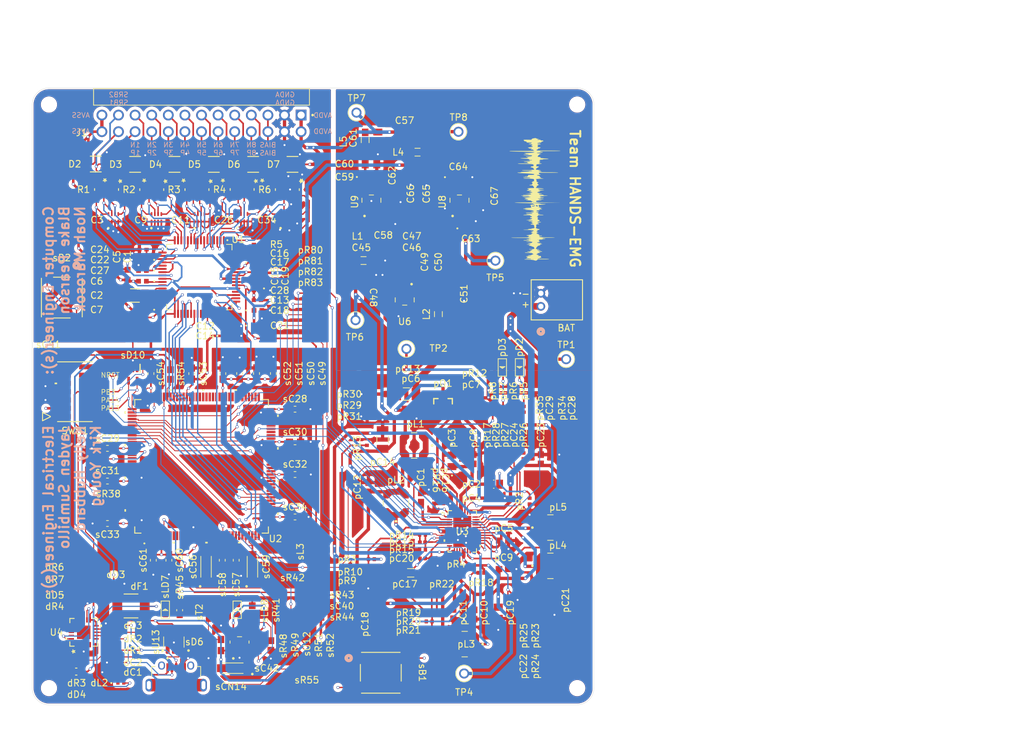
<source format=kicad_pcb>
(kicad_pcb (version 20241229) (generator "pcbnew") (generator_version "9.0")
  (layers (0 "F.Cu" signal) (4 "In1.Cu" signal) (6 "In2.Cu" signal) (2 "B.Cu" signal) (13 "F.Paste" user) (15 "B.Paste" user) (5 "F.SilkS" user "F.Silkscreen") (7 "B.SilkS" user "B.Silkscreen") (1 "F.Mask" user) (3 "B.Mask" user) (25 "Edge.Cuts" user))
  (net 0 "")
  (net 1 "VREFP")
  (net 2 "AVSS")
  (net 3 "VCAP1")
  (net 4 "VCAP4")
  (net 5 "VCAP2")
  (net 6 "Net-(dF1-Pad1)")
  (net 7 "GNDA")
  (net 8 "AVDD")
  (net 9 "VCAP3")
  (net 10 "SRB1")
  (net 11 "1P")
  (net 13 "SRB2")
  (net 14 "2P")
  (net 15 "2N")
  (net 17 "3P")
  (net 18 "1N")
  (net 19 "3N")
  (net 20 "5P")
  (net 21 "4P")
  (net 22 "4N")
  (net 24 "5N")
  (net 25 "7P")
  (net 26 "6N")
  (net 28 "6P")
  (net 30 "7N")
  (net 31 "8N")
  (net 33 "8P")
  (net 36 "BIAS")
  (net 37 "CLKSEL")
  (net 38 "IN4P")
  (net 39 "BIASIN")
  (net 40 "DIN")
  (net 41 "GPIO3")
  (net 42 "IN4N")
  (net 43 "GPIO4")
  (net 44 "CLK")
  (net 45 "IN1N")
  (net 46 "GPIO1")
  (net 47 "IN5N")
  (net 48 "IN8P")
  (net 49 "IN7P")
  (net 50 "Net-(U4-RXD)")
  (net 51 "BIASREF")
  (net 52 "DGND")
  (net 53 "PD5")
  (net 54 "GPIO2")
  (net 55 "IN3N")
  (net 56 "RESV1")
  (net 57 "IN6N")
  (net 58 "PD6")
  (net 59 "DAISY_IN")
  (net 60 "DOUT")
  (net 61 "IN7N")
  (net 62 "IN1P")
  (net 63 "Net-(U4-TXD)")
  (net 64 "PC5")
  (net 65 "IN3P")
  (net 66 "IN6P")
  (net 67 "RESERVED")
  (net 68 "BIASINV")
  (net 69 "IN2N")
  (net 70 "PB0")
  (net 71 "IN2P")
  (net 72 "IN5P")
  (net 73 "IN8N")
  (net 74 "BIAS_DRV")
  (net 75 "PA10")
  (net 76 "Net-(U2-PH3-BOOT0)")
  (net 77 "Net-(sLD8-A)")
  (net 78 "Net-(sT2-B)")
  (net 79 "Net-(sLD7-K)")
  (net 80 "Net-(sU12-EN)")
  (net 81 "PA9")
  (net 82 "Net-(sLD8-K)")
  (net 85 "PA5")
  (net 86 "PB7")
  (net 88 "PC4")
  (net 102 "PC7")
  (net 109 "PD8")
  (net 114 "PB14")
  (net 119 "PA8")
  (net 120 "PB12")
  (net 124 "PA14")
  (net 126 "PD9")
  (net 137 "PG14")
  (net 138 "PG13")
  (net 140 "PB15")
  (net 143 "PD13")
  (net 145 "PD12")
  (net 152 "PB13")
  (net 155 "PD11")
  (net 157 "PA13")
  (net 169 "PA1")
  (net 171 "PB3")
  (net 172 "NRST")
  (net 175 "PA4")
  (net 178 "PD10")
  (net 181 "PC13")
  (net 188 "Net-(sLD7-A)")
  (net 189 "USB_DN")
  (net 190 "USB_DP")
  (net 191 "AVOUT3")
  (net 192 "5VCC")
  (net 193 "Net-(U6-CFLY+)")
  (net 194 "Net-(U6-CFLY-)")
  (net 195 "-5VCC")
  (net 196 "Net-(U9-OUT)")
  (net 197 "Net-(U9-NR{slash}FB)")
  (net 198 "Net-(U8-OUT)")
  (net 199 "Net-(U8-NR)")
  (net 200 "Net-(sCN14-VBUS)")
  (net 201 "Net-(sCN14-D-)")
  (net 202 "Net-(sCN14-D+)")
  (net 203 "AVBUS")
  (net 204 "Net-(dD4-K)")
  (net 205 "3V3OUT")
  (net 206 "Net-(dD5-K)")
  (net 207 "LDO3V3")
  (net 208 "CBUS2")
  (net 209 "CBUS1")
  (net 210 "Net-(pC2-Pad2)")
  (net 211 "PVIN3")
  (net 212 "AVIN3")
  (net 213 "Net-(pC13-Pad2)")
  (net 214 "BAT")
  (net 215 "FB4")
  (net 216 "Net-(pC15-Pad1)")
  (net 217 "CLPROG")
  (net 218 "Net-(pC17-Pad2)")
  (net 219 "VC3")
  (net 220 "Net-(pC18-Pad1)")
  (net 221 "Net-(pC18-Pad2)")
  (net 222 "FB3")
  (net 223 "VOUT2")
  (net 224 "FB2")
  (net 225 "Net-(pC22-Pad2)")
  (net 226 "VOUT1")
  (net 227 "FB1")
  (net 228 "Net-(pC24-Pad2)")
  (net 229 "EN1")
  (net 230 "EN2")
  (net 231 "EN3")
  (net 232 "EN4")
  (net 233 "ILIM0")
  (net 234 "ILIM1")
  (net 235 "MODE")
  (net 236 "SW")
  (net 237 "SW4")
  (net 238 "SWAB3")
  (net 239 "SWCD3")
  (net 240 "SW2")
  (net 241 "SW1")
  (net 242 "GATE")
  (net 243 "NTC")
  (net 244 "Net-(pD2-K)")
  (net 245 "*CHRG")
  (net 246 "*FAULT")
  (net 247 "Net-(pD3-K)")
  (net 248 "Net-(pR10-Pad1)")
  (net 249 "PROG")
  (net 250 "PA12")
  (net 251 "PA11")
  (net 252 "_SRB2")
  (net 253 "_SRB1")
  (net 254 "Net-(sC40-Pad2)")
  (net 262 "PD0")
  (net 263 "PC12")
  (net 264 "PC11")
  (net 265 "PC10")
  (net 266 "Net-(sB1-Pad1)")
  (net 267 "USB_ID")
  (footprint "03PowerFOOTPRINTS:CRCW04021K00JNED" (layer "F.Cu") (at 151.977266 81.2395 -90)
    (property "Reference" "pR7")
    (property "Value" "1K" (hide yes))
  )
  (footprint "03PowerFOOTPRINTS:C1005X5R0J105M" (layer "F.Cu") (at 150.352333 94.8383)
    (property "Reference" "pC4")
    (property "Value" "1uF" (hide yes))
  )
  (footprint "LOGO" (layer "F.Cu") (at 156.9 49.061083 -90)
    (property "Reference" "G***")
    (property "Value" "LOGO" (hide yes))
  )
  (footprint "RC0603FR-0747KL:RESC1608X55" (layer "F.Cu") (at 114.499999 117.335 90)
    (property "Reference" "sR51")
    (property "Value" "47K" (hide yes))
  )
  (footprint "MountingHole:MountingHole_2.1mm" (layer "F.Cu") (at 82.5 34.59)
    (property "Reference" "REF**" (hide yes))
    (property "Value" "MountingHole_2.1mm" (hide yes))
  )
  (footprint "CC0603KRX7R7BB104:CAPC1608X90" (layer "F.Cu") (at 91.45 92.225001 180)
    (property "Reference" "sC31")
    (property "Value" "100nF" (hide yes))
  )
  (footprint "03PowerFOOTPRINTS:CRCW040220R0FKED" (layer "F.Cu") (at 131.143333 87.2053 -90)
    (property "Reference" "pR13")
    (property "Value" "20" (hide yes))
  )
  (footprint "03PowerFOOTPRINTS:C1608X5R0J106M" (layer "F.Cu") (at 131.375 93.175 90)
    (property "Reference" "pC12")
    (property "Value" "10uF" (hide yes))
  )
  (footprint "CAY16-2201F4LF:CAY16_BRN" (layer "F.Cu") (at 118.9742 47.61 -90)
    (property "Reference" "R6")
    (property "Value" "2.2K" (hide yes))
  )
  (footprint "Package_TO_SOT_SMD:SOT-23-6" (layer "F.Cu") (at 101.612999 116.875 90)
    (property "Reference" "sU13")
    (property "Value" "USBLC6-2SC6" (hide yes))
  )
  (footprint "CC0603KRX7R7BB104:CAPC1608X90" (layer "F.Cu") (at 120.15 97.725)
    (property "Reference" "sC34")
    (property "Value" "100nF" (hide yes))
  )
  (footprint "TPD4E1B06DCKR:DCK6_TEX" (layer "F.Cu") (at 119.7621 43.7456 180)
    (property "Reference" "D7")
    (property "Value" "TPD4E1B06DCKR" (hide yes))
  )
  (footprint "TPD4E1B06DCKR:DCK6_TEX" (layer "F.Cu") (at 113.7421 43.745601 180)
    (property "Reference" "D6")
    (property "Value" "TPD4E1B06DCKR" (hide yes))
  )
  (footprint "CC0402KRX7R5BB105:CAP_CC0402KRX7R5BB105_YAG" (layer "F.Cu") (at 110.0525 70)
    (property "Reference" "C14")
    (property "Value" "1uF" (hide yes))
  )
  (footprint "TPS60403DBVT:SOT95P280X145-5N" (layer "F.Cu") (at 136.93 64.4925 -90)
    (property "Reference" "U6")
    (property "Value" "TPS60403DBVT" (hide yes))
  )
  (footprint "03PowerFOOTPRINTS:C1005X5R0J105M" (layer "F.Cu") (at 139.425 94.75 90)
    (property "Reference" "pC1")
    (property "Value" "1uF" (hide yes))
  )
  (footprint "GRM0335C1E470JA01D:G-033_MUR" (layer "F.Cu") (at 92.7706 120.0129 180)
    (property "Reference" "dC2")
    (property "Value" "47pF" (hide yes))
  )
  (footprint "03PowerFOOTPRINTS:CRCW0402464KFKED" (layer "F.Cu") (at 150.925 88.375 90)
    (property "Reference" "pR28")
    (property "Value" "464K" (hide yes))
  )
  (footprint "CC0402KRX7R7BB103:CC0402N_YAG" (layer "F.Cu") (at 92.5166 121.5 180)
    (property "Reference" "dC1")
    (property "Value" "0.01uF" (hide yes))
  )
  (footprint "03PowerFOOTPRINTS:CRCW04022K20FKED" (layer "F.Cu") (at 153.5606 81.2395 -90)
    (property "Reference" "pR6")
    (property "Value" "2.2K" (hide yes))
  )
  (footprint "CAY16-2201F4LF:CAY16_BRN" (layer "F.Cu") (at 105.14315 47.61 -90)
    (property "Reference" "R3")
    (property "Value" "2.2K" (hide yes))
  )
  (footprint "03PowerFOOTPRINTS:C1005X5R0J105M" (layer "F.Cu") (at 152.091633 101.3383)
    (property "Reference" "pC5")
    (property "Value" "1uF" (hide yes))
  )
  (footprint "LPS4018_472MRC:IND_LPS4018-472MRC" (layer "F.Cu") (at 159.216667 105.2117)
    (property "Reference" "pL4")
    (property "Value" "4.7uH" (hide yes))
  )
  (footprint "5001:KEYSTONE_5001" (layer "F.Cu") (at 150.81 58.48)
    (property "Reference" "TP5")
    (property "Value" "-5V" (hide yes))
  )
  (footprint "GRM219R61A106KE44D:CAPC2012X95N" (layer "F.Cu") (at 130.293 60.8225)
    (property "Reference" "C45")
    (property "Value" "10uF" (hide yes))
  )
  (footprint "GRM188R61E105KA12D:CAPC1608X90N" (layer "F.Cu") (at 133.93 64.1225 90)
    (property "Reference" "C48")
    (property "Value" "1uF" (hide yes))
  )
  (footprint "RC0402JR-07330RL:RC0402N_YAG" (layer "F.Cu") (at 86.4067 111.4307)
    (property "Reference" "dR4")
    (property "Value" "330" (hide yes))
  )
  (footprint "TAJA475K016R:CAPMP3216X166" (layer "F.Cu") (at 110.612999 120.875 180)
    (property "Reference" "sC42")
    (property "Value" "4.7uF" (hide yes))
  )
  (footprint "GRM219R61A106KE44D:CAPC2012X95N" (layer "F.Cu") (at 137.83 44.737 -90)
    (property "Reference" "C66")
    (property "Value" "10uF" (hide yes))
  )
  (footprint "03PowerFOOTPRINTS:LPS4018-332MLC" (layer "F.Cu") (at 138.370833 86.7883 180)
    (property "Reference" "pL1")
    (property "Value" "3.3uH" (hide yes))
  )
  (footprint "03PowerFOOTPRINTS:CRCW04020000Z0EDC" (layer "F.Cu") (at 145.018333 106.2759)
    (property "Reference" "pR4")
    (property "Value" "0" (hide yes))
  )
  (footprint "GRM188R61E105KA12D:CAPC1608X90N" (layer "F.Cu") (at 135.005 48.75 -90)
    (property "Reference" "C62")
    (property "Value" "1uF" (hide yes))
  )
  (footprint "GRM219R61A106KE44D:CAPC2012X95N" (layer "F.Cu") (at 135.812 60.6725 180)
    (property "Reference" "C46")
    (property "Value" "10uF" (hide yes))
  )
  (footprint "03PowerFOOTPRINTS:C1005X5R1C104K" (layer "F.Cu") (at 142.825 95.23 -90)
    (property "Reference" "pC16")
    (property "Value" "0.1uF" (hide yes))
  )
  (footprint "RC0603FR-0710KL:RESC1607X60N" (layer "F.Cu") (at 91.595 95.725001 180)
    (property "Reference" "sR38")
    (property "Value" "10K" (hide yes))
  )
  (footprint "ADS1299CPAG:QFP64P50_1200X1200X120L60X22N" (layer "F.Cu") (at 105.5 61 -90)
    (property "Reference" "U1")
    (property "Value" "ADS1299CPAG" (hide yes))
  )
  (footprint "03PowerFOOTPRINTS:CRCW04020000Z0EDC" (layer "F.Cu") (at 146.432933 79.4945)
    (property "Reference" "pR12")
    (property "Value" "0" (hide yes))
  )
  (footprint "CC0603KRX7R7BB104:CAPC1608X90" (layer "F.Cu") (at 116.84 75.76 90)
    (property "Reference" "sC49")
    (property "Value" "100nF" (hide yes))
  )
  (footprint "03PowerFOOTPRINTS:CRCW04021K00JNED" (layer "F.Cu") (at 122.525 66.76)
    (property "Reference" "pR82")
    (property "Value" "10K" (hide yes))
  )
  (footprint "MLZ2012A3R3W:INDC2012X87N" (layer "F.Cu") (at 138.89 41.8773 180)
    (property "Reference" "L4")
    (property "Value" "3.3uH" (hide yes))
  )
  (footprint "TAJA105K016R:CAPMP3216X166" (layer "F.Cu") (at 106.5338 105.35 90)
    (property "Reference" "sC56")
    (property "Value" "1uF" (hide yes))
  )
  (footprint "03PowerFOOTPRINTS:CRCW0402324KFKED" (layer "F.Cu") (at 140.673333 113.7173)
    (property "Reference" "pR20")
    (property "Value" "324K" (hide yes))
  )
  (footprint "RC0603FR-07220KL:RESC1607X60N" (layer "F.Cu") (at 123.37 107.1064)
    (property "Reference" "sR42")
    (property "Value" "220K" (hide yes))
  )
  (footprint "68021_226HLF:AMPHENOL_68021-226HLF" (layer "F.Cu") (at 105.84 33.41 180)
    (property "Reference" "J1")
    (property "Value" "Conn_02x13_Odd_Even" (hide yes))
  )
  (footprint "CKCL44X7R1H102M085AA:CAPCAF50P200X125X85-8" (layer "F.Cu") (at 98.9463 51.9356 90)
    (property "Reference" "C9")
    (property "Value" "CKCL44X7R1H102M085AA" (hide yes))
  )
  (footprint "47589-1001:MOLEX_47589-1001" (layer "F.Cu") (at 101.962999 123.825)
    (property "Reference" "sCN14")
    (property "Value" "USB_B_Micro" (hide yes))
  )
  (footprint "CC0402KRX7R5BB105:CAP_CC0402KRX7R5BB105_YAG" (layer "F.Cu") (at 96.8063 59.9974 180)
    (property "Reference" "C27")
    (property "Value" "1uF" (hide yes))
  )
  (footprint "03PowerFOOTPRINTS:CRCW04021R00JNED" (layer "F.Cu") (at 131.628333 82.3253)
    (property "Reference" "pR31")
    (property "Value" "1" (hide yes))
  )
  (footprint "RT0402FRE071KL:RC0402N_YAG" (layer "F.Cu") (at 86.4067 107.308633 180)
    (property "Reference" "dR7")
    (property "Value" "1K" (hide yes))
  )
  (footprint "GRM219R61A106KE44D:CAPC2012X95N" (layer "F.Cu") (at 142.08 62.2695 90)
    (property "Reference" "C50")
    (property "Value" "10uF" (hide yes))
  )
  (footprint "TPS73225DBVT:SOT95P280X145-5N" (layer "F.Cu") (at 131.83 49.2375 90)
    (property "Reference" "U9")
    (property "Value" "TPS73225DBVT" (hide yes))
  )
  (footprint "03PowerFOOTPRINTS:CRCW0402649KFKED" (layer "F.Cu") (at 155.1642 109.9836 -90)
    (property "Reference" "pR25")
    (property "Value" "649K" (hide yes))
  )
  (footprint "03PowerFOOTPRINTS:CRCW040216K9FKED" (layer "F.Cu") (at 139.65 102.7324)
    (property "Reference" "pR15")
    (property "Value" "16.9K" (hide yes))
  )
  (footprint "ESDALC6V1-1M2:SOD882_STM" (layer "F.Cu") (at 92.7304 107.95)
    (property "Reference" "dD3")
    (property "Value" "D_Small" (hide yes))
  )
  (footprint "LPS4018_472MRC:IND_LPS4018-472MRC" (layer "F.Cu") (at 159.216667 99.3517)
    (property "Reference" "pL5")
    (property "Value" "4.7uH" (hide yes))
  )
  (footprint "CC0603KRX7R7BB104:CAPC1608X90" (layer "F.Cu") (at 104.35 75.775 90)
    (property "Reference" "sC53")
    (property "Value" "100nF" (hide yes))
  )
  (footprint "03PowerFOOTPRINTS:04025A100KAT" (layer "F.Cu") (at 153.658333 88.375 90)
    (property "Reference" "pC24")
    (property "Value" "10pF" (hide yes))
  )
  (footprint "MountingHole:MountingHole_2.1mm" (layer "F.Cu") (at 163.32 123.93)
    (property "Reference" "REF**" (hide yes))
    (property "Value" "MountingHole_2.1mm" (hide yes))
  )
  (footprint "CC0603KRX7R7BB104:CAPC1608X90" (layer "F.Cu") (at 91.45 87.225 180)
    (property "Reference" "sC29")
    (property "Value" "100nF" (hide yes))
  )
  (footprint "TPD4E1B06DCKR:DCK6_TEX" (layer "F.Cu") (at 95.6821 43.745601 180)
    (property "Reference" "D3")
    (property "Value" "TPD4E1B06DCKR" (hide yes))
  )
  (footprint "03PowerFOOTPRINTS:CRCW040288K7FKED" (layer "F.Cu") (at 139.65 100.45 180)
    (property "Reference" "pR14")
    (property "Value" "88.7k" (hide yes))
  )
  (footprint "CKCL44X7R1H102M085AA:CAPCAF50P200X125X85-8" (layer "F.Cu") (at 112.1235 51.9106 90)
    (property "Reference" "C26")
    (property "Value" "CKCL44X7R1H102M085AA" (hide yes))
  )
  (footprint "MLZ2012A3R3W:INDC2012X87N" (layer "F.Cu") (at 142.08 66.6725 90)
    (property "Reference" "L2")
    (property "Value" "3.3uH" (hide yes))
  )
  (footprint "RC0603FR-07620RL:RESC1608X55N" (layer "F.Cu") (at 102.499999 112 90)
    (property "Reference" "sR45")
    (property "Value" "620" (hide yes))
  )
  (footprint "03PowerFOOTPRINTS:CRCW04021K00JNED" (layer "F.Cu") (at 122.525 68.42)
    (property "Reference" "pR83")
    (property "Value" "10K" (hide yes))
  )
  (footprint "RC0402FR-0722RL:RC0402N_YAG" (layer "F.Cu") (at 92.542 116.3863 180)
    (property "Reference" "dR2")
    (property "Value" "27" (hide yes))
  )
  (footprint "CC0603KRX7R7BB104:CAPC1608X90" (layer "F.Cu") (at 120.15 91.225)
    (property "Reference" "sC32")
    (property "Value" "100nF" (hide yes))
  )
  (footprint "03PowerFOOTPRINTS:C1608X5R0J225M" (layer "F.Cu") (at 147.593333 112.6583 -90)
    (property "Reference" "pC10")
    (property "Value" "2.2uF" (hide yes))
  )
  (footprint "CAY16-2201F4LF:CAY16_BRN" (layer "F.Cu") (at 98.227625 47.61 -90)
    (property "Reference" "R2")
    (property "Value" "2.2K" (hide yes))
  )
  (footprint "GRM0335C1E470JA01D:G-033_MUR" (layer "F.Cu") (at 92.7706 114.35 180)
    (property "Reference" "dC3")
    (property "Value" "47pF" (hide yes))
  )
  (footprint "03PowerFOOTPRINTS:CRCW040215K0FKED" (layer "F.Cu") (at 140.673333 112.3673)
    (property "Reference" "pR19")
    (property "Value" "15K" (hide yes))
  )
  (footprint "MLZ2012A3R3W:INDC2012X87N" (layer "F.Cu") (at 130.63 58.4725)
    (property "Reference" "L1")
    (property "Value" "3.3uH" (hide yes))
  )
  (footprint "LTC3586 Fixed:QFN-38_UFE_LIT" (layer "F.Cu") (at 145.737533 99.9409)
    (property "Reference" "U3")
    (property "Value" "LTC3586EUFE-3-PBF")
  )
  (footprint "03PowerFOOTPRINTS:CRCW04021K00JNED" (layer "F.Cu") (at 161.01 81.055 90)
    (property "Reference" "pR34")
    (property "Value" "10K" (hide yes))
  )
  (footprint "FCM1608KF-601T05:FB0603" (layer "F.Cu") (at 119.235 103.069 -90)
    (property "Reference" "sL3")
    (property "Value" "FerriteBead_Small" (hide yes))
  )
  (footprint "CC0402KRX7R7BB104:YAG_CC0402_YAG" (layer "F.Cu") (at 114.3969 63.0469)
    (property "Reference" "C28")
    (property "Value" "0.1uF" (hide yes))
  )
  (footprint "CC0402KRX7R7BB102:YAG_CC0402_YAG" (layer "F.Cu") (at 114.3969 57.37 180)
    (property "Reference" "C16")
    (property "Value" "1nF" (hide yes))
  )
  (footprint "03PowerFOOTPRINTS:GRM31CR60J107ME39L" (layer "F.Cu") (at 137.181833 78.9103 180)
    (property "Reference" "pC13")
    (property "Value" "100uF" (hide yes))
  )
  (footprint "CC0402KRX7R5BB105:CAP_CC0402KRX7R5BB105_YAG" (layer "F.Cu") (at 96.8063 58.3606 180)
    (property "Reference" "C22")
    (property "Value" "1uF" (hide yes))
  )
  (footprint "03PowerFOOTPRINTS:C1005X5R1C104K" (layer "F.Cu") (at 162.51 81.055 90)
    (property "Reference" "pC28")
    (property "Value" "0.1uF" (hide yes))
  )
  (footprint "CAY16-2201F4LF:CAY16_BRN" (layer "F.Cu") (at 91.3121 47.5956 -90)
    (property "Reference" "R1")
    (property "Value" "2.2K" (hide yes))
  )
  (footprint "TAJA105K016R:CAPMP3216X166" (layer "F.Cu") (at 113.6338 105.35 90)
    (property "Reference" "sC59")
    (property "Value" "1uF" (hide yes))
  )
  (footprint "RC0603FR-07330RL:RESC1607X60N" (layer "F.Cu") (at 123.37 109.6784)
    (property "Reference" "sR43")
    (property "Value" "330" (hide yes))
  )
  (footprint "CC0603KRX5R7BB475:CAPC1608X90" (layer "F.Cu") (at 109.100001 75.775 90)
    (property "Reference" "sC52")
    (property "Value" "4.7uF_X54_0603" (hide yes))
  )
  (footprint "03PowerFOOTPRINTS:CRCW04020000Z0EDC" (layer "F.Cu") (at 131.783333 106.1383 180)
    (property "Reference" "pR10")
    (property "Value" "0" (hide yes))
  )
  (footprint "CC0402KRX7R5BB105:CAP_CC0402KRX7R5BB105_YAG" (layer "F.Cu") (at 114.4731 58.8)
    (property "Reference" "C17")
    (property "Value" "1uF" (hide yes))
  )
  (footprint "RC0402FR-0722RL:RC0402N_YAG" (layer "F.Cu") (at 92.542 118.125 180)
    (property "Reference" "dR1")
    (property "Value" "27" (hide yes))
  )
  (footprint "CC0603KRX7R7BB104:CAPC1608X90" (layer "F.Cu") (at 111.680001 75.76 90)
    (property "Reference" "sC51")
    (property "Value" "100nF" (hide yes))
  )
  (footprint "SMD-LED-CLEAR-GREEN_0603_:LED-0603" (layer "F.Cu") (at 111.299999 111.928 90)
    (property "Reference" "sLD8")
    (property "Value" "Green" (hide yes))
  )
  (footprint "03PowerFOOTPRINTS:CRCW0402100KFKED" (layer "F.Cu") (at 131.798333 107.4883)
    (property "Reference" "pR9")
    (property "Value" "100K" (hide yes))
  )
  (footprint "CC0402KRX7R5BB105:CAP_CC0402KRX7R5BB105_YAG" (layer "F.Cu") (at 114.4731 66.1)
    (property "Reference" "C18")
    (property "Value" "1uF" (hide yes))
  )
  (footprint "CC0603KRX7R7BB104:CAPC1608X90" (layer "F.Cu") (at 120.15 81.225)
    (property "Reference" "sC28")
    (property "Value" "100nF" (hide yes))
  )
  (footprint "GRM185R60J225KE26D:CAP_GRM18_MUR" (layer "F.Cu") (at 131.6547 45.675)
    (property "Reference" "C59")
    (property "Value" "2.2uF" (hide yes))
  )
  (footprint "03PowerFOOTPRINTS:CRCW0402232KFKED" (layer "F.Cu") (at 152.291666 88.375 -90)
    (property "Reference" "pR27")
    (property "Value" "232K" (hide yes))
  )
  (footprint "03PowerFOOTPRINTS:C1005X5R0J105M" (layer "F.Cu") (at 144.364133 112.5921 -90)
    (property "Reference" "pC11")
    (property "Value" "1uF" (hide yes))
  )
  (footprint "ESDALC6V1-1U2:DIODE_ESDALC6V1-1U2" (layer "F.Cu") (at 104.900499 118.175)
    (property "Reference" "sD6")
    (property "Value" "ESDALC6V1_1U2" (hide yes))
  )
  (footprint "FT231XQ-R:QFN20_FT231XQ_FTD" (layer "F.Cu") (at 87.8164 115.384033 90)
    (property "Reference" "U4")
    (property "Value" "FT231XQ-R" (hide yes))
  )
  (footprint "STM32L496ZGT6:LQFP144-20x20mm_STM" (layer "F.Cu") (at 105.85 89.975 90)
    (property "Reference" "U2")
    (property "Value" "STM32L496ZGT6" (hide yes))
  )
  (footprint "RC0603FR-0710KL:RESC1607X60N" (layer "F.Cu") (at 116.45 117.4 -90)
    (property "Reference" "sR52")
    (property "Value" "10K" (hide yes))
  )
  (footprint "MLZ2012A3R3W:INDC2012X87N" (layer "F.Cu") (at 130.88 40.025 90)
    (property "Reference" "L5")
    (property "Value" "3.3uH" (hide yes))
  )
  (footprint "GRM185R60J225KE26D:CAP_GRM18_MUR" (layer "F.Cu") (at 145.13 45.7055)
    (property "Reference" "C64")
    (property "Value" "2.2uF" (hide yes))
  )
  (footprint "03PowerFOOTPRINTS:04025A331KAT" (layer "F.Cu") (at 137.843333 106.2759 180)
    (property "Reference" "pC17")
    (property "Value" "330pF" (hide yes))
  )
  (footprint "CKCL44X7R1H102M085AA:CAPCAF50P200X125X85-8" (layer "F.Cu") (at 105.5349 51.9356 90)
    (property "Reference" "C11")
    (property "Value" "CKCL44X7R1H102M085AA" (hide yes))
  )
  (footprint "RC0603FR-0710KL:RESC1607X60N" (layer "F.Cu") (at 101.100001 75.92 90)
    (property "Reference" "sR54")
    (property "Value" "10K (DNP)" (hide yes))
  )
  (footprint "5001:KEYSTONE_5001" (layer "F.Cu") (at 129.55 35.82)
    (property "Reference" "TP7")
    (property "Value" "+2V5" (hide yes))
  )
  (footprint "03PowerFOOTPRINTS:CRCW040220R0FKED" (layer "F.Cu") (at 155.108333 88.375 90)
    (property "Reference" "pR26")
    (property "Value" "20" (hide yes))
  )
  (footprint "RC0603FR-0710KL:RESC1607X60N" (layer "F.Cu") (at 121.965 121.01 180)
    (property "Reference" "sR55")
    (property "Value" "10K (DNP)" (hide yes))
  )
  (footprint "TPS72325DBVT:SOT95P280X145-5N" (layer "F.Cu") (at 145.3053 49.2375 90)
    (property "Reference" "U8")
    (property "Value" "TPS72325DBVT" (hide yes))
  )
  (footprint "MountingHole:MountingHole_2.1mm" (layer "F.Cu") (at 163.32 34.59)
    (property "Reference" "REF**" (hide yes))
    (property "Value" "MountingHole_2.1mm" (hide yes))
  )
  (footprint "03PowerFOOTPRINTS:JMK212BJ226MG-T" (layer "F.Cu") (at 151.243333 112.4043 -90)
    (property "Reference" "pC19")
    (property "Value" "22uF" (hide yes))
  )
  (footprint "RC0402JR-07330RL:RC0402N_YAG" (layer "F.Cu") (at 86.4067 119.65 180)
    (property "Reference" "dR3")
    (property "Value" "330" (hide yes))
  )
  (footprint "CKCL44X7R1H102M085AA:CAPCAF50P200X125X85-8" (layer "F.Cu") (at 118.7121 51.9356 90)
    (property "Reference" "C34")
    (property "Value" "CKCL44X7R1H102M085AA" (hide yes))
  )
  (footprint "03PowerFOOTPRINTS:CRCW04021R00JNED" (layer "F.Cu") (at 131.628333 78.9253)
    (property "Reference" "pR30")
    (property "Value" "1" (hide yes))
  )
  (footprint "03PowerFOOTPRINTS:LMK316BJ476ML-T" (layer "F.Cu") (at 133.543333 85.8703 90)
    (property "Reference" "pC14")
    (property "Value" "47uF" (hide yes))
  )
  (footprint "03PowerFOOTPRINTS:04025A330KAT" (layer "F.Cu") (at 132.243333 114.1373 -90)
    (property "Reference" "pC18")
    (property "Value" "33pF" (hide yes))
  )
  (footprint "5001:KEYSTONE_5001" (layer "F.Cu") (at 145.15 38.75)
    (property "Reference" "TP8")
    (property "Value" "-2V5" (hide yes))
  )
  (footprint "CC0402KRX7R5BB105:CAP_CC0402KRX7R5BB105_YAG" (layer "F.Cu") (at 114.4731 68.4238)
    (property "Reference" "C21")
    (property "Value" "1uF" (hide yes))
  )
  (footprint "03PowerFOOTPRINTS:LPS4018-222MLC" (layer "F.Cu") (at 146.104133 117.1921 180)
    (property "Reference" "pL3")
    (property "Value" "2.2uH" (hide yes))
  )
  (footprint "MountingHole:MountingHole_2.1mm" (layer "F.Cu") (at 82.5 123.93)
    (property "Reference" "REF**" (hide yes))
    (property "Value" "MountingHole_2.1mm" (hide yes))
  )
  (footprint "03PowerFOOTPRINTS:GRM21BR61A106KE19L" (layer "F.Cu") (at 144.158333 89.1389 90)
    (property "Reference" "pC3")
    (property "Value" "10uF" (hide yes))
  )
  (footprint "03PowerFOOTPRINTS:CRCW04021R00JNED" (layer "F.Cu") (at 156.04 95.3 -90)
    (property "Reference" "pR2")
    (property "Value" "1" (hide yes))
  )
  (footprint "03PowerFOOTPRINTS:JMK212BJ226MG-T" (layer "F.Cu") (at 147.130933 81.2445)
    (property "Reference" "pC7")
    (property "Value" "22uF" (hide yes))
  )
  (footprint "CC0402KRX7R7BB104:YAG_CC0402_YAG" (layer "F.Cu") (at 114.3969 64.53535)
    (property "Reference" "C13")
    (property "Value" "0.1uF" (hide yes))
  )
  (footprint "FTSH_107_01_L_DV_K:CON14_2X7_DUK_FTSH_SAI" (layer "F.Cu") (at 86.478 78.55 -90)
    (property "Reference" "SWD1")
    (property "Value" "FTSH-107-01-L-DV-K" (hide yes))
  )
  (footprint "03PowerFOOTPRINTS:SI2333DS" (layer "F.Cu") (at 142.793333 80.2653)
    (property "Reference" "pQ1")
    (property "Value" "PMOS" (hide yes))
  )
  (footprint "03PowerFOOTPRINTS:CRCW0402105KFKED" (layer "F.Cu") (at 141.517533 106.2759)
    (property "Reference" "pR22")
    (property "Value" "105K" (hide yes))
  )
  (footprint "RC0603FR-07100RL:RESC1607X60N" (layer "F.Cu") (at 123.37 113.1 180)
    (property "Reference" "sR44")
    (property "Value" "100" (hide yes))
  )
  (footprint "03PowerFOOTPRINTS:04025A100KAT" (layer "F.Cu") (at 139.65 104.07)
    (property "Reference" "pC20")
    (property "Value" "10pF" (hide yes))
  )
  (footprint "TPD4E1B06DCKR:DCK6_TEX" (layer "F.Cu") (at 89.6621 43.6956 180)
    (property "Reference" "D2")
    (property "Value" "TPD4E1B06DCKR" (hide yes))
  )
  (footprint "5000:KEYSTONE_5000" (layer "F.Cu") (at 146.02 121.69)
    (property "Reference" "TP4")
    (property "Value" "+3V3" (hide yes))
  )
  (footprint "03PowerFOOTPRINTS:CRCW0402121KFKED" (layer "F.Cu") (at 140.658333 115.0673)
    (property "Reference" "pR21")
    (property "Value" "121K" (hide yes))
  )
  (footprint "CC0402KRX7R7BB104:YAG_CC0402_YAG" (layer "F.Cu") (at 82.5119 72.93 180)
    (property "Reference" "sC41")
    (property "Value" "100nF" (hide yes))
  )
  (footprint "CC0603KRX7R7BB104:CAPC1608X90" (layer "F.Cu") (at 91.45 98.725 180)
    (property "Reference" "sC33")
    (property "Value" "100nF" (hide yes))
  )
  (footprint "CC0603KRX5R7BB475:CAPC1608X90" (layer "F.Cu") (at 98.1 75.775 90)
    (property "Reference" "sC54")
    (property "Value" "4.7uF_X54_0603" (hide yes))
  )
  (footprint "LED-SMD-RED-DIFFUSED_0603_:LED-0603" (layer "F.Cu") (at 151.866667 74.84 -90)
    (property "Reference" "pD3")
    (property "Value" "RED (FAULT)" (hide yes))
  )
  (footprint "LTST-C191KGKT:LED_LTST-C191KGKT_LTO" (layer "F.Cu") (at 86.6734 109.7)
    (property "Reference" "dD5")
    (property "Value" "GREEN" (hide yes))
  )
  (footprint "03PowerFOOTPRINTS:CRCW04021K00JNED" (layer "F.Cu") (at 157.58 81.055 90)
    (property "Reference" "pR35")
    (property "Value" "10K" (hide yes))
  )
  (footprint "RC0402JR-071ML:RC0402N_YAG" (layer "F.Cu") (at 114.4096 56 180)
    (property "Reference" "R5")
    (property "Value" "1M" (hide yes))
  )
  (footprint "03PowerFOOTPRINTS:CRCW04021K00JNED" (layer "F.Cu") (at 122.525 65.1)
    (property "Reference" "pR81")
    (property "Value" "10K" (hide yes))
  )
  (footprint "03PowerFOOTPRINTS:CRCW040220R0FKED" (layer "F.Cu") (at 148.598333 106.2759 180)
    (property "Reference" "pR18")
    (property "Value" "20" (hide yes))
  )
  (footprint "GRM219R61A106KE44D:CAPC2012X95N" (layer "F.Cu") (at 146.005 66.9725 90)
    (property "Reference" "C51")
    (property "Value" "10uF" (hide yes))
  )
  (footprint "GRM219R61A106KE44D:CAPC2012X95N" (layer "F.Cu") (at 132.821 39.688 -90)
    (property "Reference" "C61")
    (property "Value" "10uF" (hide yes))
  )
  (footprint "03PowerFOOTPRINTS:C1608X5R0J106M" (layer "F.Cu") (at 159.84 110.47 90)
    (property "Reference" "pC21")
    (property "Value" "10uF" (hide yes))
  )
  (footprint "GRM219R61A106KE44D:CAPC2012X95N" (layer "F.Cu") (at 140.255 44.737 -90)
    (property "Reference" "C65")
    (property "Value" "10uF" (hide yes))
  )
  (footprint "CC0402KRX7R7BB104:YAG_CC0402_YAG" (layer "F.Cu") (at 92.9 60.3207 -90)
    (property "Reference" "C5")
    (property "Value" "0.1uF" (hide yes))
  )
  (footprint "GRM188R61E105KA12D:CAPC1608X90N" (layer "F.Cu") (at 133.65 52.875)
    (property "Reference" "C58")
    (property "Value" "1uF" (hide yes))
  )
  (footprint "03PowerFOOTPRINTS:CRCW04023K01FKED" (layer "F.Cu") (at 141.425 95.217 -90)
    (property "Reference" "pR16")
    (property "Value" "3.01K" (hide yes))
  )
  (footprint "CC0402KRX7R7BB104:YAG_CC0402_YAG" (layer "F.Cu") (at 109.9763 68.5)
    (property "Reference" "C12")
    (property "Value" "0.1uF" (hide yes))
  )
  (footprint "CC0603KRX7R7BB104:CAPC1608X90" (layer "F.Cu") (at 111.150467 104.35 -90)
    (property "Reference" "sC57")
    (property "Value" "100nF" (hide yes))
  )
  (footprint "CC0603KRX5R7BB105:CAPC1608X90" (layer "F.Cu") (at 100.85 104.35 -90)
    (property "Reference" "sC60")
    (property "Value" "1uF_X5R_0603" (hide yes))
  )
  (footprint "03PowerFOOTPRINTS:CRCW040220R0FKED" (layer "F.Cu") (at 156.961667 109.9733 -90)
    (property "Reference" "pR23")
    (property "Value" "20" (hide yes))
  )
  (footprint "GRM219R61A106KE44D:CAPC2012X95N" (layer "F.Cu") (at 131.768 43.675)
    (property "Reference" "C60")
    (property "Value" "10uF" (hide yes))
  )
  (footprint "TPD4E1B06DCKR:DCK6_TEX" (layer "F.Cu") (at 101.7021 43.745601 180)
    (property "Reference" "D4")
    (property "Value" "TPD4E1B06DCKR" (hide yes))
  )
  (footprint "03PowerFOOTPRINTS:CRCW04022K00FKED" (layer "F.Cu") (at 149.558333 88.375 90)
    (property "Reference" "pR17")
    (property "Value" "2K" (hide yes))
  )
  (footprint "CC0402KRX7R5BB105:CAP_CC0402KRX7R5BB105_YAG" (layer "F.Cu") (at 115.4 60.9475 90)
    (property "Reference" "C19")
    (property "Value" "1uF" (hide yes))
  )
  (footprint "5000:KEYSTONE_5000" (layer "F.Cu") (at 137.19 71.99)
    (property "Reference" "TP2")
    (property "Value" "LDO3V3" (hide yes))
  )
  (footprint "03PowerFOOTPRINTS:CRCW04022K20FKED" (layer "F.Cu") (at 150.393933 81.2395 -90)
    (property "Reference" "pR8")
    (property "Value" "2.2K" (hide yes))
  )
  (footprint "PTS645SH50SMTR92 LFS:PTS645S_SMTR92_CNK" (layer "F.Cu") (at 133.27 121.58)
    (property "Reference" "sB1")
    (property "Value" "USER" (hide yes))
  )
  (footprint "03PowerFOOTPRINTS:CRCW04021K00JNED" (layer "F.Cu") (at 122.525 63.44)
    (property "Reference" "pR80")
    (property "Value" "10K" (hide yes))
  )
  (footprint "03PowerFOOTPRINTS:LPS4018-222MLC" (layer "F.Cu") (at 135.593333 95.6383 90)
    (property "Reference" "pL2")
    (property "Value" "2.2uH" (hide yes))
  )
  (footprint "GRM185R60J225KE26D:CAP_GRM18_MUR" (layer "F.Cu") (at 147.03 53.55)
    (property "Reference" "C63")
    (property "Value" "2.2uF" (hide yes))
  )
  (footprint "CC0402KRX7R7BB104:YAG_CC0402_YAG" (layer "F.Cu") (at 123.37 111.36 180)
    (property "Reference" "sC40")
    (property "Value" "[N/A]" (hide yes))
  )
  (footprint "PTS645SH50SMTR92 LFS:PTS645S_SMTR92_CNK" (layer "F.Cu") (at 84.4687 64.138651 -90)
    (property "Reference" "sB2")
    (property "Value" "RESET" (hide yes))
  )
  (footprint "5001:KEYSTONE_5001" (layer "F.Cu") (at 129.41 67.59 180)
    (property "Reference" "TP6")
    (property "Value" "+5V" (hide yes))
  )
  (footprint "CC0402KRX7R7BB104:YAG_CC0402_YAG" (layer "F.Cu") (at 113.8 60.96155 90)
    (property "Reference" "C15")
    (property "Value" "0.1uF" (hide yes))
  )
  (footprint "GRM188R61E105KA12D:CAPC1608X90N" (layer "F.Cu") (at 139.98 62.3075 90)
    (property "Reference" "C49")
    (property "Value" "1uF" (hide yes))
  )
  (footprint "RC0603FR-0722KL:RESC1607X60N" (layer "F.Cu") (at 106.912999 117.48 90)
    (property "Reference" "sR48")
    (property "Value" "22K" (hide yes))
  )
  (footprint "CC0402KRX7R7BB104:YAG_CC0402_YAG" (layer "F.Cu") (at 96.8825 56.8 180)
    (property "Reference" "C24")
    (property "Value" "0.1uF" (hide yes))
  )
  (footprint "SMD-LED-CLEAR-GREEN_0603_:LED-0603" (layer "F.Cu") (at 154.49 74.82 -90)
    (property "Reference" "pD2")
    (property "Value" "GREEN (CHRG)" (hide yes))
  )
  (footprint "LTST-C191KRKT:LED_LTST-C191KRKT_LTO" (layer "F.Cu") (at 86.6734 121.3984)
    (property "Reference" "dD4")
    (property "Value" "RED" (hide yes))
  )
  (footprint "RT0402FRE071KL:RC0402N_YAG" (layer "F.Cu") (at 86.4067 105.4 180)
    (property "Reference" "dR6")
    (property "Value" "1K" (hide yes))
  )
  (footprint "GRM188R71H103KA01D:CAPC1608X90N" (layer "F.Cu") (at 148.9303 48.5925 -90)
    (property "Reference" "C67")
    (property "Value" "0.01uF" (hide yes))
  )
  (footprint "03PowerFOOTPRINTS:CRCW04021K00JNED" (layer "F.Cu") (at 155.143933 81.2395 -90)
    (property "Reference" "pR5")
    (property "Value" "1K" (hide yes))
  )
  (footprint "CC1206MKX5R5BB107:CAP_CC1206_YAG" (layer "F.Cu") (at 95.6506 63.8171 180)
    (property "Reference" "C2")
    (property "Value" "100uF" (hide yes))
  )
  (footprint "CC0603KRX7R7BB104:CAPC1608X90" (layer "F.Cu") (at 109.017133 104.35 -90)
    (property "Reference" "sC58")
    (property "Value" "100nF" (hide yes))
  )
  (footprint "03PowerFOOTPRINTS:CRCW0402806KFKED" (layer "F.Cu") (at 156.961667 112.1417 90)
    (property "Reference" "pR24")
    (property "Value" "806K" (hide yes))
  )
  (footprint "03PowerFOOTPRINTS:JMK212BJ226MG-T" (layer "F.Cu") (at 137.873833 81.3753)
    (property "Reference" "pC6")
    (property "Value" "22uF" (hide yes))
  )
  (footprint "MPZ1005S300C:IND_1005_TDK" (layer "F.Cu") (at 93.50085 123.15)
    (property "Reference" "dL2")
    (property "Value" "L_Small" (hide yes))
  )
  (footprint "03PowerFOOTPRINTS:GRM21BR61A106KE19" (layer "F.Cu") (at 150.552333 92.7077)
    (property "Reference" "pC2")
    (property "Value" "10uF" (hide yes))
  )
  (footprint "03PowerFOOTPRINTS:CRCW04021R00JNED" (layer "F.Cu") (at 131.628333 80.6253)
    (property "Reference" "pR29")
    (property "Value" "1" (hide yes))
  )
  (footprint "CC0603KRX7R7BB104:CAPC1608X90" (layer "F.Cu") (at 98.4662 104.35 -90)
    (property "Reference" "sC61")
    (property "Value" "100nF" (hide yes))
  )
  (footprint "S2B-PH-K-S:CONN_S2B-PH-K-S_JST" (layer "F.Cu") (at 157.7601 65.4851 90)
    (property "Reference" "BAT")
    (property "Value" "S2B-PH-K-SLFSN" (hide yes))
  )
  (footprint "LED-SMD-RED-DIFFUSED_0603_:LED-0603" (layer "F.Cu") (at 100.299999 111.928 90)
    (property "Reference" "sLD7")
    (property "Value" "Red" (hide yes))
  )
  (footprint "CC0603KRX7R7BB104:CAPC1608X90" (layer "F.Cu") (at 114.26 75.76 90)
    (property "Reference" "sC50")
    (property "Value" "100nF" (hide yes))
  )
  (footprint "MMBT9013:SOT-23" (layer "F.Cu") (at 107.865199 112.287 90)
    (property "Reference" "sT2")
    (property "Value" "9013" (hide yes))
  )
  (footprint "RC0603FR-0747KL:RESC1608X55" (layer "F.Cu") (at 108.815999 117.335 -90)
    (property "Reference" "sR49")
    (property "Value" "47K" (hide yes))
  )
  (footprint "CC0603KRX7R7BB104:CAPC1608X90" (layer "F.Cu") (at 120.15 86.225)
    (property "Reference" "sC30")
    (property "Value" "100nF" (hide yes))
  )
  (footprint "GRM188R61E105KA12D:CAPC1608X90N" (layer "F.Cu") (at 136.01 58.4725 180)
    (property "Reference" "C47")
    (property "Value" "1uF" (hide yes))
  )
  (footprint "CC0402KRX7R5BB105:CAP_CC0402KRX7R5BB105_YAG" (layer "F.Cu") (at 96.8063 66 180)
    (property "Reference" "C7")
    (property "Value" "1uF" (hide yes))
  )
  (footprint "03PowerFOOTPRINTS:CRCW0402100KFKED" (layer "F.Cu") (at 131.829133 104.1883 180)
    (property "Reference" "pR3")
    (property "Value" "100K" (hide yes))
  )
  (footprint "RC0603FR-07330RL:RESC1607X60N" (layer "F.Cu") (at 113.599999 112.04 90)
    (property "Reference" "sR41")
    (property "Value" "330" (hide yes))
  )
  (footprint "GRM188C80G106KE47D:CAPC1608X90N" (layer "F.Cu") (at 94.5166 60.6594 -90)
    (property "Reference" "C1")
    (property "Value" "10uF" (hide yes))
  )
  (footprint "03PowerFOOTPRINTS:C1005X5R0J105M" (layer "F.Cu") (at 152.060833 105.7033)
    (property "Reference" "pC9")
    (property "Value" "1uF" (hide yes))
  )
  (footprint "TPD4E1B06DCKR:DCK6_TEX" (layer "F.Cu") (at 107.7221 43.745601 180)
    (property "Reference" "D5")
    (property "Value" "TPD4E1B06DCKR" (hide yes))
  )
  (footprint "03PowerFOOTPRINTS:04025A100KAT" (layer "F.Cu") (at 139.65 101.6)
    (property "Reference" "pC15")
    (property "Value" "10pF" (hide yes))
  )
  (footprint "CKCL44X7R1H102M085AA:CAPCAF50P200X125X85-8" (layer "F.Cu") (at 92.3577 51.9356 90)
    (property "Reference" "C3")
    (property "Value" "CKCL44X7R1H102M085AA" (hide yes))
  )
  (footprint "5000:KEYSTONE_5000" (layer "F.Cu") (at 161.63 73.57)
    (property "Reference" "TP1")
    (property "Value" "RAW" (hide yes))
  )
  (footprint "03PowerFOOTPRINTS:C1608X5R0J106M" (layer "F.Cu") (at 157.758333 88.889 -90)
    (property "Reference" "pC23")
    (property "Value" "10uF" (hide yes))
  )
  (footprint "CC0402KRX7R5BB105:CAP_CC0402KRX7R5BB105_YAG" (layer "F.Cu") (at 96.8063 61.6342 180)
    (property "Reference" "C6")
    (property "Value" "1uF" (hide yes))
  )
  (footprint "03PowerFOOTPRINTS:C1005X5R1C104K" (layer "F.Cu") (at 159.09 81.055 90)
    (property "Reference" "pC29")
    (property "Value" "0.1uF" (hide yes))
  )
  (footprint "CAY16-2201F4LF:CAY16_BRN" (layer "F.Cu") (at 112.058675 47.585 -90)
    (property "Reference" "R4")
    (property "Value" "2.2K" (hide yes))
  )
  (footprint "STMPS2151STR:SOT95P280X145-5N" (layer "F.Cu") (at 111.657999 116.88 90)
    (property "Reference" "sU12")
    (property "Value" "STMPS2151STR" (hide yes))
  )
  (footprint "MF-MSMF050-2:FUSE_F050-2" (layer "F.Cu") (at 95.0545 111.35 180)
    (property "Reference" "dF1")
    (property "Value" "Fuse_Small" (hide yes))
  )
  (footprint "03PowerFOOTPRINTS:04025A100KAT" (layer "F.Cu") (at 155.13 112.15 -90)
    (property "Reference" "pC22")
    (property "Value" "10pF" (hide yes))
  )
  (footprint "03PowerFOOTPRINTS:C1005X5R0J105M" (layer "F.Cu") (at 147.458333 88.889 90)
    (property "Reference" "pC8")
    (property "Value" "1uF" (hide yes))
  )
  (footprint "GRM188R71H104KA93D:CAPC1608X90N" (layer "F.Cu") (at 136.945 38.74)
    (property "Reference" "C57")
    (property "Value" "0.1uF" (hide yes))
  )
  (footprint "ESDALC6V1W5:SOT65P210X110-5N" (layer "F.Cu") (at 95.337699 75.909 -90)
    (property "Reference" "sD10")
    (property "Value" "ESDALC6V1W5" (hide yes))
  )
  (gr_line (start 144.93 97.03) (end 144.93 95.23) (stroke (width 0.2)) (layer "F.Cu") (net 236))
  (gr_line (start 144.93 103.57) (end 144.93 102.885) (stroke (width 0.2)) (layer "F.Cu") (net 212))
  (gr_line (start 143.8 98.543733) (end 142.5 98.543733) (stroke (width 0.2)) (layer "F.Cu") (net 207))
  (gr_line (start 148.535 100.94) (end 147.725 100.94) (stroke (width 0.2)) (layer "F.Cu") (net 224))
  (gr_line (start 143.8 97.7) (end 143.15 97.7) (stroke (width 0.2)) (layer "F.Cu") (net 233))
  (gr_line (start 143.75 99.95) (end 142.45 99.95) (stroke (width 0.635)) (layer "F.Cu") (net 192))
  (gr_line (start 148.63 98.14) (end 147.72 98.14) (stroke (width 0.2)) (layer "F.Cu") (net 245))
  (gr_line (start 148.32 101.743733) (end 147.73 101.743733) (stroke (width 0.2)) (layer "F.Cu") (net 229))
  (gr_line (start 143.8 98.953733) (end 142.5 98.953733) (stroke (width 0.2)) (layer "F.Cu") (net 217))
  (gr_line (start 148.41 99.743733) (end 147.73 99.743733) (stroke (width 0.2)) (layer "F.Cu") (net 241))
  (gr_line (start 147.61 102.87) (end 146.95 102.87) (stroke (width 0.2)) (layer "F.Cu") (net 239))
  (gr_line (start 148.39 100.15) (end 147.73 100.15) (stroke (width 0.2)) (layer "F.Cu") (net 240))
  (gr_line (start 149.03 101.333733) (end 147.73 101.333733) (stroke (width 0.2)) (layer "F.Cu") (net 211))
  (gr_line (start 148.575 98.94) (end 147.705 98.94) (stroke (width 0.2)) (layer "F.Cu") (net 227))
  (gr_line (start 148.28 102.153733) (end 147.73 102.153733) (stroke (width 0.2)) (layer "F.Cu") (net 230))
  (gr_line (start 143.8 101.743733) (end 142.5 101.743733) (stroke (width 0.2)) (layer "F.Cu") (net 222))
  (gr_line (start 149.02 100.54) (end 147.72 100.54) (stroke (width 0.2)) (layer "F.Cu") (net 211))
  (gr_line (start 143.8 100.94) (end 142.5 100.94) (stroke (width 0.2)) (layer "F.Cu") (net 235))
  (gr_line (start 145.34 103.9175) (end 145.34 102.9025) (stroke (width 0.2)) (layer "F.Cu") (net 211))
  (gr_line (start 143.8 100.54) (end 142.5 100.54) (stroke (width 0.2)) (layer "F.Cu") (net 237))
  (gr_line (start 143.8 98.11) (end 142.5 98.11) (stroke (width 0.2)) (layer "F.Cu") (net 234))
  (gr_line (start 143.8 99.35) (end 142.85 99.35) (stroke (width 0.2)) (layer "F.Cu") (net 243))
  (gr_line (start 148.81 98.54) (end 147.72 98.54) (stroke (width 0.2)) (layer "F.Cu") (net 249))
  (gr_line (start 143.8 101.34) (end 142.5 101.34) (stroke (width 0.2)) (layer "F.Cu") (net 215))
  (gr_line (start 145.53 96.88) (end 145.53 95.58) (stroke (width 0.5842)) (layer "F.Cu") (net 203))
  (gr_line (start 146.55 103.68) (end 146.55 102.9) (stroke (width 0.2)) (layer "F.Cu") (net 231))
  (gr_line (start 149.03 99.34) (end 147.73 99.34) (stroke (width 0.2)) (layer "F.Cu") (net 211))
  (gr_line (start 146.14 97.03) (end 146.14 95.73) (stroke (width 0.2)) (layer "F.Cu") (net 211))
  (gr_line (start 145.94 103.75) (end 145.94 102.96) (stroke (width 0.5842)) (layer "F.Cu") (net 191))
  (gr_arc (start 163.32 32.05) (mid 165.116051 32.793949) (end 165.86 34.59) (stroke (width 0.05)) (layer "Edge.Cuts"))
  (gr_arc (start 165.86 123.93) (mid 165.116051 125.726051) (end 163.32 126.47) (stroke (width 0.05)) (layer "Edge.Cuts"))
  (gr_line (start 165.86 34.59) (end 165.86 123.93) (stroke (width 0.05)) (layer "Edge.Cuts"))
  (gr_line (start 79.96 123.93) (end 79.96 34.59) (stroke (width 0.05)) (layer "Edge.Cuts"))
  (gr_line (start 82.5 32.05) (end 163.32 32.05) (stroke (width 0.05)) (layer "Edge.Cuts"))
  (gr_arc (start 82.5 126.47) (mid 80.703949 125.726051) (end 79.96 123.93) (stroke (width 0.05)) (layer "Edge.Cuts"))
  (gr_arc (start 79.96 34.59) (mid 80.703949 32.793949) (end 82.5 32.05) (stroke (width 0.05)) (layer "Edge.Cuts"))
  (gr_line (start 163.32 126.47) (end 82.5 126.47) (stroke (width 0.05)) (layer "Edge.Cuts"))
  (gr_text "NRST" (at 90.38 76.46 0) (layer "F.SilkS") (effects (font (size 0.762 0.762) (thickness 0.1)) (justify left bottom)))
  (gr_text "\n\n\nPB3\nPA14\nPA13\n" (at 90.38 81.52 0) (layer "F.SilkS") (effects (font (size 0.762 0.762) (thickness 0.1)) (justify left bottom)))
  (gr_text "Team HANDS-EMG" (at 162.09 38.28 270) (layer "F.SilkS") (effects (font (size 1.5 1.524) (thickness 0.3) (bold yes)) (justify left bottom)))
  (gr_text "-\n+" (at 154.71 65.75 0) (layer "F.SilkS") (effects (font (size 1 1) (thickness 0.1524)) (justify left bottom)))
  (gr_text "7N\n7P" (at 111.7558 42.43 0) (layer "B.SilkS") (effects (font (size 0.762 0.762) (thickness 0.1)) (justify left bottom mirror)))
  (gr_text "2N\n2P" (at 99.0558 42.43 0) (layer "B.SilkS") (effects (font (size 0.762 0.762) (thickness 0.1)) (justify left bottom mirror)))
  (gr_text "BIAS\nBIAS" (at 117.32 42.45 0) (layer "B.SilkS") (effects (font (size 0.762 0.762) (thickness 0.1)) (justify left bottom mirror)))
  (gr_text "4N\n4P" (at 104.1358 42.43 0) (layer "B.SilkS") (effects (font (size 0.762 0.762) (thickness 0.1)) (justify left bottom mirror)))
  (gr_text "3N\n3P" (at 101.5958 42.43 0) (layer "B.SilkS") (effects (font (size 0.762 0.762) (thickness 0.1)) (justify left bottom mirror)))
  (gr_text "5N\n5P" (at 106.6758 42.43 0) (layer "B.SilkS") (effects (font (size 0.762 0.762) (thickness 0.1)) (justify left bottom mirror)))
  (gr_text "1N\n1P" (at 96.5158 42.43 0) (layer "B.SilkS") (effects (font (size 0.762 0.762) (thickness 0.1)) (justify left bottom mirror)))
  (gr_text "Computer Engineer(s):\nBlake Pearson\nNoah Marosok" (at 88.125084 49.96 90) (layer "B.SilkS") (effects (font (size 1.5 1.524) (thickness 0.3) (bold yes)) (justify left bottom mirror)))
  (gr_text "AVDD\n\nAVDD" (at 125.88 39.14 0) (layer "B.SilkS") (effects (font (size 0.762 0.762) (thickness 0.1)) (justify left bottom mirror)))
  (gr_text "6N\n6P" (at 109.2158 42.43 0) (layer "B.SilkS") (effects (font (size 0.762 0.762) (thickness 0.1)) (justify left bottom mirror)))
  (gr_text "GNDA\nGNDA" (at 120.18 34.75 0) (layer "B.SilkS") (effects (font (size 0.762 0.762) (thickness 0.1)) (justify left bottom mirror)))
  (gr_text "SRB2\nSRB1" (at 94.701514 34.75 0) (layer "B.SilkS") (effects (font (size 0.762 0.762) (thickness 0.1)) (justify left bottom mirror)))
  (gr_text "AVSS\n\nAVSS" (at 88.82 39.12 0) (layer "B.SilkS") (effects (font (size 0.762 0.762) (thickness 0.1)) (justify left bottom mirror)))
  (gr_text "Electrical Engineer(s):\nJayden Sumbillo\nKelly Hubbard\nKirk Young" (at 90.54 83.54 90) (layer "B.SilkS") (effects (font (size 1.5 1.524) (thickness 0.3) (bold yes)) (justify left bottom mirror)))
  (gr_text "8N\n8P" (at 114.2958 42.43 0) (layer "B.SilkS") (effects (font (size 0.762 0.762) (thickness 0.1)) (justify left bottom mirror)))
  (segment (start 99.87 60.75) (end 101.2 60.75) (width 0.2032) (layer "F.Cu") (net 1))
  (segment (start 92.9 59.7746) (end 94.4018 59.7746) (width 0.254) (layer "F.Cu") (net 1))
  (segment (start 94.5166 59.8894) (end 94.5166 58.9134) (width 0.254) (layer "F.Cu") (net 1))
  (segment (start 94.4018 59.7746) (end 94.5166 59.8894) (width 0.254) (layer "F.Cu") (net 1))
  (via (at 94.5166 58.9134) (size 0.45) (drill 0.3) (layers "F.Cu" "B.Cu") (net 1))
  (via (at 101.2 60.75) (size 0.45) (drill 0.3) (layers "F.Cu" "B.Cu") (net 1))
  (segment (start 95.51 60.75) (end 94.5166 59.7566) (width 0.254) (layer "B.Cu") (net 1))
  (segment (start 101.2 60.75) (end 95.51 60.75) (width 0.254) (layer "B.Cu") (net 1))
  (segment (start 94.5166 59.7566) (end 94.5166 58.9134) (width 0.254) (layer "B.Cu") (net 1))
  (segment (start 96.2094 61.6342) (end 95.4 61.6342) (width 0.381) (layer "F.Cu") (net 2))
  (segment (start 112.69 60.25) (end 112.77 60.25) (width 0.2032) (layer "F.Cu") (net 2))
  (segment (start 94.685 65.495) (end 94.1012 64.9112) (width 0.381) (layer "F.Cu") (net 2))
  (segment (start 86.22 46.77) (end 87.03 47.58) (width 0.381) (layer "F.Cu") (net 2))
  (segment (start 113.8762 66.1) (end 113.8762 67.27) (width 0.381) (layer "F.Cu") (net 2))
  (segment (start 115.4 59.13) (end 115.07 58.8) (width 0.381) (layer "F.Cu") (net 2))
  (segment (start 87.03 56.58) (end 87.06 56.61) (width 0.381) (layer "F.Cu") (net 2))
  (segment (start 112.27 60.75) (end 111.13 60.75) (width 0.2032) (layer "F.Cu") (net 2))
  (segment (start 111.13 60.25) (end 112.69 60.25) (width 0.2032) (layer "F.Cu") (net 2))
  (segment (start 96.2094 66.6294) (end 96.2094 66) (width 0.254) (layer "F.Cu") (net 2))
  (segment (start 88.52545 43.045601) (end 88.52545 42.26) (width 0.2032) (layer "F.Cu") (net 2))
  (segment (start 88.52545 39.47455) (end 88.46 39.54) (width 0.381) (layer "F.Cu") (net 2))
  (segment (start 113.86485 60.3506) (end 113.8 60.41545) (width 0.381) (layer "F.Cu") (net 2))
  (segment (start 95.4 61.6342) (end 94.7214 61.6342) (width 0.381) (layer "F.Cu") (net 2))
  (segment (start 137.715 41.8773) (end 137.715 38.74) (width 0.508) (layer "F.Cu") (net 2))
  (segment (start 115.4 60.3506) (end 115.4 59.13) (width 0.381) (layer "F.Cu") (net 2))
  (segment (start 145.14 38.74) (end 145.15 38.75) (width 0.508) (layer "F.Cu") (net 2))
  (segment (start 94.7214 61.6342) (end 94.5166 61.4294) (width 0.381) (layer "F.Cu") (net 2))
  (segment (start 101.03 58.75) (end 101.43 58.75) (width 0.254) (layer "F.Cu") (net 2))
  (segment (start 101.43 59.69) (end 101.24 59.88) (width 0.254) (layer "F.Cu") (net 2))
  (segment (start 137.819 43.86) (end 137.83 43.849) (width 0.508) (layer "F.Cu") (net 2))
  (segment (start 98.415 67.175) (end 98.41 67.18) (width 0.2032) (layer "F.Cu") (net 2))
  (segment (start 98.41 67.18) (end 96.76 67.18) (width 0.254) (layer "F.Cu") (net 2))
  (segment (start 87.06 56.61) (end 91.3168 60.8668) (width 0.381) (layer "F.Cu") (net 2))
  (segment (start 93.4626 61.4294) (end 94.5166 61.4294) (width 0.381) (layer "F.Cu") (net 2))
  (segment (start 112.77 60.25) (end 113.63455 60.25) (width 0.254) (layer "F.Cu") (net 2))
  (segment (start 115.4 60.3506) (end 113.86485 60.3506) (width 0.381) (layer "F.Cu") (net 2))
  (segment (start 94.5166 63.4017) (end 94.1012 63.8171) (width 0.381) (layer "F.Cu") (net 2))
  (segment (start 94.1012 64.9112) (end 94.1012 63.8171) (width 0.381) (layer "F.Cu") (net 2))
  (segment (start 99.87 65.72) (end 98.415 67.175) (width 0.254) (layer "F.Cu") (net 2))
  (segment (start 111.13 62.75) (end 109.81 62.75) (width 0.2032) (layer "F.Cu") (net 2))
  (segment (start 137.715 38.74) (end 145.14 38.74) (width 0.508) (layer "F.Cu") (net 2))
  (segment (start 115.4 60.3506) (end 117.49 60.3506) (width 0.381) (layer "F.Cu") (net 2))
  (segment (start 87.03 47.58) (end 87.03 56.58) (width 0.381) (layer "F.Cu") (net 2))
  (segment (start 96.2094 66) (end 95.19 66) (width 0.381) (layer "F.Cu") (net 2))
  (segment (start 137.715 43.734) (end 137.83 43.849) (width 0.508) (layer "F.Cu") (net 2))
  (segment (start 89.26 38.74) (end 90.6 38.74) (width 0.381) (layer "F.Cu") (net 2))
  (segment (start 90.6 36.2) (end 90.6 38.74) (width 0.508) (layer "F.Cu") (net 2))
  (segment (start 136.11 43.86) (end 137.819 43.86) (width 0.508) (layer "F.Cu") (net 2))
  (segment (start 99.87 65.47) (end 99.87 65.72) (width 0.254) (layer "F.Cu") (net 2))
  (segment (start 99.87 58.75) (end 101.03 58.75) (width 0.2032) (layer "F.Cu") (net 2))
  (segment (start 101.06 61.25) (end 101.39 61.58) (width 0.2032) (layer "F.Cu") (net 2))
  (segment (start 93.4616 61.4284) (end 93.4626 61.4294) (width 0.381) (layer "F.Cu") (net 2))
  (segment (start 101.24 59.88) (end 100.87 60.25) (width 0.2032) (layer "F.Cu") (net 2))
  (segment (start 137.715 41.8773) (end 137.715 43.734) (width 0.508) (layer "F.Cu") (net 2))
  (segment (start 101.43 58.75) (end 101.43 59.69) (width 0.254) (layer "F.Cu") (net 2))
  (segment (start 96.76 67.18) (end 96.2094 66.6294) (width 0.254) (layer "F.Cu") (net 2))
  (segment (start 86.22 46.77) (end 86.22 41.78) (width 0.381) (layer "F.Cu") (net 2))
  (segment (start 100.87 60.25) (end 99.87 60.25) (width 0.2032) (layer "F.Cu") (net 2))
  (segment (start 86.22 41.78) (end 88.46 39.54) (width 0.381) (layer "F.Cu") (net 2))
  (segment (start 92.9 60.8668) (end 93.4616 61.4284) (width 0.381) (layer "F.Cu") (net 2))
  (segment (start 91.3168 60.8668) (end 92.9 60.8668) (width 0.381) (layer "F.Cu") (net 2))
  (segment (start 112.77 60.25) (end 112.27 60.75) (width 0.2032) (layer "F.Cu") (net 2))
  (segment (start 88.52545 39.47455) (end 89.26 38.74) (width 0.381) (layer "F.Cu") (net 2))
  (segment (start 113.8762 67.27) (end 113.8762 68.4238) (width 0.381) (layer "F.Cu") (net 2))
  (segment (start 114.943 64.53535) (end 116.29535 64.53535) (width 0.381) (layer "F.Cu") (net 2))
  (segment (start 94.5166 61.4294) (end 94.5166 63.4017) (width 0.381) (layer "F.Cu") (net 2))
  (segment (start 99.87 61.25) (end 101.06 61.25) (width 0.2032) (layer "F.Cu") (net 2))
  (segment (start 95.19 66) (end 94.685 65.495) (width 0.381) (layer "F.Cu") (net 2))
  (segment (start 99.87 64.75) (end 99.87 65.47) (width 0.2032) (layer "F.Cu") (net 2))
  (segment (start 88.52545 42.26) (end 88.52545 39.47455) (width 0.381) (layer "F.Cu") (net 2))
  (via (at 109.81 62.75) (size 0.45) (drill 0.3) (layers "F.Cu" "B.Cu") (net 2))
  (via (at 95.4 61.6342) (size 0.45) (drill 0.3) (layers "F.Cu" "B.Cu") (net 2))
  (via (at 101.39 61.58) (size 0.45) (drill 0.3) (layers "F.Cu" "B.Cu") (net 2))
  (via (at 116.29535 64.53535) (size 0.45) (drill 0.3) (layers "F.Cu" "B.Cu") (net 2))
  (via (at 136.11 43.86) (size 0.45) (drill 0.3) (layers "F.Cu" "B.Cu") (net 2))
  (via (at 93.4616 61.4284) (size 0.45) (drill 0.3) (layers "F.Cu" "B.Cu") (net 2))
  (via (at 117.49 60.3506) (size 0.45) (drill 0.3) (layers "F.Cu" "B.Cu") (net 2))
  (via (at 88.46 39.54) (size 0.45) (drill 0.3) (layers "F.Cu" "B.Cu") (net 2))
  (via (at 94.685 65.495) (size 0.45) (drill 0.3) (layers "F.Cu" "B.Cu") (net 2))
  (via (at 86.22 46.77) (size 0.45) (drill 0.3) (layers "F.Cu" "B.Cu") (net 2))
  (via (at 116.7206 60.3506) (size 0.45) (drill 0.3) (layers "F.Cu" "B.Cu") (net 2))
  (via (at 98.415 67.175) (size 0.45) (drill 0.3) (layers "F.Cu" "B.Cu") (net 2))
  (via (at 87.06 56.61) (size 0.45) (drill 0.3) (layers "F.Cu" "B.Cu") (net 2))
  (via (at 113.8762 67.27) (size 0.45) (drill 0.3) (layers "F.Cu" "B.Cu") (net 2))
  (via (at 112.69 60.25) (size 0.45) (drill 0.3) (layers "F.Cu" "B.Cu") (net 2))
  (via (at 101.43 58.75) (size 0.45) (drill 0.3) (layers "F.Cu" "B.Cu") (net 2))
  (segment (start 118.6294 60.3506) (end 117.49 60.3506) (width 0.508) (layer "B.Cu") (net 2))
  (segment (start 117.49 60.3506) (end 116.7206 60.3506) (width 0.508) (layer "B.Cu") (net 2))
  (segment (start 111.22 60.81) (end 111.78 60.25) (width 0.381) (layer "B.Cu") (net 2))
  (segment (start 100.65 62.32) (end 96.0858 62.32) (width 0.2032) (layer "B.Cu") (net 2))
  (segment (start 111.78 60.25) (end 112.69 60.25) (width 0.381) (layer "B.Cu") (net 2))
  (segment (start 101.43 58.75) (end 102.18 58.75) (width 0.254) (layer "B.Cu") (net 2))
  (segment (start 109.81 62.75) (end 111.22 62.75) (width 0.381) (layer "B.Cu") (net 2))
  (segment (start 102.8 59.37) (end 102.8 60.99) (width 0.254) (layer "B.Cu") (net 2))
  (segment (start 102.56 62.75) (end 109.81 62.75) (width 0.381) (layer "B.Cu") (net 2))
  (segment (start 101.39 61.58) (end 102.56 62.75) (width 0.381) (layer "B.Cu") (net 2))
  (segment (start 101.39 61.58) (end 100.65 62.32) (width 0.2032) (layer "B.Cu") (net 2))
  (segment (start 121.98 46.92) (end 121.98 57) (width 0.508) (layer "B.Cu") (net 2))
  (segment (start 111.22 62.75) (end 111.22 60.81) (width 0.381) (layer "B.Cu") (net 2))
  (segment (start 115.4245 65.4062) (end 113.8762 65.4062) (width 0.381) (layer "B.Cu") (net 2))
  (segment (start 96.0858 62.32) (end 95.4 61.6342) (width 0.2032) (layer "B.Cu") (net 2))
  (segment (start 116.29535 64.53535) (end 115.4245 65.4062) (width 0.381) (layer "B.Cu") (net 2))
  (segment (start 102.18 58.75) (end 102.8 59.37) (width 0.254) (layer "B.Cu") (net 2))
  (segment (start 125.04 43.86) (end 121.98 46.92) (width 0.508) (layer "B.Cu") (net 2))
  (segment (start 102.8 60.99) (end 102.21 61.58) (width 0.254) (layer "B.Cu") (net 2))
  (segment (start 111.22 62.75) (end 113.8762 65.4062) (width 0.381) (layer "B.Cu") (net 2))
  (segment (start 136.11 43.86) (end 125.04 43.86) (width 0.508) (layer "B.Cu") (net 2))
  (segment (start 102.21 61.58) (end 101.39 61.58) (width 0.254) (layer "B.Cu") (net 2))
  (segment (start 113.8762 65.4062) (end 113.8762 67.27) (width 0.381) (layer "B.Cu") (net 2))
  (segment (start 121.98 57) (end 118.6294 60.3506) (width 0.508) (layer "B.Cu") (net 2))
  (segment (start 97.8929 63.8171) (end 98.52 63.19) (width 0.381) (layer "F.Cu") (net 3))
  (segment (start 99.87 62.75) (end 98.96 62.75) (width 0.2032) (layer "F.Cu") (net 3))
  (segment (start 98.96 62.75) (end 98.52 63.19) (width 0.2032) (layer "F.Cu") (net 3))
  (segment (start 97.2 63.8171) (end 97.8929 63.8171) (width 0.381) (layer "F.Cu") (net 3))
  (segment (start 98.59 61.75) (end 97.519 61.75) (width 0.254) (layer "F.Cu") (net 4))
  (segment (start 97.519 61.75) (end 97.4032 61.6342) (width 0.254) (layer "F.Cu") (net 4))
  (segment (start 99.87 61.75) (end 98.59 61.75) (width 0.2032) (layer "F.Cu") (net 4))
  (segment (start 99.87 63.75) (end 99.07 63.75) (width 0.2032) (layer "F.Cu") (net 5))
  (segment (start 98.59 64.23) (end 98.59 65.53) (width 0.254) (layer "F.Cu") (net 5))
  (segment (start 98.59 65.53) (end 98.12 66) (width 0.254) (layer "F.Cu") (net 5))
  (segment (start 99.07 63.75) (end 98.59 64.23) (width 0.2032) (layer "F.Cu") (net 5))
  (segment (start 98.12 66) (end 97.4032 66) (width 0.254) (layer "F.Cu") (net 5))
  (segment (start 98.94 111.41) (end 97.21 111.41) (width 0.1651) (layer "F.Cu") (net 6))
  (segment (start 97.21 111.41) (end 97.15 111.35) (width 0.1651) (layer "F.Cu") (net 6))
  (segment (start 93.9517 123.15) (end 94.88 123.15) (width 0.1651) (layer "F.Cu") (net 6))
  (via (at 98.94 111.41) (size 0.45) (drill 0.3) (layers "F.Cu" "B.Cu") (net 6))
  (via (at 94.88 123.15) (size 0.45) (drill 0.3) (layers "F.Cu" "B.Cu") (net 6))
  (segment (start 94.35 123.68) (end 91.47 123.68) (width 0.1651) (layer "B.Cu") (net 6))
  (segment (start 94.88 123.15) (end 94.35 123.68) (width 0.1651) (layer "B.Cu") (net 6))
  (segment (start 89.83 113.76) (end 92.18 111.41) (width 0.1651) (layer "B.Cu") (net 6))
  (segment (start 91.47 123.68) (end 89.83 122.04) (width 0.1651) (layer "B.Cu") (net 6))
  (segment (start 92.18 111.41) (end 98.94 111.41) (width 0.1651) (layer "B.Cu") (net 6))
  (segment (start 89.83 122.04) (end 89.83 113.76) (width 0.1651) (layer "B.Cu") (net 6))
  (segment (start 99.1963 53.5837) (end 99.1963 52.5106) (width 0.2032) (layer "F.Cu") (net 7))
  (segment (start 120.89875 43.095601) (end 120.89875 42.20125) (width 0.2032) (layer "F.Cu") (net 7))
  (segment (start 98.14 53.61) (end 98.6963 53.0537) (width 0.2032) (layer "F.Cu") (net 7))
  (segment (start 108.85875 42.65125) (end 109.31 42.2) (width 0.2032) (layer "F.Cu") (net 7))
  (segment (start 119.388982 45.818982) (end 119.13 45.56) (width 0.2032) (layer "F.Cu") (net 7))
  (segment (start 97.5 53.61) (end 98.14 53.61) (width 0.2032) (layer "F.Cu") (net 7))
  (segment (start 118.54 36.2) (end 118.54 38.74) (width 0.508) (layer "F.Cu") (net 7))
  (segment (start 107.7 53.05) (end 107.08 53.05) (width 0.2032) (layer "F.Cu") (net 7))
  (segment (start 99.6963 52.5106) (end 99.6963 53.2263) (width 0.2032) (layer "F.Cu") (net 7))
  (segment (start 119.56 50.24) (end 118.9621 50.8379) (width 0.2032) (layer "F.Cu") (net 7))
  (segment (start 97.3994 52.5106) (end 96.88 53.03) (width 0.2032) (layer "F.Cu") (net 7))
  (segment (start 108.49 52.26) (end 107.7 53.05) (width 0.2032) (layer "F.Cu") (net 7))
  (segment (start 118.4621 53.1379) (end 117.84 53.76) (width 0.2032) (layer "F.Cu") (net 7))
  (segment (start 118.54 38.74) (end 118.54 40.79) (width 0.508) (layer "F.Cu") (net 7))
  (segment (start 115.07 66.1) (end 115.07 67.33) (width 0.381) (layer "F.Cu") (net 7))
  (segment (start 112.3735 53.3335) (end 112.3735 52.4856) (width 0.2032) (layer "F.Cu") (net 7))
  (segment (start 119.28 53.85) (end 118.9621 53.5321) (width 0.2032) (layer "F.Cu") (net 7))
  (segment (start 104.0266 53.43) (end 105.13 53.43) (width 0.2032) (layer "F.Cu") (net 7))
  (segment (start 92.6077 52.5106) (end 92.6077 53.7023) (width 0.2032) (layer "F.Cu") (net 7))
  (segment (start 106.18 53.44) (end 105.7849 53.0449) (width 0.2032) (layer "F.Cu") (net 7))
  (segment (start 92.6077 53.7023) (end 92.34 53.97) (width 0.2032) (layer "F.Cu") (net 7))
  (segment (start 120.89875 44.95875) (end 121.24 45.3) (width 0.2032) (layer "F.Cu") (net 7))
  (segment (start 105.2849 53.2751) (end 105.2849 52.5106) (width 0.2032) (layer "F.Cu") (net 7))
  (segment (start 115.07 66.1) (end 116.3 66.1) (width 0.381) (layer "F.Cu") (net 7))
  (segment (start 110.5224 69.873) (end 110.6494 70) (width 0.381) (layer "F.Cu") (net 7))
  (segment (start 107.5294 52.5106) (end 106.2849 52.5106) (width 0.2032) (layer "F.Cu") (net 7))
  (segment (start 119.388982 46.6956) (end 119.388982 45.818982) (width 0.2032) (layer "F.Cu") (net 7))
  (segment (start 95.8 56.8) (end 95.24 57.36) (width 0.2032) (layer "F.Cu") (net 7))
  (segment (start 104.7849 52.5106) (end 104.1306 52.5106) (width 0.2032) (layer "F.Cu") (net 7))
  (segment (start 107.78 52.26) (end 107.5294 52.5106) (width 0.2032) (layer "F.Cu") (net 7))
  (segment (start 102.83875 42.78125) (end 102.83875 43.095602) (width 0.2032) (layer "F.Cu") (net 7))
  (segment (start 115.07 67.33) (end 115.07 68.4238) (width 0.381) (layer "F.Cu") (net 7))
  (segment (start 91.6077 52.5106) (end 90.6806 52.5106) (width 0.2032) (layer "F.Cu") (net 7))
  (segment (start 98.6963 53.0537) (end 98.6963 52.5106) (width 0.2032) (layer "F.Cu") (net 7))
  (segment (start 111.8735 53.1565) (end 111.48 53.55) (width 0.2032) (layer "F.Cu") (net 7))
  (segment (start 112.8735 52.4856) (end 113.7556 52.4856) (width 0.2032) (layer "F.Cu") (net 7))
  (segment (start 96.2094 58.3606) (end 96.2094 59.16) (width 0.2032) (layer "F.Cu") (net 7))
  (segment (start 118.9621 50.8379) (end 118.9621 51.3606) (width 0.2032) (layer "F.Cu") (net 7))
  (segment (start 103.49 42.13) (end 102.83875 42.78125) (width 0.2032) (layer "F.Cu") (net 7))
  (segment (start 120.89875 44.395599) (end 120.89875 44.95875) (width 0.2032) (layer "F.Cu") (net 7))
  (segment (start 104.1306 52.5106) (end 103.67 52.05) (width 0.2032) (layer "F.Cu") (net 7))
  (segment (start 120.2006 52.5106) (end 120.48 52.79) (width 0.2032) (layer "F.Cu") (net 7))
  (segment (start 92.1077 52.5106) (end 92.1077 53.0023) (width 0.2032) (layer "F.Cu") (net 7))
  (segment (start 110.6494 70) (end 111.93 70) (width 0.381) (layer "F.Cu") (net 7))
  (segment (start 107.08 53.05) (end 106.69 53.44) (width 0.2032) (layer "F.Cu") (net 7))
  (segment (start 90.79875 42.44125) (end 91.35 41.89) (width 0.2032) (layer "F.Cu") (net 7))
  (segment (start 92.1077 53.0023) (end 91.49 53.62) (width 0.2032) (layer "F.Cu") (net 7))
  (segment (start 112.89 53.85) (end 112.3735 53.3335) (width 0.2032) (layer "F.Cu") (net 7))
  (segment (start 93.1077 54.13) (end 93.1077 52.5106) (width 0.2032) (layer "F.Cu") (net 7))
  (segment (start 119.56 48.695418) (end 119.56 49.85) (width 0.2032) (layer "F.Cu") (net 7))
  (segment (start 119.388982 48.5244) (end 119.388982 47.59) (width 0.2032) (layer "F.Cu") (net 7))
  (segment (start 105.13 53.43) (end 105.2849 53.2751) (width 0.2032) (layer "F.Cu") (net 7))
  (segment (start 103.7666 53.17) (end 104.0266 53.43) (width 0.2032) (layer "F.Cu") (net 7))
  (segment (start 96.3364 56.8) (end 95.8 56.8) (width 0.2032) (layer "F.Cu") (net 7))
  (segment (start 118.4621 52.5106) (end 118.4621 53.1379) (width 0.2032) (layer "F.Cu") (net 7))
  (segment (start 111.8735 52.4856) (end 111.8735 53.1565) (width 0.2032) (layer "F.Cu") (net 7))
  (segment (start 96.81875 43.095602) (end 96.81875 42.76125) (width 0.2032) (layer "F.Cu") (net 7))
  (segment (start 114.87875 42.61875) (end 114.32 42.06) (width 0.2032) (layer "F.Cu") (net 7))
  (segment (start 117.9621 52.5106) (end 116.8006 52.5106) (width 0.2032) (layer "F.Cu") (net 7))
  (segment (start 114.943 63.0469) (end 116.3369 63.0469) (width 0.381) (layer "F.Cu") (net 7))
  (segment (start 108.49 50.81) (end 108.49 52.26) (width 0.2032) (layer "F.Cu") (net 7))
  (segment (start 106.69 53.44) (end 106.18 53.44) (width 0.2032) (layer "F.Cu") (net 7))
  (segment (start 96.2094 58.3606) (end 95.1706 58.3606) (width 0.2032) (layer "F.Cu") (net 7))
  (segment (start 99.6963 53.2263) (end 100.04 53.57) (width 0.2032) (layer "F.Cu") (net 7))
  (segment (start 119.388982 48.5244) (end 119.56 48.695418) (width 0.2032) (layer "F.Cu") (net 7))
  (segment (start 96.2094 59.16) (end 96.2094 59.9974) (width 0.2032) (layer "F.Cu") (net 7))
  (segment (start 119.56 49.85) (end 119.56 50.24) (width 0.2032) (layer "F.Cu") (net 7))
  (segment (start 98.1963 52.5106) (end 97.3994 52.5106) (width 0.2032) (layer "F.Cu") (net 7))
  (segment (start 119.388982 47.59) (end 119.388982 46.6956) (width 0.2032) (layer "F.Cu") (net 7))
  (segment (start 119.4621 52.5106) (end 120.2006 52.5106) (width 0.2032) (layer "F.Cu") (net 7))
  (segment (start 108.85875 43.095602) (end 108.85875 42.65125) (width 0.2032) (layer "F.Cu") (net 7))
  (segment (start 107.78 51.29) (end 107.78 52.26) (width 0.2032) (layer "F.Cu") (net 7))
  (segment (start 90.79875 43.045601) (end 90.79875 42.44125) (width 0.2032) (layer "F.Cu") (net 7))
  (segment (start 111.3735 52.4856) (end 110.64 52.4856) (width 0.2032) (layer "F.Cu") (net 7))
  (segment (start 113.64 53.85) (end 112.89 53.85) (width 0.2032) (layer "F.Cu") (net 7))
  (segment (start 96.81875 42.76125) (end 97.23 42.35) (width 0.2032) (layer "F.Cu") (net 7))
  (segment (start 118.9621 53.5321) (end 118.9621 52.5106) (width 0.2032) (layer "F.Cu") (net 7))
  (segment (start 114.87875 43.095602) (end 114.87875 42.61875) (width 0.2032) (layer "F.Cu") (net 7))
  (segment (start 110.5224 68.5) (end 111.91 68.5) (width 0.381) (layer "F.Cu") (net 7))
  (segment (start 105.7849 53.0449) (end 105.7849 52.5106) (width 0.2032) (layer "F.Cu") (net 7))
  (via (at 95.1706 58.3606) (size 0.45) (drill 0.3) (layers "F.Cu" "B.Cu") (net 7))
  (via (at 119.13 45.56) (size 0.45) (drill 0.3) (layers "F.Cu" "B.Cu") (net 7))
  (via (at 108.49 50.81) (size 0.45) (drill 0.3) (layers "F.Cu" "B.Cu") (net 7))
  (via (at 118.54 40.79) (size 0.45) (drill 0.3) (layers "F.Cu" "B.Cu") (net 7))
  (via (at 114.32 42.06) (size 0.45) (drill 0.3) (layers "F.Cu" "B.Cu") (net 7))
  (via (at 119.388982 47.59) (size 0.45) (drill 0.3) (layers "F.Cu" "B.Cu") (net 7))
  (via (at 100.04 53.57) (size 0.45) (drill 0.3) (layers "F.Cu" "B.Cu") (net 7))
  (via (at 107.78 51.29) (size 0.45) (drill 0.3) (layers "F.Cu" "B.Cu") (net 7))
  (via (at 103.67 52.05) (size 0.45) (drill 0.3) (layers "F.Cu" "B.Cu") (net 7))
  (via (at 97.5 53.61) (size 0.45) (drill 0.3) (layers "F.Cu" "B.Cu") (net 7))
  (via (at 119.28 53.85) (size 0.45) (drill 0.3) (layers "F.Cu" "B.Cu") (net 7))
  (via (at 91.35 41.89) (size 0.45) (drill 0.3) (layers "F.Cu" "B.Cu") (net 7))
  (via (at 113.7556 52.4856) (size 0.45) (drill 0.3) (layers "F.Cu" "B.Cu") (net 7))
  (via (at 111.48 53.55) (size 0.45) (drill 0.3) (layers "F.Cu" "B.Cu") (net 7))
  (via (at 90.6806 52.5106) (size 0.45) (drill 0.3) (layers "F.Cu" "B.Cu") (net 7))
  (via (at 120.89875 42.20125) (size 0.45) (drill 0.3) (layers "F.Cu" "B.Cu") (net 7))
  (via (at 93.1077 54.13) (size 0.45) (drill 0.3) (layers "F.Cu" "B.Cu") (net 7))
  (via (at 96.88 53.03) (size 0.45) (drill 0.3) (layers "F.Cu" "B.Cu") (net 7))
  (via (at 116.8006 52.5106) (size 0.45) (drill 0.3) (layers "F.Cu" "B.Cu") (net 7))
  (via (at 95.24 57.36) (size 0.45) (drill 0.3) (layers "F.Cu" "B.Cu") (net 7))
  (via (at 92.34 53.97) (size 0.45) (drill 0.3) (layers "F.Cu" "B.Cu") (net 7))
  (via (at 116.3369 63.0469) (size 0.45) (drill 0.3) (layers "F.Cu" "B.Cu") (net 7))
  (via (at 121.24 45.3) (size 0.45) (drill 0.3) (layers "F.Cu" "B.Cu") (net 7))
  (via (at 120.48 52.79) (size 0.45) (drill 0.3) (layers "F.Cu" "B.Cu") (net 7))
  (via (at 91.49 53.62) (size 0.45) (drill 0.3) (layers "F.Cu" "B.Cu") (net 7))
  (via (at 96.2094 59.16) (size 0.45) (drill 0.3) (layers "F.Cu" "B.Cu") (net 7))
  (via (at 111.93 70) (size 0.45) (drill 0.3) (layers "F.Cu" "B.Cu") (net 7))
  (via (at 109.31 42.2) (size 0.45) (drill 0.3) (layers "F.Cu" "B.Cu") (net 7))
  (via (at 97.23 42.35) (size 0.45) (drill 0.3) (layers "F.Cu" "B.Cu") (net 7))
  (via (at 103.7666 53.17) (size 0.45) (drill 0.3) (layers "F.Cu" "B.Cu") (net 7))
  (via (at 119.56 49.85) (size 0.45) (drill 0.3) (layers "F.Cu" "B.Cu") (net 7))
  (via (at 117.84 53.76) (size 0.45) (drill 0.3) (layers "F.Cu" "B.Cu") (net 7))
  (via (at 110.64 52.4856) (size 0.45) (drill 0.3) (layers "F.Cu" "B.Cu") (net 7))
  (via (at 111.91 68.5) (size 0.45) (drill 0.3) (layers "F.Cu" "B.Cu") (net 7))
  (via (at 99.1963 53.5837) (size 0.45) (drill 0.3) (layers "F.Cu" "B.Cu") (net 7))
  (via (at 116.3 66.1) (size 0.45) (drill 0.3) (layers "F.Cu" "B.Cu") (net 7))
  (via (at 113.64 53.85) (size 0.45) (drill 0.3) (layers "F.Cu" "B.Cu") (net 7))
  (via (at 103.49 42.13) (size 0.45) (drill 0.3) (layers "F.Cu" "B.Cu") (net 7))
  (via (at 115.07 67.33) (size 0.45) (drill 0.3) (layers "F.Cu" "B.Cu") (net 7))
  (segment (start 97.4286 57.51) (end 97.4286 58.3352) (width 0.254) (layer "F.Cu") (net 8))
  (segment (start 108.81 61.25) (end 109.51 61.25) (width 0.381) (layer "F.Cu") (net 8))
  (segment (start 98.55 59.75) (end 98.3026 59.9974) (width 0.254) (layer "F.Cu") (net 8))
  (segment (start 122.96 41.17) (end 122.01 41.17) (width 0.508) (layer "F.Cu") (net 8))
  (segment (start 130.88 38.85) (end 132.771 38.85) (width 0.508) (layer "F.Cu") (net 8))
  (segment (start 122.41 43.7456) (end 120.89875 43.7456) (width 0.254) (layer "F.Cu") (net 8))
  (segment (start 109.51 61.25) (end 111.13 61.25) (width 0.2032) (layer "F.Cu") (net 8))
  (segment (start 113.6338 102.1038) (end 113.6338 103.95) (width 0.254) (layer "F.Cu") (net 8))
  (segment (start 119.235 103.795) (end 119.08 103.95) (width 0.254) (layer "F.Cu") (net 8))
  (segment (start 122.41 43.7456) (end 123.0044 43.7456) (width 0.508) (layer "F.Cu") (net 8))
  (segment (start 112.62 68.95) (end 112.62 62.57) (width 0.254) (layer "F.Cu") (net 8))
  (segment (start 113.8508 63.78) (end 113.8508 63.0469) (width 0.381) (layer "F.Cu") (net 8))
  (segment (start 112.515 59.235) (end 112.95 58.8) (width 0.254) (layer "F.Cu") (net 8))
  (segment (start 112 59.75) (end 111.13 59.75) (width 0.2032) (layer "F.Cu") (net 8))
  (segment (start 113.6338 102.1038) (end 113.0238 102.1038) (width 0.127) (layer "F.Cu") (net 8))
  (segment (start 112.599999 101.679999) (end 112.599999 100.6) (width 0.127) (layer "F.Cu") (net 8))
  (segment (start 97.4286 56.8) (end 97.4286 57.51) (width 0.254) (layer "F.Cu") (net 8))
  (segment (start 98.72 59.25) (end 98.55 59.42) (width 0.2032) (layer "F.Cu") (net 8))
  (segment (start 123.37 99.74) (end 123.37 101.7) (width 0.254) (layer "F.Cu") (net 8))
  (segment (start 111.13 59.75) (end 109.85 59.75) (width 0.2032) (layer "F.Cu") (net 8))
  (segment (start 134.59 38.8) (end 136.115 38.8) (width 0.508) (layer "F.Cu") (net 8))
  (segment (start 99.87 58.25) (end 99.8976 58.2224) (width 0.2032) (layer "F.Cu") (net 8))
  (segment (start 99.87 59.75) (end 98.55 59.75) (width 0.2032) (layer "F.Cu") (net 8))
  (segment (start 101.5576 58.2224) (end 102.055 57.725) (width 0.2032) (layer "F.Cu") (net 8))
  (segment (start 122.01 41.17) (end 121.74 41.17) (width 0.508) (layer "F.Cu") (net 8))
  (segment (start 113.0969 63.0469) (end 113.8508 63.0469) (width 0.254) (layer "F.Cu") (net 8))
  (segment (start 97.4286 58.3352) (end 97.4032 58.3606) (width 0.254) (layer "F.Cu") (net 8))
  (segment (start 109.85 59.75) (end 109.54 59.75) (width 0.381) (layer "F.Cu") (net 8))
  (segment (start 109.017133 103.5) (end 106.9838 103.5) (width 0.254) (layer "F.Cu") (net 8))
  (segment (start 119.08 103.95) (end 113.6338 103.95) (width 0.254) (layer "F.Cu") (net 8))
  (segment (start 112.62 62.57) (end 112.3 62.25) (width 0.2032) (layer "F.Cu") (net 8))
  (segment (start 106.9838 103.5) (end 106.5338 103.95) (width 0.254) (layer "F.Cu") (net 8))
  (segment (start 123.0044 43.7456) (end 123.76 42.99) (width 0.508) (layer "F.Cu") (net 8))
  (segment (start 132.771 38.85) (end 132.821 38.8) (width 0.508) (layer "F.Cu") (net 8))
  (segment (start 98.62 58.25) (end 97.5138 58.25) (width 0.254) (layer "F.Cu") (net 8))
  (segment (start 132.821 38.8) (end 134.59 38.8) (width 0.508) (layer "F.Cu") (net 8))
  (segment (start 123.37 101.7) (end 121.275 103.795) (width 0.254) (layer "F.Cu") (net 8))
  (segment (start 97.5138 58.25) (end 97.4032 58.3606) (width 0.254) (layer "F.Cu") (net 8))
  (segment (start 98.55 59.42) (end 98.55 59.75) (width 0.2032) (layer "F.Cu") (net 8))
  (segment (start 123.76 41.97) (end 122.96 41.17) (width 0.508) (layer "F.Cu") (net 8))
  (segment (start 113.8508 64.53535) (end 113.8508 63.78) (width 0.381) (layer "F.Cu") (net 8))
  (segment (start 122.16 70.39) (end 114.06 70.39) (width 0.254) (layer "F.Cu") (net 8))
  (segment (start 99.87 58.25) (end 98.62 58.25) (width 0.2032) (layer "F.Cu") (net 8))
  (segment (start 112.95 58.8) (end 113.8762 58.8) (width 0.254) (layer "F.Cu") (net 8))
  (segment (start 123.37 76.41) (end 123.37 71.6) (width 0.254) (layer "F.Cu") (net 8))
  (segment (start 113.0238 102.1038) (end 112.599999 101.679999) (width 0.127) (layer "F.Cu") (net 8))
  (segment (start 113.6338 102.1038) (end 113.100001 101.570001) (width 0.127) (layer "F.Cu") (net 8))
  (segment (start 111.13 61.25) (end 111.18 61.25) (width 0.2032) (layer "F.Cu") (net 8))
  (segment (start 113.1838 103.5) (end 113.6338 103.95) (width 0.254) (layer "F.Cu") (net 8))
  (segment (start 121.08 40.51) (end 121.08 38.74) (width 0.508) (layer "F.Cu") (net 8))
  (segment (start 112.62 62.57) (end 113.0969 63.0469) (width 0.254) (layer "F.Cu") (net 8))
  (segment (start 112.515 59.235) (end 112 59.75) (width 0.2032) (layer "F.Cu") (net 8))
  (segment (start 123.76 42.99) (end 123.76 41.97) (width 0.508) (layer "F.Cu") (net 8))
  (segment (start 136.115 38.8) (end 136.175 38.74) (width 0.508) (layer "F.Cu") (net 8))
  (segment (start 111.150467 103.5) (end 113.1838 103.5) (width 0.254) (layer "F.Cu") (net 8))
  (segment (start 123.37 99.74) (end 123.37 76.41) (width 0.254) (layer "F.Cu") (net 8))
  (segment (start 99.8976 58.2224) (end 101.5576 58.2224) (width 0.2032) (layer "F.Cu") (net 8))
  (segment (start 121.74 41.17) (end 121.08 40.51) (width 0.508) (layer "F.Cu") (net 8))
  (segment (start 111.150467 103.5) (end 109.017133 103.5) (width 0.254) (layer "F.Cu") (net 8))
  (segment (start 112.3 62.25) (end 111.13 62.25) (width 0.2032) (layer "F.Cu") (net 8))
  (segment (start 113.100001 101.570001) (end 113.100001 100.6) (width 0.127) (layer "F.Cu") (net 8))
  (segment (start 123.37 71.6) (end 122.16 70.39) (width 0.254) (layer "F.Cu") (net 8))
  (segment (start 98.3026 59.9974) (end 97.4032 59.9974) (width 0.254) (layer "F.Cu") (net 8))
  (segment (start 114.06 70.39) (end 112.62 68.95) (width 0.254) (layer "F.Cu") (net 8))
  (segment (start 99.87 59.25) (end 98.72 59.25) (width 0.2032) (layer "F.Cu") (net 8))
  (segment (start 121.275 103.795) (end 119.235 103.795) (width 0.254) (layer "F.Cu") (net 8))
  (segment (start 121.08 36.2) (end 121.08 38.74) (width 0.508) (layer "F.Cu") (net 8))
  (segment (start 102.055 57.725) (end 102.07 57.71) (width 0.2032) (layer "F.Cu") (net 8))
  (via (at 122.01 41.17) (size 0.45) (drill 0.3) (layers "F.Cu" "B.Cu") (net 8))
  (via (at 102.055 57.725) (size 0.45) (drill 0.3) (layers "F.Cu" "B.Cu") (net 8))
  (via (at 112.515 59.235) (size 0.45) (drill 0.3) (layers "F.Cu" "B.Cu") (net 8))
  (via (at 122.96 41.17) (size 0.45) (drill 0.3) (layers "F.Cu" "B.Cu") (net 8))
  (via (at 112.62 62.57) (size 0.45) (drill 0.3) (layers "F.Cu" "B.Cu") (net 8))
  (via (at 113.8508 63.78) (size 0.45) (drill 0.3) (layers "F.Cu" "B.Cu") (net 8))
  (via (at 109.54 59.75) (size 0.45) (drill 0.3) (layers "F.Cu" "B.Cu") (net 8))
  (via (at 134.59 38.8) (size 0.45) (drill 0.3) (layers "F.Cu" "B.Cu") (net 8))
  (via (at 122.41 43.7456) (size 0.45) (drill 0.3) (layers "F.Cu" "B.Cu") (net 8))
  (via (at 108.81 61.25) (size 0.45) (drill 0.3) (layers "F.Cu" "B.Cu") (net 8))
  (via (at 98.55 59.75) (size 0.45) (drill 0.3) (layers "F.Cu" "B.Cu") (net 8))
  (via (at 114.06 70.39) (size 0.45) (drill 0.3) (layers "F.Cu" "B.Cu") (net 8))
  (segment (start 100.575 57.725) (end 102.055 57.725) (width 0.381) (layer "B.Cu") (net 8))
  (segment (start 98.55 59.75) (end 100.575 57.725) (width 0.381) (layer "B.Cu") (net 8))
  (segment (start 108.81 60.48) (end 109.54 59.75) (width 0.381) (layer "B.Cu") (net 8))
  (segment (start 102.055 57.725) (end 107.515 57.725) (width 0.381) (layer "B.Cu") (net 8))
  (segment (start 107.515 57.725) (end 109.54 59.75) (width 0.381) (layer "B.Cu") (net 8))
  (segment (start 108.81 61.25) (end 108.81 60.48) (width 0.381) (layer "B.Cu") (net 8))
  (segment (start 134.59 38.8) (end 129.55 38.8) (width 0.508) (layer "B.Cu") (net 8))
  (segment (start 122.96 41.17) (end 122.01 41.17) (width 0.508) (layer "B.Cu") (net 8))
  (segment (start 132.53 38.8) (end 134.59 38.8) (width 0.508) (layer "B.Cu") (net 8))
  (segment (start 127.18 41.17) (end 122.96 41.17) (width 0.508) (layer "B.Cu") (net 8))
  (segment (start 129.55 35.82) (end 132.53 38.8) (width 0.508) (layer "B.Cu") (net 8))
  (segment (start 129.55 38.8) (end 127.18 41.17) (width 0.508) (layer "B.Cu") (net 8))
  (segment (start 113.83675 61.5444) (end 113.8 61.50765) (width 0.381) (layer "F.Cu") (net 9))
  (segment (start 112.51235 61.50765) (end 113.8 61.50765) (width 0.254) (layer "F.Cu") (net 9))
  (segment (start 112.51 61.51) (end 112.27 61.75) (width 0.2032) (layer "F.Cu") (net 9))
  (segment (start 115.4 61.5444) (end 113.83675 61.5444) (width 0.381) (layer "F.Cu") (net 9))
  (segment (start 112.51 61.51) (end 112.51235 61.50765) (width 0.254) (layer "F.Cu") (net 9))
  (segment (start 112.27 61.75) (end 111.13 61.75) (width 0.2032) (layer "F.Cu") (net 9))
  (segment (start 89.59 43.37) (end 89.59 42.29) (width 0.254) (layer "F.Cu") (net 10))
  (segment (start 89.59 42.29) (end 93.14 38.74) (width 0.254) (layer "F.Cu") (net 10))
  (segment (start 87.14 44.06) (end 87.5044 43.6956) (width 0.2032) (layer "F.Cu") (net 10))
  (segment (start 87.14 44.85) (end 87.14 44.06) (width 0.2032) (layer "F.Cu") (net 10))
  (segment (start 89.75 46.6812) (end 88.9712 46.6812) (width 0.2032) (layer "F.Cu") (net 10))
  (segment (start 87.5044 43.6956) (end 88.52545 43.6956) (width 0.2032) (layer "F.Cu") (net 10))
  (segment (start 88.52545 43.6956) (end 89.2644 43.6956) (width 0.254) (layer "F.Cu") (net 10))
  (segment (start 88.9712 46.6812) (end 87.14 44.85) (width 0.2032) (layer "F.Cu") (net 10))
  (segment (start 89.2644 43.6956) (end 89.59 43.37) (width 0.254) (layer "F.Cu") (net 10))
  (segment (start 91.726882 46.6812) (end 91.9 46.508082) (width 0.2032) (layer "F.Cu") (net 11))
  (segment (start 91.9 44.76) (end 91.485599 44.345599) (width 0.2032) (layer "F.Cu") (net 11))
  (segment (start 93.79 41.72) (end 93.79 40.63) (width 0.254) (layer "F.Cu") (net 11))
  (segment (start 91.9 43.61) (end 91.9 44.76) (width 0.2032) (layer "F.Cu") (net 11))
  (segment (start 93.79 40.63) (end 95.68 38.74) (width 0.254) (layer "F.Cu") (net 11))
  (segment (start 92.4446 43.0654) (end 93.79 41.72) (width 0.254) (layer "F.Cu") (net 11))
  (segment (start 92.4446 43.0654) (end 91.9 43.61) (width 0.2032) (layer "F.Cu") (net 11))
  (segment (start 91.9 46.508082) (end 91.9 44.76) (width 0.2032) (layer "F.Cu") (net 11))
  (segment (start 91.485599 44.345599) (end 90.79875 44.345599) (width 0.2032) (layer "F.Cu") (net 11))
  (segment (start 90.897318 46.6812) (end 90.897318 45.777318) (width 0.2032) (layer "F.Cu") (net 13))
  (segment (start 89.74 44.62) (end 89.74 44.08) (width 0.2032) (layer "F.Cu") (net 13))
  (segment (start 89.74 44.08) (end 89.745 44.075) (width 0.2032) (layer "F.Cu") (net 13))
  (segment (start 89.745 44.075) (end 90.1244 43.6956) (width 0.2032) (layer "F.Cu") (net 13))
  (segment (start 90.897318 45.777318) (end 89.74 44.62) (width 0.2032) (layer "F.Cu") (net 13))
  (segment (start 90.1244 43.6956) (end 90.79875 43.6956) (width 0.2032) (layer "F.Cu") (net 13))
  (via (at 89.745 44.075) (size 0.45) (drill 0.3) (layers "F.Cu" "B.Cu") (net 13))
  (segment (start 89.745 42.175) (end 91.85 40.07) (width 0.254) (layer "B.Cu") (net 13))
  (segment (start 89.745 44.075) (end 89.745 42.175) (width 0.254) (layer "B.Cu") (net 13))
  (segment (start 91.85 40.07) (end 91.85 37.49) (width 0.254) (layer "B.Cu") (net 13))
  (segment (start 91.85 37.49) (end 93.14 36.2) (width 0.254) (layer "B.Cu") (net 13))
  (segment (start 95.53 43.33) (end 95.53 42.31) (width 0.254) (layer "F.Cu") (net 14))
  (segment (start 95.275601 43.745601) (end 94.54545 43.745601) (width 0.2032) (layer "F.Cu") (net 14))
  (segment (start 97.04 41.71) (end 98.22 40.53) (width 0.254) (layer "F.Cu") (net 14))
  (segment (start 96.1356 46.6956) (end 96.665525 46.6956) (width 0.2032) (layer "F.Cu") (net 14))
  (segment (start 95.53 42.31) (end 96.13 41.71) (width 0.254) (layer "F.Cu") (net 14))
  (segment (start 95.54 44.01) (end 95.54 46.1) (width 0.2032) (layer "F.Cu") (net 14))
  (segment (start 96.13 41.71) (end 97.04 41.71) (width 0.254) (layer "F.Cu") (net 14))
  (segment (start 98.22 40.53) (end 98.22 38.74) (width 0.254) (layer "F.Cu") (net 14))
  (segment (start 95.54 44.01) (end 95.275601 43.745601) (width 0.2032) (layer "F.Cu") (net 14))
  (segment (start 95.53 43.33) (end 95.53 44) (width 0.2032) (layer "F.Cu") (net 14))
  (segment (start 95.54 46.1) (end 96.1356 46.6956) (width 0.2032) (layer "F.Cu") (net 14))
  (segment (start 97.905 43.595) (end 98.07 43.43) (width 0.254) (layer "F.Cu") (net 15))
  (segment (start 97.905 43.595) (end 97.754399 43.745601) (width 0.2032) (layer "F.Cu") (net 15))
  (segment (start 95.95 45.27) (end 95.95 44.0559) (width 0.2032) (layer "F.Cu") (net 15))
  (segment (start 97.812843 45.982843) (end 97.47 45.64) (width 0.2032) (layer "F.Cu") (net 15))
  (segment (start 99.52 40.58) (end 99.52 37.5) (width 0.254) (layer "F.Cu") (net 15))
  (segment (start 98.07 42.03) (end 99.52 40.58) (width 0.254) (layer "F.Cu") (net 15))
  (segment (start 99.52 37.5) (end 98.22 36.2) (width 0.254) (layer "F.Cu") (net 15))
  (segment (start 95.95 44.0559) (end 96.260299 43.745601) (width 0.2032) (layer "F.Cu") (net 15))
  (segment (start 97.754399 43.745601) (end 96.81875 43.745601) (width 0.2032) (layer "F.Cu") (net 15))
  (segment (start 98.07 43.43) (end 98.07 42.03) (width 0.254) (layer "F.Cu") (net 15))
  (segment (start 97.47 45.64) (end 96.32 45.64) (width 0.2032) (layer "F.Cu") (net 15))
  (segment (start 97.812843 46.6956) (end 97.812843 45.982843) (width 0.2032) (layer "F.Cu") (net 15))
  (segment (start 96.32 45.64) (end 95.95 45.27) (width 0.2032) (layer "F.Cu") (net 15))
  (segment (start 96.260299 43.745601) (end 96.81875 43.745601) (width 0.2032) (layer "F.Cu") (net 15))
  (segment (start 98.642407 44.77) (end 98.642407 45.81) (width 0.2032) (layer "F.Cu") (net 17))
  (segment (start 98.63 44.757593) (end 98.642407 44.77) (width 0.2032) (layer "F.Cu") (net 17))
  (segment (start 98.642407 46.6956) (end 98.642407 45.472407) (width 0.2032) (layer "F.Cu") (net 17))
  (segment (start 98.63 44.757593) (end 98.63 42.95) (width 0.254) (layer "F.Cu") (net 17))
  (segment (start 98.63 42.95) (end 100.76 40.82) (width 0.254) (layer "F.Cu") (net 17))
  (segment (start 97.5656 44.3956) (end 96.81875 44.3956) (width 0.2032) (layer "F.Cu") (net 17))
  (segment (start 98.642407 45.472407) (end 97.5656 44.3956) (width 0.2032) (layer "F.Cu") (net 17))
  (segment (start 100.76 40.82) (end 100.76 38.74) (width 0.254) (layer "F.Cu") (net 17))
  (segment (start 92.8742 43.5358) (end 93.314398 43.095602) (width 0.2032) (layer "F.Cu") (net 18))
  (segment (start 92.8742 46.6812) (end 92.8742 43.5358) (width 0.2032) (layer "F.Cu") (net 18))
  (segment (start 96.95 40.13) (end 96.22 40.86) (width 0.254) (layer "F.Cu") (net 18))
  (segment (start 96.22 40.86) (end 95.5 40.86) (width 0.254) (layer "F.Cu") (net 18))
  (segment (start 93.314398 43.095602) (end 94.54545 43.095602) (width 0.2032) (layer "F.Cu") (net 18))
  (segment (start 95.5 40.86) (end 94.54545 41.81455) (width 0.254) (layer "F.Cu") (net 18))
  (segment (start 96.95 37.47) (end 96.95 40.13) (width 0.254) (layer "F.Cu") (net 18))
  (segment (start 95.68 36.2) (end 96.95 37.47) (width 0.254) (layer "F.Cu") (net 18))
  (segment (start 94.54545 41.81455) (end 94.54545 43.095602) (width 0.254) (layer "F.Cu") (net 18))
  (segment (start 99.18 44.94) (end 99.18 43.67) (width 0.2032) (layer "F.Cu") (net 19))
  (segment (start 102.06 37.5) (end 102.06 40.68) (width 0.254) (layer "F.Cu") (net 19))
  (segment (start 100.56545 42.17455) (end 100.56545 43.095602) (width 0.254) (layer "F.Cu") (net 19))
  (segment (start 100.76 36.2) (end 102.06 37.5) (width 0.254) (layer "F.Cu") (net 19))
  (segment (start 102.06 40.68) (end 100.56545 42.17455) (width 0.254) (layer "F.Cu") (net 19))
  (segment (start 99.789725 45.549725) (end 99.18 44.94) (width 0.2032) (layer "F.Cu") (net 19))
  (segment (start 99.754398 43.095602) (end 100.56545 43.095602) (width 0.2032) (layer "F.Cu") (net 19))
  (segment (start 99.789725 46.6956) (end 99.789725 45.549725) (width 0.2032) (layer "F.Cu") (net 19))
  (segment (start 99.18 43.67) (end 99.754398 43.095602) (width 0.2032) (layer "F.Cu") (net 19))
  (segment (start 103.97 43.63) (end 103.97 44.39) (width 0.2032) (layer "F.Cu") (net 20))
  (segment (start 105.84 40.87) (end 103.97 42.74) (width 0.254) (layer "F.Cu") (net 20))
  (segment (start 105.557932 45.977932) (end 105.557932 46.6956) (width 0.2032) (layer "F.Cu") (net 20))
  (segment (start 105.84 38.74) (end 105.84 40.87) (width 0.254) (layer "F.Cu") (net 20))
  (segment (start 103.9756 44.3956) (end 105.557932 45.977932) (width 0.2032) (layer "F.Cu") (net 20))
  (segment (start 102.83875 44.3956) (end 103.9756 44.3956) (width 0.2032) (layer "F.Cu") (net 20))
  (segment (start 103.97 42.74) (end 103.97 43.63) (width 0.254) (layer "F.Cu") (net 20))
  (segment (start 101.58 43.29) (end 101.58 42.19) (width 0.254) (layer "F.Cu") (net 21))
  (segment (start 101.58 42.19) (end 103.3 40.47) (width 0.254) (layer "F.Cu") (net 21))
  (segment (start 103.58105 46.6956) (end 102.3156 46.6956) (width 0.2032) (layer "F.Cu") (net 21))
  (segment (start 101.505 43.935) (end 101.315601 43.745601) (width 0.2032) (layer "F.Cu") (net 21))
  (segment (start 101.58 43.29) (end 101.58 44.01) (width 0.2032) (layer "F.Cu") (net 21))
  (segment (start 101.6 45.98) (end 101.6 44.03) (width 0.2032) (layer "F.Cu") (net 21))
  (segment (start 101.6 44.03) (end 101.505 43.935) (width 0.2032) (layer "F.Cu") (net 21))
  (segment (start 103.3 40.47) (end 103.3 38.74) (width 0.254) (layer "F.Cu") (net 21))
  (segment (start 102.3156 46.6956) (end 101.6 45.98) (width 0.2032) (layer "F.Cu") (net 21))
  (segment (start 101.315601 43.745601) (end 100.56545 43.745601) (width 0.2032) (layer "F.Cu") (net 21))
  (segment (start 102.035 42.545) (end 102.035 43.06) (width 0.254) (layer "F.Cu") (net 22))
  (segment (start 102.294399 43.745601) (end 102.01 44.03) (width 0.2032) (layer "F.Cu") (net 22))
  (segment (start 104.57 37.47) (end 104.57 40.81) (width 0.254) (layer "F.Cu") (net 22))
  (segment (start 102.01 44.03) (end 102.01 45.2) (width 0.2032) (layer "F.Cu") (net 22))
  (segment (start 102.43 45.62) (end 104.41 45.62) (width 0.2032) (layer "F.Cu") (net 22))
  (segment (start 102.83875 43.745601) (end 102.294399 43.745601) (width 0.2032) (layer "F.Cu") (net 22))
  (segment (start 104.57 40.81) (end 104.01 41.37) (width 0.254) (layer "F.Cu") (net 22))
  (segment (start 103.3 36.2) (end 104.57 37.47) (width 0.254) (layer "F.Cu") (net 22))
  (segment (start 103.21 41.37) (end 102.035 42.545) (width 0.254) (layer "F.Cu") (net 22))
  (segment (start 104.728368 45.938368) (end 104.728368 46.6956) (width 0.2032) (layer "F.Cu") (net 22))
  (segment (start 102.01 45.2) (end 102.43 45.62) (width 0.2032) (layer "F.Cu") (net 22))
  (segment (start 104.41 45.62) (end 104.728368 45.938368) (width 0.2032) (layer "F.Cu") (net 22))
  (segment (start 102.01 44.03) (end 102.01 43.085) (width 0.2032) (layer "F.Cu") (net 22))
  (segment (start 104.01 41.37) (end 103.21 41.37) (width 0.254) (layer "F.Cu") (net 22))
  (segment (start 105.26 44.53) (end 105.26 43.59) (width 0.2032) (layer "F.Cu") (net 24))
  (segment (start 105.754398 43.095602) (end 106.58545 43.095602) (width 0.2032) (layer "F.Cu") (net 24))
  (segment (start 105.84 36.2) (end 107.13 37.49) (width 0.254) (layer "F.Cu") (net 24))
  (segment (start 107.13 41.15) (end 106.58545 41.69455) (width 0.254) (layer "F.Cu") (net 24))
  (segment (start 105.26 43.59) (end 105.754398 43.095602) (width 0.2032) (layer "F.Cu") (net 24))
  (segment (start 106.70525 45.97525) (end 105.26 44.53) (width 0.2032) (layer "F.Cu") (net 24))
  (segment (start 106.58545 41.69455) (end 106.58545 43.095602) (width 0.254) (layer "F.Cu") (net 24))
  (segment (start 106.70525 46.6956) (end 106.70525 45.97525) (width 0.2032) (layer "F.Cu") (net 24))
  (segment (start 107.13 37.49) (end 107.13 41.15) (width 0.254) (layer "F.Cu") (net 24))
  (segment (start 112.473457 45.993457) (end 111.26 44.78) (width 0.2032) (layer "F.Cu") (net 25))
  (segment (start 112.473457 46.6706) (end 112.473457 45.993457) (width 0.2032) (layer "F.Cu") (net 25))
  (segment (start 110.17 44.78) (end 109.7856 44.3956) (width 0.2032) (layer "F.Cu") (net 25))
  (segment (start 109.7856 44.3956) (end 108.85875 44.3956) (width 0.2032) (layer "F.Cu") (net 25))
  (segment (start 109.76 43.1) (end 110.92 41.94) (width 0.254) (layer "F.Cu") (net 25))
  (segment (start 111.26 44.78) (end 110.17 44.78) (width 0.2032) (layer "F.Cu") (net 25))
  (segment (start 109.76 43.58) (end 109.76 43.1) (width 0.254) (layer "F.Cu") (net 25))
  (segment (start 110.92 41.94) (end 110.92 38.74) (width 0.254) (layer "F.Cu") (net 25))
  (segment (start 109.76 43.58) (end 109.76 44.37) (width 0.2032) (layer "F.Cu") (net 25))
  (segment (start 108.85875 43.745601) (end 108.300299 43.745601) (width 0.2032) (layer "F.Cu") (net 26))
  (segment (start 108.300299 43.745601) (end 107.97 44.0759) (width 0.2032) (layer "F.Cu") (net 26))
  (segment (start 109.67 40.68) (end 109.67 37.49) (width 0.254) (layer "F.Cu") (net 26))
  (segment (start 107.97 43.19) (end 107.97 44.0759) (width 0.2032) (layer "F.Cu") (net 26))
  (segment (start 107.97 42.38) (end 109.67 40.68) (width 0.254) (layer "F.Cu") (net 26))
  (segment (start 111.19 45.49) (end 111.643893 45.943893) (width 0.2032) (layer "F.Cu") (net 26))
  (segment (start 107.97 43.19) (end 107.97 42.38) (width 0.254) (layer "F.Cu") (net 26))
  (segment (start 107.97 45.07) (end 108.39 45.49) (width 0.2032) (layer "F.Cu") (net 26))
  (segment (start 108.39 45.49) (end 111.19 45.49) (width 0.2032) (layer "F.Cu") (net 26))
  (segment (start 107.97 44.0759) (end 107.97 45.07) (width 0.2032) (layer "F.Cu") (net 26))
  (segment (start 111.643893 45.943893) (end 111.643893 46.6706) (width 0.2032) (layer "F.Cu") (net 26))
  (segment (start 109.67 37.49) (end 108.38 36.2) (width 0.254) (layer "F.Cu") (net 26))
  (segment (start 107.265601 43.745601) (end 106.58545 43.745601) (width 0.2032) (layer "F.Cu") (net 28))
  (segment (start 107.48 43.96) (end 107.265601 43.745601) (width 0.2032) (layer "F.Cu") (net 28))
  (segment (start 107.49 43.19) (end 107.49 43.95) (width 0.2032) (layer "F.Cu") (net 28))
  (segment (start 107.49 41.95) (end 107.49 43.19) (width 0.254) (layer "F.Cu") (net 28))
  (segment (start 108.38 38.74) (end 108.38 41.06) (width 0.254) (layer "F.Cu") (net 28))
  (segment (start 110.496575 46.6706) (end 108.8306 46.6706) (width 0.2032) (layer "F.Cu") (net 28))
  (segment (start 108.8306 46.6706) (end 107.48 45.32) (width 0.2032) (layer "F.Cu") (net 28))
  (segment (start 107.48 45.32) (end 107.48 43.96) (width 0.2032) (layer "F.Cu") (net 28))
  (segment (start 108.38 41.06) (end 107.49 41.95) (width 0.254) (layer "F.Cu") (net 28))
  (segment (start 112.21 37.49) (end 112.21 40.74) (width 0.254) (layer "F.Cu") (net 30))
  (segment (start 112.21 40.74) (end 112.60545 41.13545) (width 0.254) (layer "F.Cu") (net 30))
  (segment (start 111.32 44.268374) (end 112.431626 45.38) (width 0.2032) (layer "F.Cu") (net 30))
  (segment (start 112.60545 41.13545) (end 112.60545 43.095602) (width 0.254) (layer "F.Cu") (net 30))
  (segment (start 113.620775 45.930775) (end 113.620775 46.6706) (width 0.2032) (layer "F.Cu") (net 30))
  (segment (start 112.431626 45.38) (end 113.07 45.38) (width 0.2032) (layer "F.Cu") (net 30))
  (segment (start 110.92 36.2) (end 112.21 37.49) (width 0.254) (layer "F.Cu") (net 30))
  (segment (start 111.704398 43.095602) (end 111.32 43.48) (width 0.2032) (layer "F.Cu") (net 30))
  (segment (start 111.32 43.48) (end 111.32 44.268374) (width 0.2032) (layer "F.Cu") (net 30))
  (segment (start 112.60545 43.095602) (end 111.704398 43.095602) (width 0.2032) (layer "F.Cu") (net 30))
  (segment (start 113.07 45.38) (end 113.620775 45.930775) (width 0.2032) (layer "F.Cu") (net 30))
  (segment (start 115.838798 42.93) (end 115.838798 43.728798) (width 0.2032) (layer "F.Cu") (net 31))
  (segment (start 118.3116 45.9485) (end 118.0585 45.9485) (width 0.2032) (layer "F.Cu") (net 31))
  (segment (start 114.73 37.47) (end 113.46 36.2) (width 0.254) (layer "F.Cu") (net 31))
  (segment (start 118.3116 46.2016) (end 118.3116 45.9485) (width 0.2032) (layer "F.Cu") (net 31))
  (segment (start 115.838798 43.21) (end 115.838798 42.93) (width 0.2032) (layer "F.Cu") (net 31))
  (segment (start 115.855601 43.745601) (end 114.87875 43.745601) (width 0.2032) (layer "F.Cu") (net 31))
  (segment (start 118.0585 45.9485) (end 115.855601 43.745601) (width 0.2032) (layer "F.Cu") (net 31))
  (segment (start 114.73 41.25) (end 114.73 37.47) (width 0.254) (layer "F.Cu") (net 31))
  (segment (start 118.559418 46.6956) (end 118.559418 46.449418) (width 0.2032) (layer "F.Cu") (net 31))
  (segment (start 115.838798 42.358798) (end 114.73 41.25) (width 0.254) (layer "F.Cu") (net 31))
  (segment (start 115.838798 43.21) (end 115.838798 42.358798) (width 0.254) (layer "F.Cu") (net 31))
  (segment (start 118.559418 46.449418) (end 118.3116 46.2016) (width 0.2032) (layer "F.Cu") (net 31))
  (segment (start 113.46 38.74) (end 113.46 43.22) (width 0.254) (layer "F.Cu") (net 33))
  (segment (start 117.4121 46.6956) (end 115.6556 46.6956) (width 0.2032) (layer "F.Cu") (net 33))
  (segment (start 113.86 44.19) (end 113.415601 43.745601) (width 0.2032) (layer "F.Cu") (net 33))
  (segment (start 115.6556 46.6956) (end 113.86 44.9) (width 0.2032) (layer "F.Cu") (net 33))
  (segment (start 113.415601 43.745601) (end 112.60545 43.745601) (width 0.2032) (layer "F.Cu") (net 33))
  (segment (start 113.86 44.9) (end 113.86 44.19) (width 0.2032) (layer "F.Cu") (net 33))
  (segment (start 113.46 43.22) (end 113.46 43.79) (width 0.2032) (layer "F.Cu") (net 33))
  (segment (start 116 41.65) (end 117.445601 43.095601) (width 0.254) (layer "F.Cu") (net 36))
  (segment (start 119.82 43.42) (end 119.495601 43.095601) (width 0.2032) (layer "F.Cu") (net 36))
  (segment (start 116 38.74) (end 116 41.65) (width 0.254) (layer "F.Cu") (net 36))
  (segment (start 119.82 45) (end 119.82 43.42) (width 0.2032) (layer "F.Cu") (net 36))
  (segment (start 117.445601 43.095601) (end 118.62545 43.095601) (width 0.254) (layer "F.Cu") (net 36))
  (segment (start 120.5363 46.6956) (end 120.5363 45.7163) (width 0.2032) (layer "F.Cu") (net 36))
  (segment (start 120.5363 45.7163) (end 119.82 45) (width 0.2032) (layer "F.Cu") (net 36))
  (segment (start 116 38.74) (end 116 36.2) (width 0.254) (layer "F.Cu") (net 36))
  (segment (start 119.495601 43.095601) (end 118.62545 43.095601) (width 0.2032) (layer "F.Cu") (net 36))
  (segment (start 103.58105 48.5244) (end 103.58105 50.13) (width 0.2032) (layer "F.Cu") (net 38))
  (segment (start 104.75 55.37) (end 104.75 54.46) (width 0.2032) (layer "F.Cu") (net 38))
  (segment (start 103.58105 50.13) (end 103.58105 50.67105) (width 0.2032) (layer "F.Cu") (net 38))
  (segment (start 104.75 54.46) (end 105.14 54.07) (width 0.2032) (layer "F.Cu") (net 38))
  (segment (start 103.58105 50.67105) (end 104.2706 51.3606) (width 0.2032) (layer "F.Cu") (net 38))
  (segment (start 104.2706 51.3606) (end 104.7849 51.3606) (width 0.2032) (layer "F.Cu") (net 38))
  (via (at 105.14 54.07) (size 0.45) (drill 0.3) (layers "F.Cu" "B.Cu") (net 38))
  (via (at 103.58105 50.13) (size 0.45) (drill 0.3) (layers "F.Cu" "B.Cu") (net 38))
  (segment (start 105.14 54.07) (end 105.14 51.68895) (width 0.2032) (layer "B.Cu") (net 38))
  (segment (start 105.14 51.68895) (end 103.58105 50.13) (width 0.2032) (layer "B.Cu") (net 38))
  (segment (start 112.43 58.25) (end 113.31 57.37) (width 0.2032) (layer "F.Cu") (net 39))
  (segment (start 113.31 57.37) (end 113.8508 57.37) (width 0.2032) (layer "F.Cu") (net 39))
  (segment (start 111.13 57.75) (end 112.93 57.75) (width 0.2032) (layer "F.Cu") (net 39))
  (segment (start 112.93 57.75) (end 113.31 57.37) (width 0.2032) (layer "F.Cu") (net 39))
  (segment (start 111.13 58.25) (end 112.43 58.25) (width 0.2032) (layer "F.Cu") (net 39))
  (segment (start 113.8508 57.37) (end 113.8508 56) (width 0.2032) (layer "F.Cu") (net 39))
  (segment (start 112.63 96.52) (end 113.690002 96.52) (width 0.127) (layer "F.Cu") (net 40))
  (segment (start 114.485001 95.725001) (end 116.475 95.725001) (width 0.127) (layer "F.Cu") (net 40))
  (segment (start 113.690002 96.52) (end 114.485001 95.725001) (width 0.127) (layer "F.Cu") (net 40))
  (segment (start 102.91 63.71) (end 102.25 64.37) (width 0.2032) (layer "F.Cu") (net 40))
  (segment (start 102.25 64.37) (end 102.25 66.63) (width 0.2032) (layer "F.Cu") (net 40))
  (via (at 102.91 63.71) (size 0.45) (drill 0.3) (layers "F.Cu" "B.Cu") (net 40))
  (via (at 112.63 96.52) (size 0.45) (drill 0.3) (layers "F.Cu" "B.Cu") (net 40))
  (segment (start 101.32 86.39) (end 111.45 96.52) (width 0.2032) (layer "B.Cu") (net 40))
  (segment (start 102.91 63.71) (end 100.35 66.27) (width 0.2032) (layer "B.Cu") (net 40))
  (segment (start 100.35 79.69) (end 101.32 80.66) (width 0.2032) (layer "B.Cu") (net 40))
  (segment (start 101.32 80.66) (end 101.32 86.39) (width 0.2032) (layer "B.Cu") (net 40))
  (segment (start 100.35 66.27) (end 100.35 79.69) (width 0.2032) (layer "B.Cu") (net 40))
  (segment (start 111.45 96.52) (end 112.63 96.52) (width 0.2032) (layer "B.Cu") (net 40))
  (segment (start 105.25 56.57) (end 104.98 56.84) (width 0.2032) (layer "F.Cu") (net 42))
  (segment (start 105.25 55.37) (end 105.25 56.57) (width 0.2032) (layer "F.Cu") (net 42))
  (segment (start 104.59 48.662768) (end 104.59 49.97) (width 0.2032) (layer "F.Cu") (net 42))
  (segment (start 105.2849 50.6649) (end 105.2849 51.3606) (width 0.2032) (layer "F.Cu") (net 42))
  (segment (start 104.59 49.97) (end 104.595 49.975) (width 0.2032) (layer "F.Cu") (net 42))
  (segment (start 104.728368 48.5244) (end 104.59 48.662768) (width 0.2032) (layer "F.Cu") (net 42))
  (segment (start 104.595 49.975) (end 105.2849 50.6649) (width 0.2032) (layer "F.Cu") (net 42))
  (via (at 104.98 56.84) (size 0.45) (drill 0.3) (layers "F.Cu" "B.Cu") (net 42))
  (via (at 104.595 49.975) (size 0.45) (drill 0.3) (layers "F.Cu" "B.Cu") (net 42))
  (segment (start 105.73 51.11) (end 104.595 49.975) (width 0.2032) (layer "B.Cu") (net 42))
  (segment (start 104.99 55.17) (end 105.73 54.43) (width 0.2032) (layer "B.Cu") (net 42))
  (segment (start 105.73 54.43) (end 105.73 51.11) (width 0.2032) (layer "B.Cu") (net 42))
  (segment (start 104.98 55.17) (end 104.99 55.17) (width 0.2032) (layer "B.Cu") (net 42))
  (segment (start 104.98 56.84) (end 104.98 55.17) (width 0.2032) (layer "B.Cu") (net 42))
  (segment (start 94.08 50.87) (end 94.065 50.885) (width 0.2032) (layer "F.Cu") (net 45))
  (segment (start 94.065 50.885) (end 93.5894 51.3606) (width 0.2032) (layer "F.Cu") (net 45))
  (segment (start 93.5894 51.3606) (end 93.1077 51.3606) (width 0.2032) (layer "F.Cu") (net 45))
  (segment (start 102.25 54.46) (end 101.67 53.88) (width 0.2032) (layer "F.Cu") (net 45))
  (segment (start 102.25 55.37) (end 102.25 54.46) (width 0.2032) (layer "F.Cu") (net 45))
  (segment (start 94.08 50.24) (end 94.08 50.87) (width 0.2032) (layer "F.Cu") (net 45))
  (segment (start 92.8742 49.0342) (end 94.08 50.24) (width 0.2032) (layer "F.Cu") (net 45))
  (segment (start 92.8742 48.51) (end 92.8742 49.0342) (width 0.2032) (layer "F.Cu") (net 45))
  (via (at 94.065 50.885) (size 0.45) (drill 0.3) (layers "F.Cu" "B.Cu") (net 45))
  (via (at 101.67 53.88) (size 0.45) (drill 0.3) (layers "F.Cu" "B.Cu") (net 45))
  (segment (start 96.49 54.66) (end 94.065 52.235) (width 0.2032) (layer "B.Cu") (net 45))
  (segment (start 101.67 53.88) (end 100.89 54.66) (width 0.2032) (layer "B.Cu") (net 45))
  (segment (start 100.89 54.66) (end 96.49 54.66) (width 0.2032) (layer "B.Cu") (net 45))
  (segment (start 94.065 52.235) (end 94.065 50.885) (width 0.2032) (layer "B.Cu") (net 45))
  (segment (start 107.14 50.49) (end 107.14 48.95915) (width 0.2032) (layer "F.Cu") (net 47))
  (segment (start 107.14 51.1) (end 106.8794 51.3606) (width 0.2032) (layer "F.Cu") (net 47))
  (segment (start 107.14 48.95915) (end 106.70525 48.5244) (width 0.2032) (layer "F.Cu") (net 47))
  (segment (start 106.8794 51.3606) (end 106.2849 51.3606) (width 0.2032) (layer "F.Cu") (net 47))
  (segment (start 106.25 55.37) (end 106.25 56.73) (width 0.2032) (layer "F.Cu") (net 47))
  (segment (start 107.14 50.49) (end 107.14 51.1) (width 0.2032) (layer "F.Cu") (net 47))
  (via (at 107.14 50.49) (size 0.45) (drill 0.3) (layers "F.Cu" "B.Cu") (net 47))
  (via (at 106.25 56.73) (size 0.45) (drill 0.3) (layers "F.Cu" "B.Cu") (net 47))
  (segment (start 107.14 50.49) (end 107.14 55.84) (width 0.2032) (layer "B.Cu") (net 47))
  (segment (start 107.14 55.84) (end 106.25 56.73) (width 0.2032) (layer "B.Cu") (net 47))
  (segment (start 116.7106 51.3606) (end 117.9621 51.3606) (width 0.2032) (layer "F.Cu") (net 48))
  (segment (start 116.03 50.68) (end 116.7106 51.3606) (width 0.2032) (layer "F.Cu") (net 48))
  (segment (start 110.9366 54.08) (end 109.03 54.08) (width 0.2032) (layer "F.Cu") (net 48))
  (segment (start 111.7 54.8434) (end 110.9366 54.08) (width 0.2032) (layer "F.Cu") (net 48))
  (segment (start 109.03 54.08) (end 108.75 54.36) (width 0.2032) (layer "F.Cu") (net 48))
  (segment (start 116.02 50.67) (end 116.03 50.68) (width 0.2032) (layer "F.Cu") (net 48))
  (segment (start 117.4121 48.5244) (end 116.6856 48.5244) (width 0.2032) (layer "F.Cu") (net 48))
  (segment (start 116.02 49.19) (end 116.02 50.67) (width 0.2032) (layer "F.Cu") (net 48))
  (segment (start 108.75 54.36) (end 108.75 55.37) (width 0.2032) (layer "F.Cu") (net 48))
  (segment (start 116.6856 48.5244) (end 116.02 49.19) (width 0.2032) (layer "F.Cu") (net 48))
  (via (at 111.7 54.8434) (size 0.45) (drill 0.3) (layers "F.Cu" "B.Cu") (net 48))
  (via (at 116.03 50.68) (size 0.45) (drill 0.3) (layers "F.Cu" "B.Cu") (net 48))
  (segment (start 111.7 54.8434) (end 113.7266 54.8434) (width 0.2032) (layer "B.Cu") (net 48))
  (segment (start 115.09 53.48) (end 115.09 51.62) (width 0.2032) (layer "B.Cu") (net 48))
  (segment (start 115.09 51.62) (end 116.03 50.68) (width 0.2032) (layer "B.Cu") (net 48))
  (segment (start 113.7266 54.8434) (end 115.09 53.48) (width 0.2032) (layer "B.Cu") (net 48))
  (segment (start 112.3735 48.599357) (end 112.3735 49.63) (width 0.2032) (layer "F.Cu") (net 49))
  (segment (start 107.75 54.46) (end 107.75 55.37) (width 0.2032) (layer "F.Cu") (net 49))
  (segment (start 110.68 53.5534) (end 108.6566 53.5534) (width 0.2032) (layer "F.Cu") (net 49))
  (segment (start 108.6566 53.5534) (end 107.75 54.46) (width 0.2032) (layer "F.Cu") (net 49))
  (segment (start 112.3735 49.63) (end 112.3735 51.3356) (width 0.2032) (layer "F.Cu") (net 49))
  (segment (start 112.473457 48.4994) (end 112.3735 48.599357) (width 0.2032) (layer "F.Cu") (net 49))
  (via (at 110.68 53.5534) (size 0.45) (drill 0.3) (layers "F.Cu" "B.Cu") (net 49))
  (via (at 112.3735 49.63) (size 0.45) (drill 0.3) (layers "F.Cu" "B.Cu") (net 49))
  (segment (start 110.68 53.5534) (end 112.3735 51.8599) (width 0.2032) (layer "B.Cu") (net 49))
  (segment (start 112.3735 51.8599) (end 112.3735 49.63) (width 0.2032) (layer "B.Cu") (net 49))
  (segment (start 84.63 105.4) (end 83.66 106.37) (width 0.1651) (layer "F.Cu") (net 50))
  (segment (start 85.8479 105.4) (end 84.63 105.4) (width 0.1651) (layer "F.Cu") (net 50))
  (segment (start 84.726333 117.276333) (end 86.816399 117.276333) (width 0.1651) (layer "F.Cu") (net 50))
  (segment (start 83.66 106.37) (end 83.66 116.21) (width 0.1651) (layer "F.Cu") (net 50))
  (segment (start 83.66 116.21) (end 84.726333 117.276333) (width 0.1651) (layer "F.Cu") (net 50))
  (segment (start 97.6 80.27) (end 97.6 80.69) (width 0.2032) (layer "F.Cu") (net 52))
  (segment (start 131.183333 80.6253) (end 130.1047 80.6253) (width 0.508) (layer "F.Cu") (net 52))
  (segment (start 109.017133 106.022867) (end 109.017133 105.2) (width 0.254) (layer "F.Cu") (net 52))
  (segment (start 111.150467 105.2) (end 109.017133 105.2) (width 0.254) (layer "F.Cu") (net 52))
  (segment (start 139.205 102.7324) (end 138.1376 102.7324) (width 0.381) (layer "F.Cu") (net 52))
  (segment (start 116.45 118.135) (end 116.45 119.41) (width 0.254) (layer "F.Cu") (net 52))
  (segment (start 147.8047 53.55) (end 147.8047 52.4447) (width 0.508) (layer "F.Cu") (net 52))
  (segment (start 102.71 62.55) (end 107.05 62.55) (width 0.254) (layer "F.Cu") (net 52))
  (segment (start 99.94 67.08) (end 98.1 68.92) (width 0.381) (layer "F.Cu") (net 52))
  (segment (start 112.012999 120.875) (end 114.095 120.875) (width 0.254) (layer "F.Cu") (net 52))
  (segment (start 109.100001 74.925) (end 109.100001 73.260001) (width 0.2032) (layer "F.Cu") (net 52))
  (segment (start 115.43 91.73) (end 115.01 91.73) (width 0.2032) (layer "F.Cu") (net 52))
  (segment (start 81.9658 77.7) (end 81.9658 72.93) (width 0.254) (layer "F.Cu") (net 52))
  (segment (start 105.212999 118.175) (end 106.872999 118.175) (width 0.127) (layer "F.Cu") (net 52))
  (segment (start 108.830399 113.303) (end 108.830399 114.349601) (width 0.254) (layer "F.Cu") (net 52))
  (segment (start 101.75 66.63) (end 101.75 63.51) (width 0.254) (layer "F.Cu") (net 52))
  (segment (start 95.249999 86.73) (end 96.29 86.73) (width 0.127) (layer "F.Cu") (net 52))
  (segment (start 88.4 110.95) (end 87.8164 111.5336) (width 0.1651) (layer "F.Cu") (net 52))
  (segment (start 122.635 107.1064) (end 113.9902 107.1064) (width 0.254) (layer "F.Cu") (net 52))
  (segment (start 134.42 52.875) (end 135.485 52.875) (width 0.508) (layer "F.Cu") (net 52))
  (segment (start 152.24 94.8383) (end 152.2417 94.8383) (width 0.508) (layer "F.Cu") (net 52))
  (segment (start 134.924 60.6725) (end 133.53 60.6725) (width 0.508) (layer "F.Cu") (net 52))
  (segment (start 132.821 43.51) (end 132.656 43.675) (width 0.508) (layer "F.Cu") (net 52))
  (segment (start 101.75 66.63) (end 100.39 66.63) (width 0.254) (layer "F.Cu") (net 52))
  (segment (start 95.225 98.225001) (end 96.265001 98.225001) (width 0.127) (layer "F.Cu") (net 52))
  (segment (start 143.08 50.4925) (end 143.0725 50.4925) (width 0.508) (layer "F.Cu") (net 52))
  (segment (start 86.718701 68.113649) (end 86.718701 65.811299) (width 0.2) (layer "F.Cu") (net 52))
  (segment (start 116.470001 91.73) (end 115.43 91.73) (width 0.127) (layer "F.Cu") (net 52))
  (segment (start 131.331 60.6725) (end 131.181 60.8225) (width 0.508) (layer "F.Cu") (net 52))
  (segment (start 152.800633 101.3383) (end 152.800633 102.630633) (width 0.508) (layer "F.Cu") (net 52))
  (segment (start 87.8164 115.384033) (end 87.8164 113.491733) (width 0.1651) (layer "F.Cu") (net 52))
  (segment (start 141.425 95.652) (end 142.81 95.652) (width 0.508) (layer "F.Cu") (net 52))
  (segment (start 129.485 92.935) (end 129.48 92.94) (width 0.381) (layer "F.Cu") (net 52))
  (segment (start 107.05 62.55) (end 108.25 63.75) (width 0.254) (layer "F.Cu") (net 52))
  (segment (start 116.84 74.91) (end 116.84 73.2) (width 0.2032) (layer "F.Cu") (net 52))
  (segment (start 140.119 94.041) (end 139.425 94.041) (width 0.508) (layer "F.Cu") (net 52))
  (segment (start 121 91.225) (end 122.565 91.225) (width 0.2032) (layer "F.Cu") (net 52))
  (segment (start 149.558333 87.93) (end 149.558333 87.008333) (width 0.508) (layer "F.Cu") (net 52))
  (segment (start 95.209999 91.72) (end 96.25 91.72) (width 0.127) (layer "F.Cu") (net 52))
  (segment (start 140.255 45.625) (end 140.255 46.945) (width 0.508) (layer "F.Cu") (net 52))
  (segment (start 116.480001 86.73) (end 115.44 86.73) (width 0.127) (layer "F.Cu") (net 52))
  (segment (start 106.5338 106.75) (end 108.29 106.75) (width 0.254) (layer "F.Cu") (net 52))
  (segment (start 131.353333 107.4883) (end 131.353333 108.663333) (width 0.254) (layer "F.Cu") (net 52))
  (segment (start 115.42 98.23) (end 115 98.23) (width 0.2032) (layer "F.Cu") (net 52))
  (segment (start 133.53 60.6725) (end 132.56 60.6725) (width 0.508) (layer "F.Cu") (net 52))
  (segment (start 145.9047 45.7055) (end 147.2755 45.7055) (width 0.381) (layer "F.Cu") (net 52))
  (segment (start 100.39 66.63) (end 99.94 67.08) (width 0.254) (layer "F.Cu") (net 52))
  (segment (start 90.6 92.225001) (end 89.155001 92.225001) (width 0.2032) (layer "F.Cu") (net 52))
  (segment (start 155.1642 110.4286) (end 154.1986 110.4286) (width 0.2032) (layer "F.Cu") (net 52))
  (segment (start 86.718701 68.113649) (end 92.423649 68.113649) (width 0.2) (layer "F.Cu") (net 52))
  (segment (start 129.954 92.466) (end 129.485 92.935) (width 0.381) (layer "F.Cu") (net 52))
  (segment (start 98.4662 105.2) (end 98.4662 106.5662) (width 0.2032) (layer "F.Cu") (net 52))
  (segment (start 135.98 65.7475) (end 135.98 66.9875) (width 0.508) (layer "F.Cu") (net 52))
  (segment (start 96.25 91.72) (end 96.67 91.72) (width 0.2032) (layer "F.Cu") (net 52))
  (segment (start 86.718701 65.811299) (end 86.72 65.81) (width 0.2) (layer "F.Cu") (net 52))
  (segment (start 90.86 95.725001) (end 89.184999 95.725001) (width 0.2032) (layer "F.Cu") (net 52))
  (segment (start 111.657999 118.055) (end 111.657999 119.282001) (width 0.254) (layer "F.Cu") (net 52))
  (segment (start 145.99 113.3673) (end 144.430333 113.3673) (width 0.508) (layer "F.Cu") (net 52))
  (segment (start 84.446 78.55) (end 82.8158 78.55) (width 0.254) (layer "F.Cu") (net 52))
  (segment (start 142.81 95.652) (end 142.825 95.667) (width 0.508) (layer "F.Cu") (net 52))
  (segment (start 111.59 100.750001) (end 111.59 99.71) (width 0.127) (layer "F.Cu") (net 52))
  (segment (start 113.9902 107.1064) (end 113.6338 106.75) (width 0.254) (layer "F.Cu") (net 52))
  (segment (start 106.912999 118.215) (end 106.912999 119.347001) (width 0.254) (layer "F.Cu") (net 52))
  (segment (start 157.758333 88.18) (end 160.58 88.18) (width 0.508) (layer "F.Cu") (net 52))
  (segment (start 116.510001 81.74) (end 115.47 81.74) (width 0.127) (layer "F.Cu") (net 52))
  (segment (start 133.94 58.4725) (end 133.9275 58.4725) (width 0.508) (layer "F.Cu") (net 52))
  (segment (start 142.825 95.667) (end 143.893 95.667) (width 0.381) (layer "F.Cu") (net 52))
  (segment (start 95.337699 71.027699) (end 95.337699 73.767699) (width 0.2) (layer "F.Cu") (net 52))
  (segment (start 151.061333 94.8383) (end 152.24 94.8383) (width 0.508) (layer "F.Cu") (net 52))
  (segment (start 146.005 66.0845) (end 146.005 64.6325) (width 0.508) (layer "F.Cu") (net 52))
  (segment (start 90.6 98.725) (end 89.175 98.725) (width 0.2032) (layer "F.Cu") (net 52))
  (segment (start 82.218699 60.163653) (end 82.218699 62.688699) (width 0.2) (layer "F.Cu") (net 52))
  (segment (start 82.4413 79.82) (end 81.9713 79.82) (width 0.254) (layer "F.Cu") (net 52))
  (segment (start 147.458333 88.18) (end 147.458333 86.928333) (width 0.508) (layer "F.Cu") (net 52))
  (segment (start 135.24 58.4725) (end 135.24 59.4375) (width 0.508) (layer "F.Cu") (net 52))
  (segment (start 97.6 79.229999) (end 97.6 80.27) (width 0.127) (layer "F.Cu") (net 52))
  (segment (start 135.24 59.4375) (end 135.24 60.3565) (width 0.508) (layer "F.Cu") (net 52))
  (segment (start 132.56 60.6725) (end 131.331 60.6725) (width 0.508) (layer "F.Cu") (net 52))
  (segment (start 132.821 40.576) (end 132.821 42.2) (width 0.508) (layer "F.Cu") (net 52))
  (segment (start 144.158333 88.2626) (end 144.158333 86.621667) (width 0.508) (layer "F.Cu") (net 52))
  (segment (start 93.0479 107.95) (end 94.04 107.95) (width 0.2032) (layer "F.Cu") (net 52))
  (segment (start 112.1 99.62) (end 111.77 99.29) (width 0.2032) (layer "F.Cu") (net 52))
  (segment (start 101.612999 118.0125) (end 101.612999 116.942999) (width 0.254) (layer "F.Cu") (net 52))
  (segment (start 87.8164 111.5336) (end 87.8164 113.491733) (width 0.1651) (layer "F.Cu") (net 52))
  (segment (start 121 97.725) (end 122.22 97.725) (width 0.2032) (layer "F.Cu") (net 52))
  (segment (start 116.460001 98.23) (end 115.42 98.23) (width 0.127) (layer "F.Cu") (net 52))
  (segment (start 159.84 111.179) (end 159.84 112.71) (width 0.508) (layer "F.Cu") (net 52))
  (segment (start 91.53 114.35) (end 91.2 114.02) (width 0.2032) (layer "F.Cu") (net 52))
  (segment (start 141.962533 106.2759) (end 141.962533 105.197467) (width 0.254) (layer "F.Cu") (net 52))
  (segment (start 92.3896 114.35) (end 91.53 114.35) (width 0.2032) (layer "F.Cu") (net 52))
  (segment (start 96.29 86.73) (end 96.71 86.73) (width 0.2032) (layer "F.Cu") (net 52))
  (segment (start 109.1 63.75) (end 111.13 63.75) (width 0.254) (layer "F.Cu") (net 52))
  (segment (start 84.446 79.82) (end 82.4413 79.82) (width 0.254) (layer "F.Cu") (net 52))
  (segment (start 121 86.225) (end 122.545 86.225) (width 0.2032) (layer "F.Cu") (net 52))
  (segment (start 131.375 92.466) (end 129.954 92.466) (width 0.381) (layer "F.Cu") (net 52))
  (segment (start 151.243333 113.2673) (end 151.243333 115.013333) (width 0.508) (layer "F.Cu") (net 52))
  (segment (start 108.26 63.75) (end 109.1 63.75) (width 0.254) (layer "F.Cu") (net 52))
  (segment (start 115.44 86.73) (end 115.02 86.73) (width 0.2032) (layer "F.Cu") (net 52))
  (segment (start 152.769833 105.7033) (end 154.0133 105.7033) (width 0.508) (layer "F.Cu") (net 52))
  (segment (start 111.13 65.3) (end 111.6 65.77) (width 0.2) (layer "F.Cu") (net 52))
  (segment (start 108.29 106.75) (end 109.017133 106.022867) (width 0.254) (layer "F.Cu") (net 52))
  (segment (start 111.150467 105.990467) (end 111.895 106.735) (width 0.254) (layer "F.Cu") (net 52))
  (segment (start 87.8164 115.384033) (end 87.8164 117.276333) (width 0.1651) (layer "F.Cu") (net 52))
  (segment (start 111.77 99.29) (end 111.59 99.29) (width 0.2032) (layer "F.Cu") (net 52))
  (segment (start 114.94 81.74) (end 115.47 81.74) (width 0.2032) (layer "F.Cu") (net 52))
  (segment (start 104.35 74.925) (end 104.35 73.37) (width 0.2032) (layer "F.Cu") (net 52))
  (segment (start 101.75 63.51) (end 102.71 62.55) (width 0.254) (layer "F.Cu") (net 52))
  (segment (start 159.09 80.618) (end 159.09 79.66) (width 0.381) (layer "F.Cu") (net 52))
  (segment (start 98.1 68.92) (end 98.1 73.56) (width 0.381) (layer "F.Cu") (net 52))
  (segment (start 104.6 100.760001) (end 104.6 99.72) (width 0.127) (layer "F.Cu") (net 52))
  (segment (start 112.1 100.6) (end 112.1 99.62) (width 0.127) (layer "F.Cu") (net 52))
  (segment (start 131.183333 82.3253) (end 130.2747 82.3253) (width 0.508) (layer "F.Cu") (net 52))
  (segment (start 148.9303 49.3625) (end 148.9303 50.76) (width 0.508) (layer "F.Cu") (net 52))
  (segment (start 135.24 60.3565) (end 134.924 60.6725) (width 0.508) (layer "F.Cu") (net 52))
  (segment (start 140.62 93.54) (end 140.119 94.041) (width 0.508) (layer "F.Cu") (net 52))
  (segment (start 87.8164 117.276333) (end 87.8164 118.3264) (width 0.1651) (layer "F.Cu") (net 52))
  (segment (start 104.11 79.239999) (end 104.11 80.28) (width 0.127) (layer "F.Cu") (net 52))
  (segment (start 109.61 79.299999) (end 109.61 80.34) (width 0.127) (layer "F.Cu") (net 52))
  (segment (start 104.11 80.28) (end 104.11 80.7) (width 0.2032) (layer "F.Cu") (net 52))
  (segment (start 133.543333 84.4423) (end 133.543333 82.836667) (width 0.508) (layer "F.Cu") (net 52))
  (segment (start 103.262999 119.857001) (end 103.78 119.34) (width 0.254) (layer "F.Cu") (net 52))
  (segment (start 98.1 74.925) (end 98.1 73.56) (width 0.2032) (layer "F.Cu") (net 52))
  (segment (start 111.13 64.75) (end 111.13 65.3) (width 0.2) (layer "F.Cu") (net 52))
  (segment (start 106.872999 118.175) (end 106.912999 118.215) (width 0.127) (layer "F.Cu") (net 52))
  (segment (start 135.005 49.52) (end 136.29 49.52) (width 0.508) (layer "F.Cu") (net 52))
  (segment (start 111.91 106.75) (end 113.6338 106.75) (width 0.254) (layer "F.Cu") (net 52))
  (segment (start 111.59 99.71) (end 111.59 99.29) (width 0.2032) (layer "F.Cu") (net 52))
  (segment (start 162.51 80.618) (end 162.51 79.71) (width 0.381) (layer "F.Cu") (net 52))
  (segment (start 144.430333 113.3673) (end 144.364133 113.3011) (width 0.508) (layer "F.Cu") (net 52))
  (segment (start 131.183333 78.9253) (end 130.3247 78.9253) (width 0.508) (layer "F.Cu") (net 52))
  (segment (start 92.423649 68.113649) (end 95.337699 71.027699) (width 0.2) (layer "F.Cu") (net 52))
  (segment (start 114.26 74.91) (end 114.26 73.18) (width 0.2032) (layer "F.Cu") (net 52))
  (segment (start 104.6 99.72) (end 104.6 99.3) (width 0.2032) (layer "F.Cu") (net 52))
  (segment (start 140.255 46.945) (end 140.25 46.95) (width 0.508) (layer "F.Cu") (net 52))
  (segment (start 135.24 58.4725) (end 133.94 58.4725) (width 0.508) (layer "F.Cu") (net 52))
  (segment (start 130.1047 80.6253) (end 130.1 80.63) (width 0.508) (layer "F.Cu") (net 52))
  (segment (start 82.8158 78.55) (end 81.9658 77.7) (width 0.254) (layer "F.Cu") (net 52))
  (segment (start 111.680001 74.91) (end 111.680001 73.320001) (width 0.2032) (layer "F.Cu") (net 52))
  (segment (start 150.925 87.93) (end 150.925 87.015) (width 0.508) (layer "F.Cu") (net 52))
  (segment (start 111.150467 105.2) (end 111.150467 105.990467) (width 0.254) (layer "F.Cu") (net 52))
  (segment (start 95.337699 74.959) (end 95.337699 73.767699) (width 0.2032) (layer "F.Cu") (net 52))
  (segment (start 103.262999 120.8) (end 103.262999 119.857001) (width 0.254) (layer "F.Cu") (net 52))
  (segment (start 148.9303 50.76) (end 148.9303 50.7903) (width 0.508) (layer "F.Cu") (net 52))
  (segment (start 138.736833 81.3753) (end 138.736833 82.64) (width 0.508) (layer "F.Cu") (net 52))
  (segment (start 108.25 63.75) (end 108.26 63.75) (width 0.254) (layer "F.Cu") (net 52))
  (segment (start 137.83 45.625) (end 137.83 46.85) (width 0.508) (layer "F.Cu") (net 52))
  (segment (start 109.61 80.34) (end 109.61 80.76) (width 0.2032) (layer "F.Cu") (net 52))
  (segment (start 144.3553 50.4925) (end 143.08 50.4925) (width 0.508) (layer "F.Cu") (net 52))
  (segment (start 132.821 42.2) (end 132.821 43.51) (width 0.508) (layer "F.Cu") (net 52))
  (segment (start 96.265001 98.225001) (end 96.685001 98.225001) (width 0.2032) (layer "F.Cu") (net 52))
  (segment (start 147.593333 113.3673) (end 145.99 113.3673) (width 0.508) (layer "F.Cu") (net 52))
  (segment (start 100.85 105.2) (end 100.85 106.51) (width 0.2032) (layer "F.Cu") (net 52))
  (segment (start 131.83 50.4925) (end 131.83 49.35) (width 0.508) (layer "F.Cu") (net 52))
  (segment (start 121 81.225) (end 122.505 81.225) (width 0.2032) (layer "F.Cu") (net 52))
  (segment (start 111.895 106.735) (end 111.91 106.75) (width 0.254) (layer "F.Cu") (net 52))
  (segment (start 92.3896 120.0129) (end 91.3771 120.0129) (width 0.2032) (layer "F.Cu") (net 52))
  (segment (start 156.04 95.745) (end 156.04 97.39) (width 0.254) (layer "F.Cu") (net 52))
  (segment (start 90.6 87.225) (end 89.055 87.225) (width 0.2032) (layer "F.Cu") (net 52))
  (segment (start 91.9832 121.5) (end 90.66 121.5) (width 0.2032) (layer "F.Cu") (net 52))
  (segment (start 138.1376 102.7324) (end 137.59 103.28) (width 0.381) (layer "F.Cu") (net 52))
  (via (at 149.558333 87.008333) (size 0.45) (drill 0.3) (layers "F.Cu" "B.Cu") (net 52))
  (via (at 145.737533 99.9409) (size 0.45) (drill 0.3) (layers "F.Cu" "B.Cu") (net 52))
  (via (at 90.66 121.5) (size 0.45) (drill 0.3) (layers "F.Cu" "B.Cu") (net 52))
  (via (at 114.94 81.74) (size 0.45) (drill 0.3) (layers "F.Cu" "B.Cu") (net 52))
  (via (at 154.1986 110.4286) (size 0.45) (drill 0.3) (layers "F.Cu" "B.Cu") (net 52))
  (via (at 156.04 97.39) (size 0.45) (drill 0.3) (layers "F.Cu" "B.Cu") (net 52))
  (via (at 111.680001 73.320001) (size 0.45) (drill 0.3) (layers "F.Cu" "B.Cu") (net 52))
  (via (at 108.830399 114.349601) (size 0.45) (drill 0.3) (layers "F.Cu" "B.Cu") (net 52))
  (via (at 135.98 66.9875) (size 0.45) (drill 0.3) (layers "F.Cu" "B.Cu") (net 52))
  (via (at 81.9713 79.82) (size 0.45) (drill 0.3) (layers "F.Cu" "B.Cu") (net 52))
  (via (at 145.07 101.25) (size 0.45) (drill 0.3) (layers "F.Cu" "B.Cu") (net 52))
  (via (at 140.62 93.54) (size 0.45) (drill 0.3) (layers "F.Cu" "B.Cu") (net 52))
  (via (at 153.631268 63.485099) (size 0.45) (drill 0.3) (layers "F.Cu" "B.Cu") (net 52))
  (via (at 152.800633 102.630633) (size 0.45) (drill 0.3) (layers "F.Cu" "B.Cu") (net 52))
  (via (at 135.485 52.875) (size 0.45) (drill 0.3) (layers "F.Cu" "B.Cu") (net 52))
  (via (at 116.84 73.2) (size 0.45) (drill 0.3) (layers "F.Cu" "B.Cu") (net 52))
  (via (at 145 99.4) (size 0.45) (drill 0.3) (layers "F.Cu" "B.Cu") (net 52))
  (via (at 109.100001 73.260001) (size 0.45) (drill 0.3) (layers "F.Cu" "B.Cu") (net 52))
  (via (at 98.4662 106.5662) (size 0.45) (drill 0.3) (layers "F.Cu" "B.Cu") (net 52))
  (via (at 106.912999 119.347001) (size 0.45) (drill 0.3) (layers "F.Cu" "B.Cu") (net 52))
  (via (at 122.565 91.225) (size 0.45) (drill 0.3) (layers "F.Cu" "B.Cu") (net 52))
  (via (at 114.095 120.875) (size 0.45) (drill 0.3) (layers "F.Cu" "B.Cu") (net 52))
  (via (at 150.925 87.015) (size 0.45) (drill 0.3) (layers "F.Cu" "B.Cu") (net 52))
  (via (at 87.8164 118.3264) (size 0.45) (drill 0.3) (layers "F.Cu" "B.Cu") (net 52))
  (via (at 147.2755 45.7055) (size 0.45) (drill 0.3) (layers "F.Cu" "B.Cu") (net 52))
  (via (at 146.32 101.68) (size 0.45) (drill 0.3) (layers "F.Cu" "B.Cu") (net 52))
  (via (at 115.02 86.73) (size 0.45) (drill 0.3) (layers "F.Cu" "B.Cu") (net 52))
  (via (at 100.85 106.51) (size 0.45) (drill 0.3) (layers "F.Cu" "B.Cu") (net 52))
  (via (at 146.005 64.6325) (size 0.45) (drill 0.3) (layers "F.Cu" "B.Cu") (net 52))
  (via (at 131.83 49.35) (size 0.45) (drill 0.3) (layers "F.Cu" "B.Cu") (net 52))
  (via (at 111.59 99.29) (size 0.45) (drill 0.3) (layers "F.Cu" "B.Cu") (net 52))
  (via (at 96.685001 98.225001) (size 0.45) (drill 0.3) (layers "F.Cu" "B.Cu") (net 52))
  (via (at 89.055 87.225) (size 0.45) (drill 0.3) (layers "F.Cu" "B.Cu") (net 52))
  (via (at 147.458333 86.928333) (size 0.45) (drill 0.3) (layers "F.Cu" "B.Cu") (net 52))
  (via (at 88.4 110.95) (size 0.45) (drill 0.3) (layers "F.Cu" "B.Cu") (net 52))
  (via (at 111.895 106.735) (size 0.45) (drill 0.3) (layers "F.Cu" "B.Cu") (net 52))
  (via (at 137.59 103.28) (size 0.45) (drill 0.3) (layers "F.Cu" "B.Cu") (net 52))
  (via (at 86.72 65.81) (size 0.45) (drill 0.3) (layers "F.Cu" "B.Cu") (net 52))
  (via (at 122.545 86.225) (size 0.45) (drill 0.3) (layers "F.Cu" "B.Cu") (net 52))
  (via (at 115 98.23) (size 0.45) (drill 0.3) (layers "F.Cu" "B.Cu") (net 52))
  (via (at 91.3771 120.0129) (size 0.45) (drill 0.3) (layers "F.Cu" "B.Cu") (net 52))
  (via (at 147.8047 52.4447) (size 0.45) (drill 0.3) (layers "F.Cu" "B.Cu") (net 52))
  (via (at 132.821 42.2) (size 0.45) (drill 0.3) (layers "F.Cu" "B.Cu") (net 52))
  (via (at 133.94 58.4725) (size 0.45) (drill 0.3) (layers "F.Cu" "B.Cu") (net 52))
  (via (at 104.35 73.37) (size 0.45) (drill 0.3) (layers "F.Cu" "B.Cu") (net 52))
  (via (at 104.11 80.7) (size 0.45) (drill 0.3) (layers "F.Cu" "B.Cu") (net 52))
  (via (at 140.25 46.95) (size 0.45) (drill 0.3) (layers "F.Cu" "B.Cu") (net 52))
  (via (at 137.83 46.85) (size 0.45) (drill 0.3) (layers "F.Cu" "B.Cu") (net 52))
  (via (at 82.218699 62.688699) (size 0.45) (drill 0.3) (layers "F.Cu" "B.Cu") (net 52))
  (via (at 148.9303 50.76) (size 0.45) (drill 0.3) (layers "F.Cu" "B.Cu") (net 52))
  (via (at 97.6 80.69) (size 0.45) (drill 0.3) (layers "F.Cu" "B.Cu") (net 52))
  (via (at 111.6 65.77) (size 0.45) (drill 0.3) (layers "F.Cu" "B.Cu") (net 52))
  (via (at 159.84 112.71) (size 0.45) (drill 0.3) (layers "F.Cu" "B.Cu") (net 52))
  (via (at 109.61 80.76) (size 0.45) (drill 0.3) (layers "F.Cu" "B.Cu") (net 52))
  (via (at 101.612999 116.942999) (size 0.45) (drill 0.3) (layers "F.Cu" "B.Cu") (net 52))
  (via (at 152.24 94.8383) (size 0.45) (drill 0.3) (layers "F.Cu" "B.Cu") (net 52))
  (via (at 133.543333 82.836667) (size 0.45) (drill 0.3) (layers "F.Cu" "B.Cu") (net 52))
  (via (at 96.67 91.72) (size 0.45) (drill 0.3) (layers "F.Cu" "B.Cu") (net 52))
  (via (at 154.596367 63.485099) (size 0.45) (drill 0.3) (layers "F.Cu" "B.Cu") (net 52))
  (via (at 162.51 79.71) (size 0.45) (drill 0.3) (layers "F.Cu" "B.Cu") (net 52))
  (via (at 129.485 92.935) (size 0.45) (drill 0.3) (layers "F.Cu" "B.Cu") (net 52))
  (via (at 116.45 119.41) (size 0.45) (drill 0.3) (layers "F.Cu" "B.Cu") (net 52))
  (via (at 131.353333 108.663333) (size 0.45) (drill 0.3) (layers "F.Cu" "B.Cu") (net 52))
  (via (at 146.28 100.68) (size 0.45) (drill 0.3) (layers "F.Cu" "B.Cu") (net 52))
  (via (at 108.29 106.75) (size 0.45) (drill 0.3) (layers "F.Cu" "B.Cu") (net 52))
  (via (at 145.99 113.3673) (size 0.45) (drill 0.3) (layers "F.Cu" "B.Cu") (net 52))
  (via (at 154.0133 105.7033) (size 0.45) (drill 0.3) (layers "F.Cu" "B.Cu") (net 52))
  (via (at 89.184999 95.725001) (size 0.45) (drill 0.3) (layers "F.Cu" "B.Cu") (net 52))
  (via (at 133.53 60.6725) (size 0.45) (drill 0.3) (layers "F.Cu" "B.Cu") (net 52))
  (via (at 95.337699 73.767699) (size 0.45) (drill 0.3) (layers "F.Cu" "B.Cu") (net 52))
  (via (at 143.08 50.4925) (size 0.45) (drill 0.3) (layers "F.Cu" "B.Cu") (net 52))
  (via (at 145.12 100.44) (size 0.45) (drill 0.3) (layers "F.Cu" "B.Cu") (net 52))
  (via (at 130.2747 82.3253) (size 0.45) (drill 0.3) (layers "F.Cu" "B.Cu") (net 52))
  (via (at 151.243333 115.013333) (size 0.45) (drill 0.3) (layers "F.Cu" "B.Cu") (net 52))
  (via (at 146.53 99.34) (size 0.45) (drill 0.3) (layers "F.Cu" "B.Cu") (net 52))
  (via (at 104.6 99.3) (size 0.45) (drill 0.3) (layers "F.Cu" "B.Cu") (net 52))
  (via (at 108.26 63.75) (size 0.45) (drill 0.3) (layers "F.Cu" "B.Cu") (net 52))
  (via (at 122.505 81.225) (size 0.45) (drill 0.3) (layers "F.Cu" "B.Cu") (net 52))
  (via (at 141.962533 105.197467) (size 0.45) (drill 0.3) (layers "F.Cu" "B.Cu") (net 52))
  (via (at 103.78 119.34) (size 0.45) (drill 0.3) (layers "F.Cu" "B.Cu") (net 52))
  (via (at 96.71 86.73) (size 0.45) (drill 0.3) (layers "F.Cu" "B.Cu") (net 52))
  (via (at 160.58 88.18) (size 0.45) (drill 0.3) (layers "F.Cu" "B.Cu") (net 52))
  (via (at 159.09 79.66) (size 0.45) (drill 0.3) (layers "F.Cu" "B.Cu") (net 52))
  (via (at 130.1 80.63) (size 0.45) (drill 0.3) (layers "F.Cu" "B.Cu") (net 52))
  (via (at 115.01 91.73) (size 0.45) (drill 0.3) (layers "F.Cu" "B.Cu") (net 52))
  (via (at 91.2 114.02) (size 0.45) (drill 0.3) (layers "F.Cu" "B.Cu") (net 52))
  (via (at 145.74 97.97) (size 0.45) (drill 0.3) (layers "F.Cu" "B.Cu") (net 52))
  (via (at 114.26 73.18) (size 0.45) (drill 0.3) (layers "F.Cu" "B.Cu") (net 52))
  (via (at 136.29 49.52) (size 0.45) (drill 0.3) (layers "F.Cu" "B.Cu") (net 52))
  (via (at 122.22 97.725) (size 0.45) (drill 0.3) (layers "F.Cu" "B.Cu") (net 52))
  (via (at 132.56 60.6725) (size 0.45) (drill 0.3) (layers "F.Cu" "B.Cu") (net 52))
  (via (at 144.158333 86.621667) (size 0.45) (drill 0.3) (layers "F.Cu" "B.Cu") (net 52))
  (via (at 138.736833 82.64) (size 0.45) (drill 0.3) (layers "F.Cu" "B.Cu") (net 52))
  (via (at 143.893 95.667) (size 0.45) (drill 0.3) (layers "F.Cu" "B.Cu") (net 52))
  (via (at 130.3247 78.9253) (size 0.45) (drill 0.3) (layers "F.Cu" "B.Cu") (net 52))
  (via (at 81.9658 77.7) (size 0.45) (drill 0.3) (layers "F.Cu" "B.Cu") (net 52))
  (via (at 89.155001 92.225001) (size 0.45) (drill 0.3) (layers "F.Cu" "B.Cu") (net 52))
  (via (at 94.04 107.95) (size 0.45) (drill 0.3) (layers "F.Cu" "B.Cu") (net 52))
  (via (at 89.175 98.725) (size 0.45) (drill 0.3) (layers "F.Cu" "B.Cu") (net 52))
  (via (at 98.1 73.56) (size 0.45) (drill 0.3) (layers "F.Cu" "B.Cu") (net 52))
  (via (at 111.657999 119.282001) (size 0.45) (drill 0.3) (layers "F.Cu" "B.Cu") (net 52))
  (segment (start 85.34 65.81) (end 82.218699 62.688699) (width 0.2) (layer "B.Cu") (net 52))
  (segment (start 109.58 63.75) (end 111.6 65.77) (width 0.254) (layer "B.Cu") (net 52))
  (segment (start 108.26 63.75) (end 109.58 63.75) (width 0.254) (layer "B.Cu") (net 52))
  (segment (start 86.72 65.81) (end 85.34 65.81) (width 0.2) (layer "B.Cu") (net 52))
  (segment (start 154.596367 63.485099) (end 153.631268 63.485099) (width 1.016) (layer "B.Cu") (net 52))
  (segment (start 157.7601 63.485099) (end 154.596367 63.485099) (width 1.016) (layer "B.Cu") (net 52))
  (segment (start 86.9655 105.4) (end 86.9655 87.0845) (width 0.1651) (layer "F.Cu") (net 53))
  (segment (start 86.9655 87.0845) (end 88.41 85.64) (width 0.1651) (layer "F.Cu") (net 53))
  (segment (start 97.51145 86.22145) (end 97.94 86.65) (width 0.1651) (layer "F.Cu") (net 53))
  (segment (start 95.22855 86.22145) (end 97.51145 86.22145) (width 0.1651) (layer "F.Cu") (net 53))
  (segment (start 95.225 86.225) (end 95.22855 86.22145) (width 0.1651) (layer "F.Cu") (net 53))
  (segment (start 88.41 85.64) (end 90.47 85.64) (width 0.1651) (layer "F.Cu") (net 53))
  (via (at 90.47 85.64) (size 0.45) (drill 0.3) (layers "F.Cu" "B.Cu") (net 53))
  (via (at 97.94 86.65) (size 0.45) (drill 0.3) (layers "F.Cu" "B.Cu") (net 53))
  (segment (start 97.94 86.65) (end 96.93 85.64) (width 0.1651) (layer "B.Cu") (net 53))
  (segment (start 96.93 85.64) (end 90.47 85.64) (width 0.1651) (layer "B.Cu") (net 53))
  (segment (start 101.23 49.03) (end 101.23 50.62) (width 0.2032) (layer "F.Cu") (net 55))
  (segment (start 100.4894 51.3606) (end 99.6963 51.3606) (width 0.2032) (layer "F.Cu") (net 55))
  (segment (start 100.7244 48.5244) (end 101.23 49.03) (width 0.2032) (layer "F.Cu") (net 55))
  (segment (start 99.789725 48.5244) (end 100.7244 48.5244) (width 0.2032) (layer "F.Cu") (net 55))
  (segment (start 101.23 50.62) (end 100.4894 51.3606) (width 0.2032) (layer "F.Cu") (net 55))
  (segment (start 104.25 55.37) (end 104.25 54.09) (width 0.2032) (layer "F.Cu") (net 55))
  (via (at 104.25 54.09) (size 0.45) (drill 0.3) (layers "F.Cu" "B.Cu") (net 55))
  (via (at 101.23 49.03) (size 0.45) (drill 0.3) (layers "F.Cu" "B.Cu") (net 55))
  (segment (start 104.7 52.27) (end 103.66 51.23) (width 0.2032) (layer "B.Cu") (net 55))
  (segment (start 102.69 51.23) (end 101.23 49.77) (width 0.2032) (layer "B.Cu") (net 55))
  (segment (start 104.25 54.09) (end 104.7 53.64) (width 0.2032) (layer "B.Cu") (net 55))
  (segment (start 101.23 49.77) (end 101.23 49.03) (width 0.2032) (layer "B.Cu") (net 55))
  (segment (start 104.7 53.64) (end 104.7 52.27) (width 0.2032) (layer "B.Cu") (net 55))
  (segment (start 103.66 51.23) (end 102.69 51.23) (width 0.2032) (layer "B.Cu") (net 55))
  (segment (start 111.643893 48.4994) (end 111.45 48.693293) (width 0.2032) (layer "F.Cu") (net 57))
  (segment (start 107.25 55.37) (end 107.25 56.34) (width 0.2032) (layer "F.Cu") (net 57))
  (segment (start 111.45 49.91) (end 111.45 49.92) (width 0.2032) (layer "F.Cu") (net 57))
  (segment (start 111.45 49.92) (end 111.8735 50.3435) (width 0.2032) (layer "F.Cu") (net 57))
  (segment (start 111.45 48.693293) (end 111.45 49.91) (width 0.2032) (layer "F.Cu") (net 57))
  (segment (start 111.8735 50.3435) (end 111.8735 51.3356) (width 0.2032) (layer "F.Cu") (net 57))
  (segment (start 107.25 56.34) (end 107.55 56.64) (width 0.2032) (layer "F.Cu") (net 57))
  (via (at 107.55 56.64) (size 0.45) (drill 0.3) (layers "F.Cu" "B.Cu") (net 57))
  (via (at 111.45 49.91) (size 0.45) (drill 0.3) (layers "F.Cu" "B.Cu") (net 57))
  (segment (start 107.55 56.64) (end 107.55 54.68) (width 0.2032) (layer "B.Cu") (net 57))
  (segment (start 107.55 54.68) (end 110.08 52.15) (width 0.2032) (layer "B.Cu") (net 57))
  (segment (start 110.68 49.91) (end 111.45 49.91) (width 0.2032) (layer "B.Cu") (net 57))
  (segment (start 110.08 52.15) (end 110.08 50.51) (width 0.2032) (layer "B.Cu") (net 57))
  (segment (start 110.08 50.51) (end 110.68 49.91) (width 0.2032) (layer "B.Cu") (net 57))
  (segment (start 88.351367 107.308633) (end 89.34 106.32) (width 0.1651) (layer "F.Cu") (net 58))
  (segment (start 95.225 87.724999) (end 97.134999 87.724999) (width 0.1651) (layer "F.Cu") (net 58))
  (segment (start 89.34 101.23) (end 88.1 99.99) (width 0.1651) (layer "F.Cu") (net 58))
  (segment (start 97.134999 87.724999) (end 97.16 87.75) (width 0.1651) (layer "F.Cu") (net 58))
  (segment (start 89.36 88.84) (end 92.38 88.84) (width 0.1651) (layer "F.Cu") (net 58))
  (segment (start 88.1 99.99) (end 88.1 90.1) (width 0.1651) (layer "F.Cu") (net 58))
  (segment (start 86.9655 107.308633) (end 88.351367 107.308633) (width 0.1651) (layer "F.Cu") (net 58))
  (segment (start 88.1 90.1) (end 89.36 88.84) (width 0.1651) (layer "F.Cu") (net 58))
  (segment (start 89.34 106.32) (end 89.34 101.23) (width 0.1651) (layer "F.Cu") (net 58))
  (via (at 92.38 88.84) (size 0.45) (drill 0.3) (layers "F.Cu" "B.Cu") (net 58))
  (via (at 97.16 87.75) (size 0.45) (drill 0.3) (layers "F.Cu" "B.Cu") (net 58))
  (segment (start 96.07 88.84) (end 97.16 87.75) (width 0.1651) (layer "B.Cu") (net 58))
  (segment (start 92.38 88.84) (end 96.07 88.84) (width 0.1651) (layer "B.Cu") (net 58))
  (segment (start 117.755 96.225) (end 116.475 96.225) (width 0.127) (layer "F.Cu") (net 60))
  (segment (start 118.38 95.6) (end 117.755 96.225) (width 0.127) (layer "F.Cu") (net 60))
  (segment (start 106.75 66.63) (end 106.75 67.96) (width 0.2032) (layer "F.Cu") (net 60))
  (via (at 106.75 67.96) (size 0.45) (drill 0.3) (layers "F.Cu" "B.Cu") (net 60))
  (via (at 118.38 95.6) (size 0.45) (drill 0.3) (layers "F.Cu" "B.Cu") (net 60))
  (segment (start 108.17 69.38) (end 106.75 67.96) (width 0.2032) (layer "B.Cu") (net 60))
  (segment (start 118.38 95.6) (end 117.11 95.6) (width 0.2032) (layer "B.Cu") (net 60))
  (segment (start 108.17 86.66) (end 108.17 69.38) (width 0.2032) (layer "B.Cu") (net 60))
  (segment (start 117.11 95.6) (end 108.17 86.66) (width 0.2032) (layer "B.Cu") (net 60))
  (segment (start 114.5494 48.4994) (end 113.620775 48.4994) (width 0.2032) (layer "F.Cu") (net 61))
  (segment (start 114.2944 51.3356) (end 115.38 50.25) (width 0.2032) (layer "F.Cu") (net 61))
  (segment (start 108.25 56.3) (end 108.63 56.68) (width 0.2032) (layer "F.Cu") (net 61))
  (segment (start 115.38 50.25) (end 115.38 49.33) (width 0.2032) (layer "F.Cu") (net 61))
  (segment (start 108.25 55.37) (end 108.25 56.3) (width 0.2032) (layer "F.Cu") (net 61))
  (segment (start 112.8735 51.3356) (end 114.2944 51.3356) (width 0.2032) (layer "F.Cu") (net 61))
  (segment (start 115.38 49.33) (end 114.5494 48.4994) (width 0.2032) (layer "F.Cu") (net 61))
  (via (at 108.63 56.68) (size 0.45) (drill 0.3) (layers "F.Cu" "B.Cu") (net 61))
  (via (at 114.2944 51.3356) (size 0.45) (drill 0.3) (layers "F.Cu" "B.Cu") (net 61))
  (segment (start 108.63 56.68) (end 108.63 54.87) (width 0.2032) (layer "B.Cu") (net 61))
  (segment (start 108.63 54.87) (end 109.3 54.2) (width 0.2032) (layer "B.Cu") (net 61))
  (segment (start 112.1 54.2) (end 113 53.3) (width 0.2032) (layer "B.Cu") (net 61))
  (segment (start 113.4644 51.3356) (end 114.2944 51.3356) (width 0.2032) (layer "B.Cu") (net 61))
  (segment (start 113 51.8) (end 113.4644 51.3356) (width 0.2032) (layer "B.Cu") (net 61))
  (segment (start 113 53.3) (end 113 51.8) (width 0.2032) (layer "B.Cu") (net 61))
  (segment (start 109.3 54.2) (end 112.1 54.2) (width 0.2032) (layer "B.Cu") (net 61))
  (segment (start 92.6077 50.0677) (end 92.6077 51.3606) (width 0.2032) (layer "F.Cu") (net 62))
  (segment (start 92.605 50.065) (end 92.6077 50.0677) (width 0.2032) (layer "F.Cu") (net 62))
  (segment (start 91.726882 48.51) (end 91.726882 49.186882) (width 0.2032) (layer "F.Cu") (net 62))
  (segment (start 91.726882 49.186882) (end 92.605 50.065) (width 0.2032) (layer "F.Cu") (net 62))
  (segment (start 101.75 55.37) (end 100.43 55.37) (width 0.2032) (layer "F.Cu") (net 62))
  (via (at 100.43 55.37) (size 0.45) (drill 0.3) (layers "F.Cu" "B.Cu") (net 62))
  (via (at 92.605 50.065) (size 0.45) (drill 0.3) (layers "F.Cu" "B.Cu") (net 62))
  (segment (start 92.605 51.455) (end 92.605 50.065) (width 0.2032) (layer "B.Cu") (net 62))
  (segment (start 100.43 55.37) (end 96.52 55.37) (width 0.2032) (layer "B.Cu") (net 62))
  (segment (start 96.52 55.37) (end 92.605 51.455) (width 0.2032) (layer "B.Cu") (net 62))
  (segment (start 84.34 114.19) (end 84.34 108.04) (width 0.1651) (layer "F.Cu") (net 63))
  (segment (start 85.9241 114.884034) (end 85.034034 114.884034) (width 0.1651) (layer "F.Cu") (net 63))
  (segment (start 84.34 108.04) (end 85.071367 107.308633) (width 0.1651) (layer "F.Cu") (net 63))
  (segment (start 85.071367 107.308633) (end 85.8479 107.308633) (width 0.1651) (layer "F.Cu") (net 63))
  (segment (start 85.034034 114.884034) (end 84.34 114.19) (width 0.1651) (layer "F.Cu") (net 63))
  (segment (start 111.615001 94.725001) (end 116.475 94.725001) (width 0.127) (layer "F.Cu") (net 64))
  (segment (start 103.25 65.17) (end 102.93 64.85) (width 0.2032) (layer "F.Cu") (net 64))
  (segment (start 103.25 66.63) (end 103.25 65.17) (width 0.2032) (layer "F.Cu") (net 64))
  (via (at 102.93 64.85) (size 0.45) (drill 0.3) (layers "F.Cu" "B.Cu") (net 64))
  (via (at 111.615001 94.725001) (size 0.45) (drill 0.3) (layers "F.Cu" "B.Cu") (net 64))
  (segment (start 101.42 70.04) (end 102.93 68.53) (width 0.2032) (layer "B.Cu") (net 64))
  (segment (start 102.49 85.6) (end 102.49 79.85) (width 0.2032) (layer "B.Cu") (net 64))
  (segment (start 102.49 79.85) (end 101.42 78.78) (width 0.2032) (layer "B.Cu") (net 64))
  (segment (start 102.93 68.53) (end 102.93 64.85) (width 0.2032) (layer "B.Cu") (net 64))
  (segment (start 101.42 78.78) (end 101.42 70.04) (width 0.2032) (layer "B.Cu") (net 64))
  (segment (start 111.615001 94.725001) (end 102.49 85.6) (width 0.2032) (layer "B.Cu") (net 64))
  (segment (start 103.75 56.34) (end 103.24 56.85) (width 0.2032) (layer "F.Cu") (net 65))
  (segment (start 99.1963 50.0363) (end 99.1963 51.3606) (width 0.2032) (layer "F.Cu") (net 65))
  (segment (start 99.16 50) (end 99.1963 50.0363) (width 0.2032) (layer "F.Cu") (net 65))
  (segment (start 98.642407 49.482407) (end 99.16 50) (width 0.2032) (layer "F.Cu") (net 65))
  (segment (start 98.642407 48.5244) (end 98.642407 49.482407) (width 0.2032) (layer "F.Cu") (net 65))
  (segment (start 103.75 55.37) (end 103.75 56.34) (width 0.2032) (layer "F.Cu") (net 65))
  (via (at 103.24 56.85) (size 0.45) (drill 0.3) (layers "F.Cu" "B.Cu") (net 65))
  (via (at 99.16 50) (size 0.45) (drill 0.3) (layers "F.Cu" "B.Cu") (net 65))
  (segment (start 100.62 50) (end 99.16 50) (width 0.2032) (layer "B.Cu") (net 65))
  (segment (start 103.24 56.85) (end 103.24 52.62) (width 0.2032) (layer "B.Cu") (net 65))
  (segment (start 103.24 52.62) (end 100.62 50) (width 0.2032) (layer "B.Cu") (net 65))
  (segment (start 109.0176 49.3124) (end 109.0176 49.32) (width 0.2032) (layer "F.Cu") (net 66))
  (segment (start 109.0176 50.7176) (end 109.6356 51.3356) (width 0.2032) (layer "F.Cu") (net 66))
  (segment (start 109.0176 49.32) (end 109.0176 50.7176) (width 0.2032) (layer "F.Cu") (net 66))
  (segment (start 109.6356 51.3356) (end 111.3735 51.3356) (width 0.2032) (layer "F.Cu") (net 66))
  (segment (start 106.75 54.51) (end 106.75 55.37) (width 0.2032) (layer "F.Cu") (net 66))
  (segment (start 107.675 53.585) (end 106.75 54.51) (width 0.2032) (layer "F.Cu") (net 66))
  (segment (start 109.8306 48.4994) (end 109.0176 49.3124) (width 0.2032) (layer "F.Cu") (net 66))
  (segment (start 110.496575 48.4994) (end 109.8306 48.4994) (width 0.2032) (layer "F.Cu") (net 66))
  (via (at 107.675 53.585) (size 0.45) (drill 0.3) (layers "F.Cu" "B.Cu") (net 66))
  (via (at 109.0176 49.32) (size 0.45) (drill 0.3) (layers "F.Cu" "B.Cu") (net 66))
  (segment (start 109.54 49.8424) (end 109.0176 49.32) (width 0.2032) (layer "B.Cu") (net 66))
  (segment (start 107.675 53.585) (end 109.54 51.72) (width 0.2032) (layer "B.Cu") (net 66))
  (segment (start 109.54 51.72) (end 109.54 49.8424) (width 0.2032) (layer "B.Cu") (net 66))
  (segment (start 98.6963 50.6463) (end 98.6963 51.3606) (width 0.2032) (layer "F.Cu") (net 69))
  (segment (start 97.812843 48.5244) (end 97.812843 49.762843) (width 0.2032) (layer "F.Cu") (net 69))
  (segment (start 97.812843 49.762843) (end 98.6963 50.6463) (width 0.2032) (layer "F.Cu") (net 69))
  (segment (start 103.25 53.61) (end 103.25 55.37) (width 0.2032) (layer "F.Cu") (net 69))
  (segment (start 101.66 52.02) (end 103.25 53.61) (width 0.2032) (layer "F.Cu") (net 69))
  (via (at 101.66 52.02) (size 0.45) (drill 0.3) (layers "F.Cu" "B.Cu") (net 69))
  (via (at 97.812843 49.762843) (size 0.45) (drill 0.3) (layers "F.Cu" "B.Cu") (net 69))
  (segment (start 98.55 52.02) (end 97.812843 51.282843) (width 0.2032) (layer "B.Cu") (net 69))
  (segment (start 97.812843 51.282843) (end 97.812843 49.762843) (width 0.2032) (layer "B.Cu") (net 69))
  (segment (start 101.66 52.02) (end 98.55 52.02) (width 0.2032) (layer "B.Cu") (net 69))
  (segment (start 104.25 64.99) (end 103.97 64.71) (width 0.2032) (layer "F.Cu") (net 70))
  (segment (start 112.05 93.5) (end 112.774999 94.224999) (width 0.127) (layer "F.Cu") (net 70))
  (segment (start 112.774999 94.224999) (end 116.475 94.224999) (width 0.127) (layer "F.Cu") (net 70))
  (segment (start 104.25 66.63) (end 104.25 64.99) (width 0.2032) (layer "F.Cu") (net 70))
  (via (at 103.97 64.71) (size 0.45) (drill 0.3) (layers "F.Cu" "B.Cu") (net 70))
  (via (at 112.05 93.5) (size 0.45) (drill 0.3) (layers "F.Cu" "B.Cu") (net 70))
  (segment (start 103 85.32) (end 103 79.788374) (width 0.2032) (layer "B.Cu") (net 70))
  (segment (start 112.05 93.5) (end 111.18 93.5) (width 0.2032) (layer "B.Cu") (net 70))
  (segment (start 101.8242 78.612574) (end 101.8242 70.3258) (width 0.2032) (layer "B.Cu") (net 70))
  (segment (start 103.45 68.7) (end 103.45 65.23) (width 0.2032) (layer "B.Cu") (net 70))
  (segment (start 111.18 93.5) (end 103 85.32) (width 0.2032) (layer "B.Cu") (net 70))
  (segment (start 103.45 65.23) (end 103.97 64.71) (width 0.2032) (layer "B.Cu") (net 70))
  (segment (start 101.8242 70.3258) (end 103.45 68.7) (width 0.2032) (layer "B.Cu") (net 70))
  (segment (start 103 79.788374) (end 101.8242 78.612574) (width 0.2032) (layer "B.Cu") (net 70))
  (segment (start 97.4106 51.3606) (end 98.1963 51.3606) (width 0.2032) (layer "F.Cu") (net 71))
  (segment (start 96.665525 50.615525) (end 97.4106 51.3606) (width 0.2032) (layer "F.Cu") (net 71))
  (segment (start 102.75 54.06) (end 101.77 53.08) (width 0.2032) (layer "F.Cu") (net 71))
  (segment (start 96.665525 48.5244) (end 96.665525 50.615525) (width 0.2032) (layer "F.Cu") (net 71))
  (segment (start 102.75 55.37) (end 102.75 54.06) (width 0.2032) (layer "F.Cu") (net 71))
  (via (at 96.665525 50.615525) (size 0.45) (drill 0.3) (layers "F.Cu" "B.Cu") (net 71))
  (via (at 101.77 53.08) (size 0.45) (drill 0.3) (layers "F.Cu" "B.Cu") (net 71))
  (segment (start 96.665525 51.625525) (end 96.665525 50.615525) (width 0.2032) (layer "B.Cu") (net 71))
  (segment (start 101.77 53.08) (end 101.23 52.54) (width 0.2032) (layer "B.Cu") (net 71))
  (segment (start 101.23 52.54) (end 97.58 52.54) (width 0.2032) (layer "B.Cu") (net 71))
  (segment (start 97.58 52.54) (end 96.665525 51.625525) (width 0.2032) (layer "B.Cu") (net 71))
  (segment (start 105.75 54.529526) (end 106.312926 53.9666) (width 0.2032) (layer "F.Cu") (net 72))
  (segment (start 105.557932 49.727932) (end 105.7849 49.9549) (width 0.2032) (layer "F.Cu") (net 72))
  (segment (start 105.75 55.37) (end 105.75 54.529526) (width 0.2032) (layer "F.Cu") (net 72))
  (segment (start 105.7849 49.9549) (end 105.7849 51.3606) (width 0.2032) (layer "F.Cu") (net 72))
  (segment (start 105.557932 48.5244) (end 105.557932 49.727932) (width 0.2032) (layer "F.Cu") (net 72))
  (via (at 105.7849 49.9549) (size 0.45) (drill 0.3) (layers "F.Cu" "B.Cu") (net 72))
  (via (at 106.312926 53.9666) (size 0.45) (drill 0.3) (layers "F.Cu" "B.Cu") (net 72))
  (segment (start 106.312926 50.482926) (end 105.7849 49.9549) (width 0.2032) (layer "B.Cu") (net 72))
  (segment (start 106.312926 53.9666) (end 106.312926 50.482926) (width 0.2032) (layer "B.Cu") (net 72))
  (segment (start 118.4621 49.93) (end 118.4621 51.3606) (width 0.2032) (layer "F.Cu") (net 73))
  (segment (start 118.559418 48.5244) (end 118.4621 48.621718) (width 0.2032) (layer "F.Cu") (net 73))
  (segment (start 112.76 55.37) (end 109.25 55.37) (width 0.2032) (layer "F.Cu") (net 73))
  (segment (start 118.4621 48.621718) (end 118.4621 49.93) (width 0.2032) (layer "F.Cu") (net 73))
  (via (at 112.76 55.37) (size 0.45) (drill 0.3) (layers "F.Cu" "B.Cu") (net 73))
  (via (at 118.4621 49.93) (size 0.45) (drill 0.3) (layers "F.Cu" "B.Cu") (net 73))
  (segment (start 117.69 49.93) (end 118.4621 49.93) (width 0.2032) (layer "B.Cu") (net 73))
  (segment (start 112.76 55.37) (end 113.91 55.37) (width 0.2032) (layer "B.Cu") (net 73))
  (segment (start 115.82 53.46) (end 115.82 51.8) (width 0.2032) (layer "B.Cu") (net 73))
  (segment (start 115.82 51.8) (end 117.69 49.93) (width 0.2032) (layer "B.Cu") (net 73))
  (segment (start 113.91 55.37) (end 115.82 53.46) (width 0.2032) (layer "B.Cu") (net 73))
  (segment (start 114.943 57.37) (end 114.943 56.0254) (width 0.2032) (layer "F.Cu") (net 74))
  (segment (start 121.3594 51.3606) (end 119.4621 51.3606) (width 0.2032) (layer "F.Cu") (net 74))
  (segment (start 114.943 56.0254) (end 114.9684 56) (width 0.2032) (layer "F.Cu") (net 74))
  (segment (start 120.5363 48.5244) (end 121.5444 48.5244) (width 0.2032) (layer "F.Cu") (net 74))
  (segment (start 114.9684 56) (end 118.78 56) (width 0.2032) (layer "F.Cu") (net 74))
  (segment (start 122.31 52.47) (end 122.31 49.29) (width 0.2032) (layer "F.Cu") (net 74))
  (segment (start 122.31 50.41) (end 121.3594 51.3606) (width 0.2032) (layer "F.Cu") (net 74))
  (segment (start 122.31 49.29) (end 122.31 50.41) (width 0.2032) (layer "F.Cu") (net 74))
  (segment (start 118.78 56) (end 122.31 52.47) (width 0.2032) (layer "F.Cu") (net 74))
  (segment (start 121.5444 48.5244) (end 122.31 49.29) (width 0.2032) (layer "F.Cu") (net 74))
  (segment (start 122.7 119.13) (end 119.52 115.95) (width 0.127) (layer "F.Cu") (net 75))
  (segment (start 122.7 121.01) (end 122.7 119.13) (width 0.127) (layer "F.Cu") (net 75))
  (segment (start 100.099999 81.03) (end 100.099999 81.040001) (width 0.127) (layer "F.Cu") (net 75))
  (segment (start 100.099999 79.35) (end 100.099999 81.03) (width 0.127) (layer "F.Cu") (net 75))
  (segment (start 119.52 115.95) (end 119.52 111.05) (width 0.127) (layer "F.Cu") (net 75))
  (via (at 119.52 111.05) (size 0.45) (drill 0.3) (layers "F.Cu" "B.Cu") (net 75))
  (via (at 100.099999 81.03) (size 0.45) (drill 0.3) (layers "F.Cu" "B.Cu") (net 75))
  (segment (start 119.52 108.64) (end 110.345 99.465) (width 0.127) (layer "B.Cu") (net 75))
  (segment (start 110.345 99.465) (end 110.345 98.385) (width 0.127) (layer "B.Cu") (net 75))
  (segment (start 110.345 98.385) (end 100.1 88.14) (width 0.127) (layer "B.Cu") (net 75))
  (segment (start 119.52 111.05) (end 119.52 108.64) (width 0.127) (layer "B.Cu") (net 75))
  (segment (start 100.1 81.030001) (end 100.099999 81.03) (width 0.127) (layer "B.Cu") (net 75))
  (segment (start 100.1 88.14) (end 100.1 81.030001) (width 0.127) (layer "B.Cu") (net 75))
  (segment (start 100.099999 81.03) (end 100.16 81.090001) (width 0.127) (layer "B.Cu") (net 75))
  (segment (start 92.33 95.725001) (end 95.225 95.725001) (width 0.127) (layer "F.Cu") (net 76))
  (segment (start 111.384999 112.775) (end 111.299999 112.69) (width 0.254) (layer "F.Cu") (net 77))
  (segment (start 113.599999 112.775) (end 111.384999 112.775) (width 0.254) (layer "F.Cu") (net 77))
  (segment (start 106.912999 116.745) (end 106.899999 116.732) (width 0.127) (layer "F.Cu") (net 78))
  (segment (start 107.172999 116.485) (end 106.912999 116.745) (width 0.127) (layer "F.Cu") (net 78))
  (segment (start 106.899999 116.732) (end 106.899999 113.303) (width 0.127) (layer "F.Cu") (net 78))
  (segment (start 108.815999 116.485) (end 107.172999 116.485) (width 0.127) (layer "F.Cu") (net 78))
  (segment (start 100.299999 110.010001) (end 101.19 109.12) (width 0.127) (layer "F.Cu") (net 79))
  (segment (start 114.54 119.78) (end 114.54 118.225001) (width 0.127) (layer "F.Cu") (net 79))
  (segment (start 112.737999 118.185) (end 112.607999 118.055) (width 0.127) (layer "F.Cu") (net 79))
  (segment (start 114.499999 118.185) (end 112.737999 118.185) (width 0.127) (layer "F.Cu") (net 79))
  (segment (start 114.54 118.225001) (end 114.499999 118.185) (width 0.127) (layer "F.Cu") (net 79))
  (segment (start 100.299999 111.166) (end 100.299999 110.010001) (width 0.127) (layer "F.Cu") (net 79))
  (segment (start 101.19 109.12) (end 102.84 109.12) (width 0.127) (layer "F.Cu") (net 79))
  (via (at 102.84 109.12) (size 0.45) (drill 0.3) (layers "F.Cu" "B.Cu") (net 79))
  (via (at 114.54 119.78) (size 0.45) (drill 0.3) (layers "F.Cu" "B.Cu") (net 79))
  (segment (start 116.68 117.64) (end 114.54 119.78) (width 0.127) (layer "B.Cu") (net 79))
  (segment (start 114.7 109.12) (end 116.68 111.1) (width 0.127) (layer "B.Cu") (net 79))
  (segment (start 102.84 109.12) (end 114.7 109.12) (width 0.127) (layer "B.Cu") (net 79))
  (segment (start 116.68 111.1) (end 116.68 117.64) (width 0.127) (layer "B.Cu") (net 79))
  (segment (start 112.607999 114.332001) (end 113.06 113.88) (width 0.127) (layer "F.Cu") (net 80))
  (segment (start 115.75 113.88) (end 116.45 114.58) (width 0.127) (layer "F.Cu") (net 80))
  (segment (start 113.06 113.88) (end 115.75 113.88) (width 0.127) (layer "F.Cu") (net 80))
  (segment (start 112.607999 115.705) (end 112.607999 114.332001) (width 0.127) (layer "F.Cu") (net 80))
  (segment (start 116.45 114.58) (end 116.45 116.665) (width 0.127) (layer "F.Cu") (net 80))
  (segment (start 100.6 78.06) (end 100.6 79.35) (width 0.127) (layer "F.Cu") (net 81))
  (segment (start 101.100001 77.559999) (end 100.6 78.06) (width 0.127) (layer "F.Cu") (net 81))
  (segment (start 101.100001 76.655) (end 101.100001 77.559999) (width 0.127) (layer "F.Cu") (net 81))
  (segment (start 107.865199 111.271) (end 111.194999 111.271) (width 0.254) (layer "F.Cu") (net 82))
  (segment (start 111.194999 111.271) (end 111.299999 111.166) (width 0.254) (layer "F.Cu") (net 82))
  (segment (start 116.475 96.724999) (end 119.075001 96.724999) (width 0.127) (layer "F.Cu") (net 85))
  (segment (start 119.075001 96.724999) (end 119.43 96.37) (width 0.127) (layer "F.Cu") (net 85))
  (segment (start 108.75 65.48) (end 107.99 64.72) (width 0.2032) (layer "F.Cu") (net 85))
  (segment (start 119.43 96.37) (end 120.83 96.37) (width 0.127) (layer "F.Cu") (net 85))
  (segment (start 108.75 66.63) (end 108.75 65.48) (width 0.2032) (layer "F.Cu") (net 85))
  (via (at 120.83 96.37) (size 0.45) (drill 0.3) (layers "F.Cu" "B.Cu") (net 85))
  (via (at 107.99 64.72) (size 0.45) (drill 0.3) (layers "F.Cu" "B.Cu") (net 85))
  (segment (start 113.39 70.91) (end 113.39 75.02) (width 0.2032) (layer "B.Cu") (net 85))
  (segment (start 108.18 64.91) (end 109.63 64.91) (width 0.2032) (layer "B.Cu") (net 85))
  (segment (start 112.8 70.32) (end 113.39 70.91) (width 0.2032) (layer "B.Cu") (net 85))
  (segment (start 113.39 75.02) (end 110.31 78.1) (width 0.2032) (layer "B.Cu") (net 85))
  (segment (start 107.99 64.72) (end 108.18 64.91) (width 0.2032) (layer "B.Cu") (net 85))
  (segment (start 110.31 85.85) (end 120.83 96.37) (width 0.2032) (layer "B.Cu") (net 85))
  (segment (start 109.63 64.91) (end 112.8 68.08) (width 0.2032) (layer "B.Cu") (net 85))
  (segment (start 112.8 68.08) (end 112.8 70.32) (width 0.2032) (layer "B.Cu") (net 85))
  (segment (start 110.31 78.1) (end 110.31 85.85) (width 0.2032) (layer "B.Cu") (net 85))
  (segment (start 116.475 95.225) (end 113.035 95.225) (width 0.127) (layer "F.Cu") (net 88))
  (segment (start 113.035 95.225) (end 112.55 95.71) (width 0.127) (layer "F.Cu") (net 88))
  (segment (start 102.75 67.65) (end 102.02 68.38) (width 0.2032) (layer "F.Cu") (net 88))
  (segment (start 102.75 66.63) (end 102.75 67.65) (width 0.2032) (layer "F.Cu") (net 88))
  (via (at 112.55 95.71) (size 0.45) (drill 0.3) (layers "F.Cu" "B.Cu") (net 88))
  (via (at 102.02 68.38) (size 0.45) (drill 0.3) (layers "F.Cu" "B.Cu") (net 88))
  (segment (start 112.55 95.71) (end 112.57 95.71) (width 0.2032) (layer "B.Cu") (net 88))
  (segment (start 101.9 85.99) (end 111.62 95.71) (width 0.2032) (layer "B.Cu") (net 88))
  (segment (start 102.02 68.38) (end 100.89 69.51) (width 0.2032) (layer "B.Cu") (net 88))
  (segment (start 101.9 80.31) (end 101.9 85.99) (width 0.2032) (layer "B.Cu") (net 88))
  (segment (start 100.89 79.3) (end 101.9 80.31) (width 0.2032) (layer "B.Cu") (net 88))
  (segment (start 100.89 69.51) (end 100.89 79.3) (width 0.2032) (layer "B.Cu") (net 88))
  (segment (start 111.62 95.71) (end 112.55 95.71) (width 0.2032) (layer "B.Cu") (net 88))
  (segment (start 95.225 79.055) (end 95.225 81.225) (width 0.127) (layer "F.Cu") (net 124))
  (segment (start 95.985 78.295) (end 95.225 79.055) (width 0.127) (layer "F.Cu") (net 124))
  (segment (start 95.987699 78.292301) (end 95.985 78.295) (width 0.127) (layer "F.Cu") (net 124))
  (segment (start 95.987699 76.859) (end 95.987699 78.292301) (width 0.127) (layer "F.Cu") (net 124))
  (segment (start 93.19 79.82) (end 88.51 79.82) (width 0.2032) (layer "F.Cu") (net 124))
  (via (at 95.985 78.295) (size 0.45) (drill 0.3) (layers "F.Cu" "B.Cu") (net 124))
  (via (at 93.19 79.82) (size 0.45) (drill 0.3) (layers "F.Cu" "B.Cu") (net 124))
  (segment (start 93.19 79.81) (end 94.705 78.295) (width 0.127) (layer "B.Cu") (net 124))
  (segment (start 94.705 78.295) (end 95.985 78.295) (width 0.127) (layer "B.Cu") (net 124))
  (segment (start 93.19 79.82) (end 93.19 79.81) (width 0.127) (layer "B.Cu") (net 124))
  (segment (start 98.599999 80.949999) (end 98.61 80.96) (width 0.127) (layer "F.Cu") (net 157))
  (segment (start 98.599999 79.35) (end 98.599999 80.949999) (width 0.127) (layer "F.Cu") (net 157))
  (segment (start 94.687699 76.859) (end 94.687699 79.592301) (width 0.127) (layer "F.Cu") (net 157))
  (segment (start 93.19 81.09) (end 94.687699 79.592301) (width 0.2032) (layer "F.Cu") (net 157))
  (segment (start 88.51 81.09) (end 93.19 81.09) (width 0.2032) (layer "F.Cu") (net 157))
  (via (at 98.61 80.96) (size 0.45) (drill 0.3) (layers "F.Cu" "B.Cu") (net 157))
  (via (at 94.687699 79.592301) (size 0.45) (drill 0.3) (layers "F.Cu" "B.Cu") (net 157))
  (segment (start 94.687699 80.747699) (end 95.68 81.74) (width 0.127) (layer "B.Cu") (net 157))
  (segment (start 98.61 81.38) (end 98.61 80.96) (width 0.127) (layer "B.Cu") (net 157))
  (segment (start 95.68 81.74) (end 98.25 81.74) (width 0.127) (layer "B.Cu") (net 157))
  (segment (start 98.25 81.74) (end 98.61 81.38) (width 0.127) (layer "B.Cu") (net 157))
  (segment (start 94.687699 79.592301) (end 94.687699 80.747699) (width 0.127) (layer "B.Cu") (net 157))
  (segment (start 105.25 66.63) (end 105.25 64.72) (width 0.2032) (layer "F.Cu") (net 169))
  (segment (start 114.099999 98.760001) (end 114.1 98.76) (width 0.127) (layer "F.Cu") (net 169))
  (segment (start 114.099999 100.6) (end 114.099999 98.760001) (width 0.127) (layer "F.Cu") (net 169))
  (via (at 105.25 64.72) (size 0.45) (drill 0.3) (layers "F.Cu" "B.Cu") (net 169))
  (via (at 114.1 98.76) (size 0.45) (drill 0.3) (layers "F.Cu" "B.Cu") (net 169))
  (segment (start 105.25 64.72) (end 105.25 84.91) (width 0.2032) (layer "B.Cu") (net 169))
  (segment (start 114.1 93.76) (end 114.1 98.76) (width 0.2032) (layer "B.Cu") (net 169))
  (segment (start 105.25 84.91) (end 114.1 93.76) (width 0.2032) (layer "B.Cu") (net 169))
  (segment (start 86.39 79.02) (end 86.86 78.55) (width 0.2032) (layer "F.Cu") (net 171))
  (segment (start 96.86 75.148) (end 96.671 74.959) (width 0.127) (layer "F.Cu") (net 171))
  (segment (start 88.51 78.55) (end 93.08 78.55) (width 0.2032) (layer "F.Cu") (net 171))
  (segment (start 93.944999 93.225001) (end 95.225 93.225001) (width 0.127) (layer "F.Cu") (net 171))
  (segment (start 86.39 83.3) (end 86.39 79.02) (width 0.2032) (layer "F.Cu") (net 171))
  (segment (start 93.08 78.55) (end 93.55 78.08) (width 0.2032) (layer "F.Cu") (net 171))
  (segment (start 89.25 93.79) (end 93.38 93.79) (width 0.127) (layer "F.Cu") (net 171))
  (segment (start 96.86 75.91) (end 96.86 75.148) (width 0.127) (layer "F.Cu") (net 171))
  (segment (start 87.56 84.47) (end 86.39 83.3) (width 0.2032) (layer "F.Cu") (net 171))
  (segment (start 87.56 85.31) (end 87.56 84.47) (width 0.2032) (layer "F.Cu") (net 171))
  (segment (start 93.38 93.79) (end 93.944999 93.225001) (width 0.127) (layer "F.Cu") (net 171))
  (segment (start 86.86 78.55) (end 88.51 78.55) (width 0.2032) (layer "F.Cu") (net 171))
  (segment (start 96.671 74.959) (end 95.987699 74.959) (width 0.127) (layer "F.Cu") (net 171))
  (via (at 96.86 75.91) (size 0.45) (drill 0.3) (layers "F.Cu" "B.Cu") (net 171))
  (via (at 89.25 93.79) (size 0.45) (drill 0.3) (layers "F.Cu" "B.Cu") (net 171))
  (via (at 93.55 78.08) (size 0.45) (drill 0.3) (layers "F.Cu" "B.Cu") (net 171))
  (via (at 87.56 85.31) (size 0.45) (drill 0.3) (layers "F.Cu" "B.Cu") (net 171))
  (segment (start 87.56 85.31) (end 87.56 92.1) (width 0.127) (layer "B.Cu") (net 171))
  (segment (start 95.72 75.91) (end 96.86 75.91) (width 0.127) (layer "B.Cu") (net 171))
  (segment (start 93.55 78.08) (end 95.72 75.91) (width 0.127) (layer "B.Cu") (net 171))
  (segment (start 87.56 92.1) (end 89.25 93.79) (width 0.127) (layer "B.Cu") (net 171))
  (segment (start 92.3 76.46) (end 93.801 74.959) (width 0.2) (layer "F.Cu") (net 172))
  (segment (start 93.801 74.959) (end 94.687699 74.959) (width 0.2) (layer "F.Cu") (net 172))
  (segment (start 92.3 75.78) (end 89.45 72.93) (width 0.2032) (layer "F.Cu") (net 172))
  (segment (start 88.53 75.99) (end 88.51 76.01) (width 0.2032) (layer "F.Cu") (net 172))
  (segment (start 86.718701 61.711299) (end 82.218699 66.211301) (width 0.2) (layer "F.Cu") (net 172))
  (segment (start 82.218699 70.168699) (end 83.058 71.008) (width 0.2) (layer "F.Cu") (net 172))
  (segment (start 109.099999 100.6) (end 109.099999 99.150001) (width 0.127) (layer "F.Cu") (net 172))
  (segment (start 109.099999 99.150001) (end 109.1 99.15) (width 0.127) (layer "F.Cu") (net 172))
  (segment (start 82.218699 68.113649) (end 82.218699 70.168699) (width 0.2) (layer "F.Cu") (net 172))
  (segment (start 89.45 72.93) (end 83.058 72.93) (width 0.2032) (layer "F.Cu") (net 172))
  (segment (start 82.218699 66.211301) (end 82.218699 68.113649) (width 0.2) (layer "F.Cu") (net 172))
  (segment (start 92.3 76.46) (end 92.3 75.78) (width 0.2032) (layer "F.Cu") (net 172))
  (segment (start 83.058 71.008) (end 83.058 72.93) (width 0.2) (layer "F.Cu") (net 172))
  (segment (start 91.83 75.99) (end 88.53 75.99) (width 0.2032) (layer "F.Cu") (net 172))
  (segment (start 86.718701 60.163653) (end 86.718701 61.711299) (width 0.2) (layer "F.Cu") (net 172))
  (segment (start 92.3 76.46) (end 91.83 75.99) (width 0.2032) (layer "F.Cu") (net 172))
  (via (at 92.3 76.46) (size 0.45) (drill 0.3) (layers "F.Cu" "B.Cu") (net 172))
  (via (at 109.1 99.15) (size 0.45) (drill 0.3) (layers "F.Cu" "B.Cu") (net 172))
  (segment (start 92.3 76.46) (end 92.3 81.51) (width 0.127) (layer "B.Cu") (net 172))
  (segment (start 99.62 89.67) (end 109.1 99.15) (width 0.127) (layer "B.Cu") (net 172))
  (segment (start 99.62 87.17) (end 99.62 89.67) (width 0.127) (layer "B.Cu") (net 172))
  (segment (start 95.68 83.23) (end 99.62 87.17) (width 0.127) (layer "B.Cu") (net 172))
  (segment (start 94.02 83.23) (end 95.68 83.23) (width 0.127) (layer "B.Cu") (net 172))
  (segment (start 92.3 81.51) (end 94.02 83.23) (width 0.127) (layer "B.Cu") (net 172))
  (segment (start 113.524999 97.225001) (end 112.62 98.13) (width 0.127) (layer "F.Cu") (net 175))
  (segment (start 104.75 66.63) (end 104.75 68.04) (width 0.2032) (layer "F.Cu") (net 175))
  (segment (start 116.475 97.225001) (end 113.524999 97.225001) (width 0.127) (layer "F.Cu") (net 175))
  (segment (start 104.75 68.04) (end 104.22 68.57) (width 0.2032) (layer "F.Cu") (net 175))
  (via (at 112.62 98.13) (size 0.45) (drill 0.3) (layers "F.Cu" "B.Cu") (net 175))
  (via (at 104.22 68.57) (size 0.45) (drill 0.3) (layers "F.Cu" "B.Cu") (net 175))
  (segment (start 113.46 94.16386) (end 113.46 97.29) (width 0.2032) (layer "B.Cu") (net 175))
  (segment (start 102.47 78.686748) (end 103.58 79.796748) (width 0.2032) (layer "B.Cu") (net 175))
  (segment (start 102.47 70.32) (end 102.47 78.686748) (width 0.2032) (layer "B.Cu") (net 175))
  (segment (start 104.22 68.57) (end 102.47 70.32) (width 0.2032) (layer "B.Cu") (net 175))
  (segment (start 113.46 97.29) (end 112.62 98.13) (width 0.2032) (layer "B.Cu") (net 175))
  (segment (start 103.58 79.796748) (end 103.58 84.28386) (width 0.2032) (layer "B.Cu") (net 175))
  (segment (start 103.58 84.28386) (end 113.46 94.16386) (width 0.2032) (layer "B.Cu") (net 175))
  (segment (start 122.2266 109.27) (end 104.77 109.27) (width 0.2032) (layer "F.Cu") (net 181))
  (segment (start 122.635 109.6784) (end 122.2266 109.27) (width 0.2032) (layer "F.Cu") (net 181))
  (segment (start 104.77 109.27) (end 103.3 107.8) (width 0.2032) (layer "F.Cu") (net 181))
  (segment (start 100.099999 98.140001) (end 100.1 98.14) (width 0.127) (layer "F.Cu") (net 181))
  (segment (start 100.099999 100.6) (end 100.099999 98.140001) (width 0.127) (layer "F.Cu") (net 181))
  (segment (start 103.3 107.8) (end 103.3 104.82) (width 0.2032) (layer "F.Cu") (net 181))
  (via (at 103.3 104.82) (size 0.45) (drill 0.3) (layers "F.Cu" "B.Cu") (net 181))
  (via (at 100.1 98.14) (size 0.45) (drill 0.3) (layers "F.Cu" "B.Cu") (net 181))
  (segment (start 103.3 104.82) (end 101.88 103.4) (width 0.2032) (layer "B.Cu") (net 181))
  (segment (start 101.88 103.4) (end 101.88 99.92) (width 0.2032) (layer "B.Cu") (net 181))
  (segment (start 101.88 99.92) (end 100.1 98.14) (width 0.2032) (layer "B.Cu") (net 181))
  (segment (start 102.369999 112.69) (end 102.499999 112.82) (width 0.254) (layer "F.Cu") (net 188))
  (segment (start 100.299999 112.69) (end 102.369999 112.69) (width 0.254) (layer "F.Cu") (net 188))
  (segment (start 91.155966 114.884034) (end 91.570966 115.299034) (width 0.1651) (layer "F.Cu") (net 189))
  (segment (start 91.570966 115.299034) (end 91.9832 115.711268) (width 0.1651) (layer "F.Cu") (net 189))
  (segment (start 92.37 115.39) (end 91.9832 115.7768) (width 0.1651) (layer "F.Cu") (net 189))
  (segment (start 91.9832 115.711268) (end 91.9832 116.3863) (width 0.1651) (layer "F.Cu") (net 189))
  (segment (start 100.662999 115.7375) (end 100.315499 115.39) (width 0.1651) (layer "F.Cu") (net 189))
  (segment (start 100.315499 115.39) (end 92.37 115.39) (width 0.1651) (layer "F.Cu") (net 189))
  (segment (start 91.9832 115.7768) (end 91.9832 116.3863) (width 0.1651) (layer "F.Cu") (net 189))
  (segment (start 100.662999 115.7375) (end 100.662999 118.0125) (width 0.1651) (layer "F.Cu") (net 189))
  (segment (start 89.7087 114.884034) (end 91.155966 114.884034) (width 0.1651) (layer "F.Cu") (net 189))
  (segment (start 91.12 117.23) (end 91.12 115.97) (width 0.1651) (layer "F.Cu") (net 190))
  (segment (start 91.9832 118.8032) (end 91.9832 118.125) (width 0.1651) (layer "F.Cu") (net 190))
  (segment (start 102.562999 118.0125) (end 102.562999 118.927001) (width 0.1651) (layer "F.Cu") (net 190))
  (segment (start 91.12 117.81) (end 91.435 118.125) (width 0.1651) (layer "F.Cu") (net 190))
  (segment (start 91.435 118.125) (end 91.9832 118.125) (width 0.1651) (layer "F.Cu") (net 190))
  (segment (start 102.562999 115.7375) (end 102.562999 118.0125) (width 0.1651) (layer "F.Cu") (net 190))
  (segment (start 102.34 119.15) (end 92.33 119.15) (width 0.1651) (layer "F.Cu") (net 190))
  (segment (start 102.562999 118.927001) (end 102.34 119.15) (width 0.1651) (layer "F.Cu") (net 190))
  (segment (start 91.12 115.97) (end 90.534033 115.384033) (width 0.1651) (layer "F.Cu") (net 190))
  (segment (start 90.534033 115.384033) (end 89.7087 115.384033) (width 0.1651) (layer "F.Cu") (net 190))
  (segment (start 92.33 119.15) (end 91.9832 118.8032) (width 0.1651) (layer "F.Cu") (net 190))
  (segment (start 91.12 117.23) (end 91.12 117.81) (width 0.1651) (layer "F.Cu") (net 190))
  (segment (start 129.295002 123.830001) (end 126.72 123.830001) (width 0.2032) (layer "F.Cu") (net 191))
  (segment (start 109.4302 67.8302) (end 109.4302 68.5) (width 0.254) (layer "F.Cu") (net 191))
  (segment (start 104.35 77.54) (end 104.35 76.625) (width 0.254) (layer "F.Cu") (net 191))
  (segment (start 116.475 97.725) (end 117.835 97.725) (width 0.127) (layer "F.Cu") (net 191))
  (segment (start 116.48 86.22) (end 117.74 86.22) (width 0.127) (layer "F.Cu") (net 191))
  (segment (start 116.475 91.225) (end 117.705 91.225) (width 0.127) (layer "F.Cu") (net 191))
  (segment (start 95.225 87.225) (end 93.905 87.225) (width 0.127) (layer "F.Cu") (net 191))
  (segment (start 119.3 91.225) (end 117.705 91.225) (width 0.254) (layer "F.Cu") (net 191))
  (segment (start 119.3 97.725) (end 117.835 97.725) (width 0.254) (layer "F.Cu") (net 191))
  (segment (start 110.71 115.702999) (end 110.707999 115.705) (width 0.254) (layer "F.Cu") (net 191))
  (segment (start 116.84 76.61) (end 115.54 76.61) (width 0.254) (layer "F.Cu") (net 191))
  (segment (start 113 76.61) (end 111.680001 76.61) (width 0.254) (layer "F.Cu") (net 191))
  (segment (start 109.100001 79.35) (end 109.100001 77.970001) (width 0.127) (layer "F.Cu") (net 191))
  (segment (start 103.07 110.03) (end 113.06 110.03) (width 0.254) (layer "F.Cu") (net 191))
  (segment (start 105.735 76.625) (end 104.35 76.625) (width 0.381) (layer "F.Cu") (net 191))
  (segment (start 115.54 76.61) (end 114.26 76.61) (width 0.254) (layer "F.Cu") (net 191))
  (segment (start 113.06 110.03) (end 113.599999 110.569999) (width 0.254) (layer "F.Cu") (net 191))
  (segment (start 98.1 77.99) (end 98.1 76.625) (width 0.254) (layer "F.Cu") (net 191))
  (segment (start 106.72 70.8) (end 106.72 75.64) (width 0.381) (layer "F.Cu") (net 191))
  (segment (start 110.71 113.94) (end 110.71 115.702999) (width 0.254) (layer "F.Cu") (net 191))
  (segment (start 110.466426 64.25) (end 111.13 64.25) (width 0.2032) (layer "F.Cu") (net 191))
  (segment (start 100.85 103.5) (end 99.71 103.5) (width 0.254) (layer "F.Cu") (net 191))
  (segment (start 103.599999 78.290001) (end 103.86 78.03) (width 0.127) (layer "F.Cu") (net 191))
  (segment (start 103.599999 79.35) (end 103.599999 78.290001) (width 0.127) (layer "F.Cu") (net 191))
  (segment (start 99.6 101.82) (end 99.6 102.05) (width 0.254) (layer "F.Cu") (net 191))
  (segment (start 99.6 100.6) (end 99.6 101.82) (width 0.127) (layer "F.Cu") (net 191))
  (segment (start 103.86 78.03) (end 104.35 77.54) (width 0.254) (layer "F.Cu") (net 191))
  (segment (start 88.6 111.78) (end 88.316399 112.063601) (width 0.1651) (layer "F.Cu") (net 191))
  (segment (start 151.243333 111.5413) (end 151.243333 109.953333) (width 0.508) (layer "F.Cu") (net 191))
  (segment (start 99.71 102.16) (end 99.71 103.5) (width 0.254) (layer "F.Cu") (net 191))
  (segment (start 107.52 70) (end 106.72 70.8) (width 0.381) (layer "F.Cu") (net 191))
  (segment (start 84.446 81.09) (end 82.0213 81.09) (width 0.381) (layer "F.Cu") (net 191))
  (segment (start 145.94 103.75) (end 145.94 104.26) (width 0.381) (layer "F.Cu") (net 191))
  (segment (start 119.235 97.79) (end 119.3 97.725) (width 0.254) (layer "F.Cu") (net 191))
  (segment (start 113.599999 111.305) (end 115.395 111.305) (width 0.254) (layer "F.Cu") (net 191))
  (segment (start 106.72 75.64) (end 105.735 76.625) (width 0.381) (layer "F.Cu") (net 191))
  (segment (start 109.25 66.63) (end 109.25 67.47) (width 0.2032) (layer "F.Cu") (net 191))
  (segment (start 109.4556 68.5254) (end 109.4302 68.5) (width 0.381) (layer "F.Cu") (net 191))
  (segment (start 146.82 105.14) (end 148.44 105.14) (width 0.381) (layer "F.Cu") (net 191))
  (segment (start 97.580099 77.99) (end 98.1 77.99) (width 0.127) (layer "F.Cu") (net 191))
  (segment (start 109.25 66.63) (end 109.25 65.466426) (width 0.2032) (layer "F.Cu") (net 191))
  (segment (start 109.115001 76.61) (end 109.100001 76.625) (width 0.254) (layer "F.Cu") (net 191))
  (segment (start 102.499999 111.18) (end 102.499999 110.600001) (width 0.254) (layer "F.Cu") (net 191))
  (segment (start 119.235 102.343) (end 119.235 97.79) (width 0.254) (layer "F.Cu") (net 191))
  (segment (start 137.244998 119.329999) (end 139.920001 119.329999) (width 0.2032) (layer "F.Cu") (net 191))
  (segment (start 117.745 86.225) (end 117.74 86.22) (width 0.254) (layer "F.Cu") (net 191))
  (segment (start 99.71 103.5) (end 98.4662 103.5) (width 0.254) (layer "F.Cu") (net 191))
  (segment (start 105.099999 100.6) (end 105.099999 102.120001) (width 0.127) (layer "F.Cu") (net 191))
  (segment (start 97.1 78.470099) (end 97.580099 77.99) (width 0.127) (layer "F.Cu") (net 191))
  (segment (start 85.9241 116.384034) (end 85.134034 116.384034) (width 0.1651) (layer "F.Cu") (net 191))
  (segment (start 103.72 103.5) (end 100.85 103.5) (width 0.254) (layer "F.Cu") (net 191))
  (segment (start 98.1 79.35) (end 98.1 77.99) (width 0.127) (layer "F.Cu") (net 191))
  (segment (start 93.93 92.24) (end 92.325 92.24) (width 0.254) (layer "F.Cu") (net 191))
  (segment (start 93.905 87.225) (end 92.3 87.225) (width 0.254) (layer "F.Cu") (net 191))
  (segment (start 111.680001 76.61) (end 110.37 76.61) (width 0.254) (layer "F.Cu") (net 191))
  (segment (start 109.4556 70) (end 109.4556 68.5254) (width 0.381) (layer "F.Cu") (net 191))
  (segment (start 126.72 123.830001) (end 126.709999 123.830001) (width 0.2032) (layer "F.Cu") (net 191))
  (segment (start 114.499999 115.460001) (end 114.499999 116.485) (width 0.254) (layer "F.Cu") (net 191))
  (segment (start 95.25 92.24) (end 93.93 92.24) (width 0.127) (layer "F.Cu") (net 191))
  (segment (start 93.89 98.72) (end 92.285 98.72) (width 0.254) (layer "F.Cu") (net 191))
  (segment (start 95.21 98.72) (end 93.89 98.72) (width 0.127) (layer "F.Cu") (net 191))
  (segment (start 104.69 102.53) (end 103.72 103.5) (width 0.254) (layer "F.Cu") (net 191))
  (segment (start 97.1 79.35) (end 97.1 78.470099) (width 0.127) (layer "F.Cu") (net 191))
  (segment (start 116.475 86.225) (end 116.48 86.22) (width 0.127) (layer "F.Cu") (net 191))
  (segment (start 124.105 113.1) (end 124.105 116.215) (width 0.381) (layer "F.Cu") (net 191))
  (segment (start 145.94 104.26) (end 145.98 104.3) (width 0.381) (layer "F.Cu") (net 191))
  (segment (start 109.25 65.466426) (end 110.466426 64.25) (width 0.2032) (layer "F.Cu") (net 191))
  (segment (start 88.316399 112.063601) (end 88.316399 113.491733) (width 0.1651) (layer "F.Cu") (net 191))
  (segment (start 102.499999 110.600001) (end 103.07 110.03) (width 0.254) (layer "F.Cu") (net 191))
  (segment (start 148.44 105.14) (end 149.74 105.14) (width 0.381) (layer "F.Cu") (net 191))
  (segment (start 109.4302 67.6502) (end 109.4302 67.8302) (width 0.2032) (layer "F.Cu") (net 191))
  (segment (start 113.599999 110.569999) (end 113.599999 111.305) (width 0.254) (layer "F.Cu") (net 191))
  (segment (start 105.099999 102.120001) (end 104.69 102.53) (width 0.127) (layer "F.Cu") (net 191))
  (segment (start 109.4556 70) (end 107.52 70) (width 0.381) (layer "F.Cu") (net 191))
  (segment (start 109.25 67.47) (end 109.4302 67.6502) (width 0.2032) (layer "F.Cu") (net 191))
  (segment (start 149.043333 105.743333) (end 149.043333 106.2759) (width 0.381) (layer "F.Cu") (net 191))
  (segment (start 119.3 86.225) (end 117.745 86.225) (width 0.254) (layer "F.Cu") (net 191))
  (segment (start 119.3 81.225) (end 117.665 81.225) (width 0.254) (layer "F.Cu") (net 191))
  (segment (start 115.395 114.565) (end 114.499999 115.460001) (width 0.254) (layer "F.Cu") (net 191))
  (segment (start 116.475 81.225) (end 117.665 81.225) (width 0.127) (layer "F.Cu") (net 191))
  (segment (start 85.134034 116.384034) (end 84.71 115.96) (width 0.1651) (layer "F.Cu") (net 191))
  (segment (start 114.26 76.61) (end 113 76.61) (width 0.254) (layer "F.Cu") (net 191))
  (segment (start 99.6 102.05) (end 99.71 102.16) (width 0.254) (layer "F.Cu") (net 191))
  (segment (start 148.44 105.14) (end 149.043333 105.743333) (width 0.381) (layer "F.Cu") (net 191))
  (segment (start 145.98 104.3) (end 146.82 105.14) (width 0.381) (layer "F.Cu") (net 191))
  (segment (start 110.37 76.61) (end 109.115001 76.61) (width 0.254) (layer "F.Cu") (net 191))
  (segment (start 109.100001 76.625) (end 109.100001 77.970001) (width 0.254) (layer "F.Cu") (net 191))
  (via (at 145.98 104.3) (size 0.45) (drill 0.3) (layers "F.Cu" "B.Cu") (net 191))
  (via (at 117.835 97.725) (size 0.45) (drill 0.3) (layers "F.Cu" "B.Cu") (net 191))
  (via (at 117.665 81.225) (size 0.45) (drill 0.3) (layers "F.Cu" "B.Cu") (net 191))
  (via (at 151.243333 109.953333) (size 0.45) (drill 0.3) (layers "F.Cu" "B.Cu") (net 191))
  (via (at 104.69 102.53) (size 0.45) (drill 0.3) (layers "F.Cu" "B.Cu") (net 191))
  (via (at 124.105 116.215) (size 0.45) (drill 0.3) (layers "F.Cu" "B.Cu") (net 191))
  (via (at 110.71 113.94) (size 0.45) (drill 0.3) (layers "F.Cu" "B.Cu") (net 191))
  (via (at 98.1 77.99) (size 0.45) (drill 0.3) (layers "F.Cu" "B.Cu") (net 191))
  (via (at 117.74 86.22) (size 0.45) (drill 0.3) (layers "F.Cu" "B.Cu") (net 191))
  (via (at 93.905 87.225) (size 0.45) (drill 0.3) (layers "F.Cu" "B.Cu") (net 191))
  (via (at 103.72 103.5) (size 0.45) (drill 0.3) (layers "F.Cu" "B.Cu") (net 191))
  (via (at 88.6 111.78) (size 0.45) (drill 0.3) (layers "F.Cu" "B.Cu") (net 191))
  (via (at 113 76.61) (size 0.45) (drill 0.3) (layers "F.Cu" "B.Cu") (net 191))
  (via (at 93.93 92.24) (size 0.45) (drill 0.3) (layers "F.Cu" "B.Cu") (net 191))
  (via (at 103.86 78.03) (size 0.45) (drill 0.3) (layers "F.Cu" "B.Cu") (net 191))
  (via (at 117.705 91.225) (size 0.45) (drill 0.3) (layers "F.Cu" "B.Cu") (net 191))
  (via (at 139.920001 119.329999) (size 0.45) (drill 0.3) (layers "F.Cu" "B.Cu") (net 191))
  (via (at 93.89 98.72) (size 0.45) (drill 0.3) (layers "F.Cu" "B.Cu") (net 191))
  (via (at 84.71 115.96) (size 0.45) (drill 0.3) (layers "F.Cu" "B.Cu") (net 191))
  (via (at 149.74 105.14) (size 0.45) (drill 0.3) (layers "F.Cu" "B.Cu") (net 191))
  (via (at 115.54 76.61) (size 0.45) (drill 0.3) (layers "F.Cu" "B.Cu") (net 191))
  (via (at 109.100001 77.970001) (size 0.45) (drill 0.3) (layers "F.Cu" "B.Cu") (net 191))
  (via (at 115.395 114.565) (size 0.45) (drill 0.3) (layers "F.Cu" "B.Cu") (net 191))
  (via (at 126.72 123.830001) (size 0.45) (drill 0.3) (layers "F.Cu" "B.Cu") (net 191))
  (via (at 106.72 75.64) (size 0.45) (drill 0.3) (layers "F.Cu" "B.Cu") (net 191))
  (via (at 110.37 76.61) (size 0.45) (drill 0.3) (layers "F.Cu" "B.Cu") (net 191))
  (via (at 82.0213 81.09) (size 0.45) (drill 0.3) (layers "F.Cu" "B.Cu") (net 191))
  (via (at 115.395 111.305) (size 0.45) (drill 0.3) (layers "F.Cu" "B.Cu") (net 191))
  (via (at 99.71 103.5) (size 0.45) (drill 0.3) (layers "F.Cu" "B.Cu") (net 191))
  (segment (start 88.6 111.78) (end 88.6 114.7) (width 0.1651) (layer "B.Cu") (net 191))
  (segment (start 112.295 111.305) (end 110.71 112.89) (width 0.254) (layer "B.Cu") (net 191))
  (segment (start 150.05 121.69) (end 153.24 118.5) (width 0.508) (layer "B.Cu") (net 191))
  (segment (start 88.6 114.7) (end 87.34 115.96) (width 0.1651) (layer "B.Cu") (net 191))
  (segment (start 146.02 121.69) (end 150.05 121.69) (width 0.508) (layer "B.Cu") (net 191))
  (segment (start 151.243333 106.643333) (end 149.74 105.14) (width 0.508) (layer "B.Cu") (net 191))
  (segment (start 151.243333 111.473333) (end 151.243333 109.953333) (width 0.508) (layer "B.Cu") (net 191))
  (segment (start 110.71 112.89) (end 110.71 113.94) (width 0.254) (layer "B.Cu") (net 191))
  (segment (start 115.395 111.305) (end 112.295 111.305) (width 0.254) (layer "B.Cu") (net 191))
  (segment (start 87.34 115.96) (end 84.71 115.96) (width 0.1651) (layer "B.Cu") (net 191))
  (segment (start 115.395 111.305) (end 115.395 114.565) (width 0.254) (layer "B.Cu") (net 191))
  (segment (start 151.243333 109.953333) (end 151.243333 106.643333) (width 0.508) (layer "B.Cu") (net 191))
  (segment (start 153.24 113.47) (end 151.243333 111.473333) (width 0.508) (layer "B.Cu") (net 191))
  (segment (start 153.24 118.5) (end 153.24 113.47) (width 0.508) (layer "B.Cu") (net 191))
  (segment (start 133.45 80.35) (end 133.45 80.9) (width 0.508) (layer "F.Cu") (net 192))
  (segment (start 129.455 58.4725) (end 131.805 58.4725) (width 0.508) (layer "F.Cu") (net 192))
  (segment (start 136.7 60.6725) (end 136.7 59.4775) (width 0.508) (layer "F.Cu") (net 192))
  (segment (start 128.585 89.895) (end 128.585 88.155) (width 0.508) (layer "F.Cu") (net 192))
  (segment (start 128.585 88.155) (end 129.0897 87.6503) (width 0.508) (layer "F.Cu") (net 192))
  (segment (start 132.88 52.925) (end 132.88 56.3275) (width 0.508) (layer "F.Cu") (net 192))
  (segment (start 131.143333 87.6503) (end 133.191333 87.6503) (width 0.508) (layer "F.Cu") (net 192))
  (segment (start 133.191333 87.6503) (end 133.543333 87.2983) (width 0.508) (layer "F.Cu") (net 192))
  (segment (start 132.78 52.775) (end 132.88 52.875) (width 0.508) (layer "F.Cu") (net 192))
  (segment (start 132.88 56.3275) (end 132.69 56.5175) (width 0.508) (layer "F.Cu") (net 192))
  (segment (start 132.69 56.5175) (end 135.96 56.5175) (width 0.508) (layer "F.Cu") (net 192))
  (segment (start 130.88 51.41) (end 130.88 50.4925) (width 0.508) (layer "F.Cu") (net 192))
  (segment (start 136.7 58.5525) (end 136.78 58.4725) (width 0.508) (layer "F.Cu") (net 192))
  (segment (start 131.23 51.76) (end 130.88 51.41) (width 0.508) (layer "F.Cu") (net 192))
  (segment (start 133.45 80.9) (end 135.34 82.79) (width 0.508) (layer "F.Cu") (net 192))
  (segment (start 132.78 51.76) (end 131.23 51.76) (width 0.508) (layer "F.Cu") (net 192))
  (segment (start 129.42 63.66) (end 129.42 60.8375) (width 0.508) (layer "F.Cu") (net 192))
  (segment (start 136.93 62.0275) (end 136.93 60.9025) (width 0.508) (layer "F.Cu") (net 192))
  (segment (start 136.7 59.4775) (end 136.7 58.5525) (width 0.508) (layer "F.Cu") (net 192))
  (segment (start 129.42 60.8375) (end 129.405 60.8225) (width 0.508) (layer "F.Cu") (net 192))
  (segment (start 135.34 86.339167) (end 134.380867 87.2983) (width 0.508) (layer "F.Cu") (net 192))
  (segment (start 129.455 60.7725) (end 129.405 60.8225) (width 0.508) (layer "F.Cu") (net 192))
  (segment (start 132.78 52.47) (end 132.78 50.4925) (width 0.508) (layer "F.Cu") (net 192))
  (segment (start 135.96 56.5175) (end 136.78 57.3375) (width 0.508) (layer "F.Cu") (net 192))
  (segment (start 129.13 90.44) (end 128.585 89.895) (width 0.508) (layer "F.Cu") (net 192))
  (segment (start 136.78 57.3375) (end 136.78 58.4725) (width 0.508) (layer "F.Cu") (net 192))
  (segment (start 132.78 51.76) (end 132.78 52.47) (width 0.508) (layer "F.Cu") (net 192))
  (segment (start 132.69 56.5175) (end 131.805 57.4025) (width 0.508) (layer "F.Cu") (net 192))
  (segment (start 132.93 52.875) (end 132.88 52.925) (width 0.508) (layer "F.Cu") (net 192))
  (segment (start 129.0897 87.6503) (end 131.143333 87.6503) (width 0.508) (layer "F.Cu") (net 192))
  (segment (start 131.805 57.4025) (end 131.805 58.4725) (width 0.508) (layer "F.Cu") (net 192))
  (segment (start 136.93 60.9025) (end 136.7 60.6725) (width 0.508) (layer "F.Cu") (net 192))
  (segment (start 129.13 90.45) (end 129.13 90.44) (width 0.381) (layer "F.Cu") (net 192))
  (segment (start 129.455 58.4725) (end 129.455 60.7725) (width 0.508) (layer "F.Cu") (net 192))
  (segment (start 135.34 82.79) (end 135.34 86.339167) (width 0.508) (layer "F.Cu") (net 192))
  (segment (start 132.78 52.47) (end 132.78 52.775) (width 0.508) (layer "F.Cu") (net 192))
  (segment (start 134.380867 87.2983) (end 133.543333 87.2983) (width 0.508) (layer "F.Cu") (net 192))
  (segment (start 129.97 64.21) (end 129.42 63.66) (width 0.508) (layer "F.Cu") (net 192))
  (segment (start 136.93 63.2375) (end 136.93 62.0275) (width 0.508) (layer "F.Cu") (net 192))
  (via (at 129.97 64.21) (size 0.45) (drill 0.3) (layers "F.Cu" "B.Cu") (net 192))
  (via (at 129.42 63.66) (size 0.45) (drill 0.3) (layers "F.Cu" "B.Cu") (net 192))
  (via (at 133.45 80.35) (size 0.45) (drill 0.3) (layers "F.Cu" "B.Cu") (net 192))
  (via (at 133.975 81.425) (size 0.45) (drill 0.3) (layers "F.Cu" "B.Cu") (net 192))
  (via (at 142.45 99.95) (size 0.45) (drill 0.3) (layers "F.Cu" "B.Cu") (net 192))
  (via (at 129.13 90.45) (size 0.45) (drill 0.3) (layers "F.Cu" "B.Cu") (net 192))
  (via (at 128.585 89.895) (size 0.45) (drill 0.3) (layers "F.Cu" "B.Cu") (net 192))
  (segment (start 129.14 90.45) (end 138.04 99.35) (width 0.508) (layer "B.Cu") (net 192))
  (segment (start 129.42 67.58) (end 129.41 67.59) (width 0.508) (layer "B.Cu") (net 192))
  (segment (start 138.875 99.35) (end 141.85 99.35) (width 0.381) (layer "B.Cu") (net 192))
  (segment (start 133.45 80.9) (end 133.45 80.35) (width 0.508) (layer "B.Cu") (net 192))
  (segment (start 129.42 63.66) (end 129.42 67.58) (width 0.508) (layer "B.Cu") (net 192))
  (segment (start 141.85 99.35) (end 142.45 99.95) (width 0.381) (layer "B.Cu") (net 192))
  (segment (start 133.45 67.69) (end 129.42 63.66) (width 0.508) (layer "B.Cu") (net 192))
  (segment (start 138.04 99.35) (end 138.875 99.35) (width 0.508) (layer "B.Cu") (net 192))
  (segment (start 133.975 81.425) (end 133.45 80.9) (width 0.508) (layer "B.Cu") (net 192))
  (segment (start 129.13 90.45) (end 129.14 90.45) (width 0.508) (layer "B.Cu") (net 192))
  (segment (start 128.585 89.895) (end 129.13 90.44) (width 0.508) (layer "B.Cu") (net 192))
  (segment (start 129.13 90.44) (end 129.13 90.45) (width 0.508) (layer "B.Cu") (net 192))
  (segment (start 133.45 80.35) (end 133.45 67.69) (width 0.508) (layer "B.Cu") (net 192))
  (segment (start 134.72 68.0975) (end 133.93 67.3075) (width 0.508) (layer "F.Cu") (net 193))
  (segment (start 137.22 68.0975) (end 134.72 68.0975) (width 0.508) (layer "F.Cu") (net 193))
  (segment (start 137.88 67.4375) (end 137.22 68.0975) (width 0.508) (layer "F.Cu") (net 193))
  (segment (start 137.88 65.7475) (end 137.88 67.4375) (width 0.508) (layer "F.Cu") (net 193))
  (segment (start 133.93 67.3075) (end 133.93 64.8925) (width 0.508) (layer "F.Cu") (net 193))
  (segment (start 134.045 63.2375) (end 133.93 63.3525) (width 0.508) (layer "F.Cu") (net 194))
  (segment (start 135.98 63.2375) (end 134.045 63.2375) (width 0.508) (layer "F.Cu") (net 194))
  (segment (start 138.04 63.0775) (end 137.88 63.2375) (width 0.508) (layer "F.Cu") (net 195))
  (segment (start 142.08 63.1575) (end 144.0425 63.1575) (width 0.508) (layer "F.Cu") (net 195))
  (segment (start 140.06 63.1575) (end 139.98 63.0775) (width 0.508) (layer "F.Cu") (net 195))
  (segment (start 146.2553 55.89) (end 146.2553 53.55) (width 0.508) (layer "F.Cu") (net 195))
  (segment (start 139.98 63.0775) (end 138.85 63.0775) (width 0.508) (layer "F.Cu") (net 195))
  (segment (start 142.08 65.4975) (end 142.08 67.8475) (width 0.508) (layer "F.Cu") (net 195))
  (segment (start 142.08 63.1575) (end 140.94 63.1575) (width 0.508) (layer "F.Cu") (net 195))
  (segment (start 142.08 67.8475) (end 145.992 67.8475) (width 0.508) (layer "F.Cu") (net 195))
  (segment (start 140.94 63.1575) (end 140.06 63.1575) (width 0.508) (layer "F.Cu") (net 195))
  (segment (start 145.992 67.8475) (end 146.005 67.8605) (width 0.508) (layer "F.Cu") (net 195))
  (segment (start 142.08 63.1575) (end 142.08 64.3775) (width 0.508) (layer "F.Cu") (net 195))
  (segment (start 144.0425 63.1575) (end 146.2553 60.9447) (width 0.508) (layer "F.Cu") (net 195))
  (segment (start 138.85 63.0775) (end 138.04 63.0775) (width 0.508) (layer "F.Cu") (net 195))
  (segment (start 142.08 64.3775) (end 142.08 65.4975) (width 0.508) (layer "F.Cu") (net 195))
  (segment (start 146.2553 53.55) (end 146.2553 50.4925) (width 0.508) (layer "F.Cu") (net 195))
  (segment (start 146.2553 50.4925) (end 145.3053 50.4925) (width 0.508) (layer "F.Cu") (net 195))
  (segment (start 146.2553 60.9447) (end 146.2553 55.89) (width 0.508) (layer "F.Cu") (net 195))
  (via (at 146.2553 55.89) (size 0.45) (drill 0.3) (layers "F.Cu" "B.Cu") (net 195))
  (segment (start 146.2553 57.3153) (end 146.2553 55.89) (width 0.508) (layer "B.Cu") (net 195))
  (segment (start 150.81 58.48) (end 147.42 58.48) (width 0.508) (layer "B.Cu") (net 195))
  (segment (start 147.42 58.48) (end 146.2553 57.3153) (width 0.508) (layer "B.Cu") (net 195))
  (segment (start 130.88 47.9825) (end 130.88 45.675) (width 0.381) (layer "F.Cu") (net 196))
  (segment (start 130.88 45.675) (end 130.88 43.675) (width 0.381) (layer "F.Cu") (net 196))
  (segment (start 130.88 43.675) (end 130.88 41.2) (width 0.381) (layer "F.Cu") (net 196))
  (segment (start 135.0025 47.9825) (end 135.005 47.98) (width 0.381) (layer "F.Cu") (net 197))
  (segment (start 132.78 47.9825) (end 135.0025 47.9825) (width 0.381) (layer "F.Cu") (net 197))
  (segment (start 143.529 43.849) (end 144.3553 44.6753) (width 0.381) (layer "F.Cu") (net 198))
  (segment (start 140.255 42.0673) (end 140.065 41.8773) (width 0.381) (layer "F.Cu") (net 198))
  (segment (start 144.3553 47.9825) (end 144.3553 45.7055) (width 0.381) (layer "F.Cu") (net 198))
  (segment (start 140.255 43.849) (end 140.255 42.0673) (width 0.381) (layer "F.Cu") (net 198))
  (segment (start 140.255 43.849) (end 143.529 43.849) (width 0.381) (layer "F.Cu") (net 198))
  (segment (start 144.3553 44.6753) (end 144.3553 45.7055) (width 0.381) (layer "F.Cu") (net 198))
  (segment (start 148.7703 47.9825) (end 148.9303 47.8225) (width 0.381) (layer "F.Cu") (net 199))
  (segment (start 146.2553 47.9825) (end 148.7703 47.9825) (width 0.381) (layer "F.Cu") (net 199))
  (segment (start 100.662999 120.8) (end 100.662999 121.497001) (width 0.254) (layer "F.Cu") (net 200))
  (segment (start 95.39 121.5) (end 93.05 121.5) (width 0.254) (layer "F.Cu") (net 200))
  (segment (start 95.77 121.88) (end 95.39 121.5) (width 0.254) (layer "F.Cu") (net 200))
  (segment (start 93.05 123.15) (end 93.05 121.5) (width 0.1651) (layer "F.Cu") (net 200))
  (segment (start 100.662999 121.497001) (end 100.28 121.88) (width 0.254) (layer "F.Cu") (net 200))
  (segment (start 100.28 121.88) (end 95.77 121.88) (width 0.254) (layer "F.Cu") (net 200))
  (segment (start 101.312999 120.8) (end 101.312999 121.917001) (width 0.1651) (layer "F.Cu") (net 201))
  (segment (start 93.1008 116.3863) (end 94.1563 116.3863) (width 0.1651) (layer "F.Cu") (net 201))
  (segment (start 94.64 120.0129) (end 93.1516 120.0129) (width 0.1651) (layer "F.Cu") (net 201))
  (via (at 94.64 120.0129) (size 0.45) (drill 0.3) (layers "F.Cu" "B.Cu") (net 201))
  (via (at 94.1563 116.3863) (size 0.45) (drill 0.3) (layers "F.Cu" "B.Cu") (net 201))
  (via (at 101.312999 121.917001) (size 0.45) (drill 0.3) (layers "F.Cu" "B.Cu") (net 201))
  (segment (start 94.64 120.0129) (end 97.4529 120.0129) (width 0.1651) (layer "B.Cu") (net 201))
  (segment (start 94.64 118.33) (end 94.1563 117.8463) (width 0.1651) (layer "B.Cu") (net 201))
  (segment (start 97.4529 120.0129) (end 99.357001 121.917001) (width 0.1651) (layer "B.Cu") (net 201))
  (segment (start 94.1563 117.8463) (end 94.1563 116.3863) (width 0.1651) (layer "B.Cu") (net 201))
  (segment (start 99.357001 121.917001) (end 101.312999 121.917001) (width 0.1651) (layer "B.Cu") (net 201))
  (segment (start 94.64 120.0129) (end 94.64 118.33) (width 0.1651) (layer "B.Cu") (net 201))
  (segment (start 101.962999 120.8) (end 101.962999 119.667001) (width 0.1651) (layer "F.Cu") (net 202))
  (segment (start 96.68 118.13) (end 94.68 118.13) (width 0.1651) (layer "F.Cu") (net 202))
  (segment (start 93.1816 114.32) (end 95.07 114.32) (width 0.1651) (layer "F.Cu") (net 202))
  (segment (start 94.675 118.125) (end 93.1008 118.125) (width 0.1651) (layer "F.Cu") (net 202))
  (segment (start 94.68 118.13) (end 94.675 118.125) (width 0.1651) (layer "F.Cu") (net 202))
  (segment (start 93.1516 114.35) (end 93.1816 114.32) (width 0.1651) (layer "F.Cu") (net 202))
  (via (at 95.07 114.32) (size 0.45) (drill 0.3) (layers "F.Cu" "B.Cu") (net 202))
  (via (at 101.962999 119.667001) (size 0.45) (drill 0.3) (layers "F.Cu" "B.Cu") (net 202))
  (via (at 96.68 118.13) (size 0.45) (drill 0.3) (layers "F.Cu" "B.Cu") (net 202))
  (segment (start 96.68 118.13) (end 95.07 116.52) (width 0.1651) (layer "B.Cu") (net 202))
  (segment (start 96.68 118.13) (end 100.425998 118.13) (width 0.1651) (layer "B.Cu") (net 202))
  (segment (start 95.07 116.52) (end 95.07 114.32) (width 0.1651) (layer "B.Cu") (net 202))
  (segment (start 100.425998 118.13) (end 101.962999 119.667001) (width 0.1651) (layer "B.Cu") (net 202))
  (segment (start 92.959 113.239) (end 92.959 111.35) (width 0.2032) (layer "F.Cu") (net 203))
  (segment (start 128.34 84.9) (end 131.65 84.9) (width 0.508) (layer "F.Cu") (net 203))
  (segment (start 147.24 89.816333) (end 147.24 92.69) (width 0.508) (layer "F.Cu") (net 203))
  (segment (start 101.33 114.09) (end 101.612999 114.372999) (width 0.2032) (layer "F.Cu") (net 203))
  (segment (start 147.24 92.69) (end 147.24 92.7) (width 0.508) (layer "F.Cu") (net 203))
  (segment (start 98.79 113.6) (end 93.32 113.6) (width 0.2032) (layer "F.Cu") (net 203))
  (segment (start 145.53 95.58) (end 145.53 94.41) (width 0.508) (layer "F.Cu") (net 203))
  (segment (start 108.815999 118.185) (end 110.577999 118.185) (width 0.254) (layer "F.Cu") (net 203))
  (segment (start 108.815999 119.55) (end 108.815999 120.478) (width 0.254) (layer "F.Cu") (net 203))
  (segment (start 100.11 72.9) (end 99.13 72.9) (width 0.254) (layer "F.Cu") (net 203))
  (segment (start 101.612999 114.372999) (end 101.612999 115.7375) (width 0.2032) (layer "F.Cu") (net 203))
  (segment (start 144.158333 90.0152) (end 146.15 90.0152) (width 0.508) (layer "F.Cu") (net 203))
  (segment (start 126.19 87.05) (end 128.34 84.9) (width 0.508) (layer "F.Cu") (net 203))
  (segment (start 108.815999 120.478) (end 109.212999 120.875) (width 0.254) (layer "F.Cu") (net 203))
  (segment (start 132.274133 104.1883) (end 133.3083 104.1883) (width 0.381) (layer "F.Cu") (net 203))
  (segment (start 110.577999 118.185) (end 110.707999 118.055) (width 0.254) (layer "F.Cu") (net 203))
  (segment (start 147.2323 92.7077) (end 149.662333 92.7077) (width 0.508) (layer "F.Cu") (net 203))
  (segment (start 92.4129 106.5929) (end 92.41 106.59) (width 0.254) (layer "F.Cu") (net 203))
  (segment (start 108.815999 118.185) (end 108.815999 119.55) (width 0.254) (layer "F.Cu") (net 203))
  (segment (start 101.100001 75.185) (end 101.100001 73.890001) (width 0.254) (layer "F.Cu") (net 203))
  (segment (start 93.32 113.6) (end 92.959 113.239) (width 0.2032) (layer "F.Cu") (net 203))
  (segment (start 147.458333 89.598) (end 147.24 89.816333) (width 0.508) (layer "F.Cu") (net 203))
  (segment (start 101.100001 73.890001) (end 100.11 72.9) (width 0.254) (layer "F.Cu") (net 203))
  (segment (start 92.959 111.35) (end 92.4129 110.8039) (width 0.254) (layer "F.Cu") (net 203))
  (segment (start 92.4129 107.95) (end 92.4129 106.5929) (width 0.254) (layer "F.Cu") (net 203))
  (segment (start 146.15 90.0152) (end 147.041133 90.0152) (width 0.508) (layer "F.Cu") (net 203))
  (segment (start 98.79 113.6) (end 99.28 114.09) (width 0.2032) (layer "F.Cu") (net 203))
  (segment (start 126.19 103.35) (end 126.19 87.05) (width 0.508) (layer "F.Cu") (net 203))
  (segment (start 147.24 92.7) (end 147.2323 92.7077) (width 0.508) (layer "F.Cu") (net 203))
  (segment (start 147.041133 90.0152) (end 147.458333 89.598) (width 0.508) (layer "F.Cu") (net 203))
  (segment (start 99.28 114.09) (end 101.33 114.09) (width 0.2032) (layer "F.Cu") (net 203))
  (segment (start 92.4129 110.8039) (end 92.4129 107.95) (width 0.254) (layer "F.Cu") (net 203))
  (segment (start 145.53 94.41) (end 147.2323 92.7077) (width 0.508) (layer "F.Cu") (net 203))
  (via (at 133.3083 104.1883) (size 0.45) (drill 0.3) (layers "F.Cu" "B.Cu") (net 203))
  (via (at 131.65 84.9) (size 0.45) (drill 0.3) (layers "F.Cu" "B.Cu") (net 203))
  (via (at 108.815999 119.55) (size 0.45) (drill 0.3) (layers "F.Cu" "B.Cu") (net 203))
  (via (at 126.19 102.18) (size 0.45) (drill 0.3) (layers "F.Cu" "B.Cu") (net 203))
  (via (at 147.24 92.69) (size 0.45) (drill 0.3) (layers "F.Cu" "B.Cu") (net 203))
  (via (at 126.19 103.35) (size 0.45) (drill 0.3) (layers "F.Cu" "B.Cu") (net 203))
  (via (at 92.41 106.59) (size 0.45) (drill 0.3) (layers "F.Cu" "B.Cu") (net 203))
  (via (at 98.79 113.6) (size 0.45) (drill 0.3) (layers "F.Cu" "B.Cu") (net 203))
  (via (at 99.13 72.9) (size 0.45) (drill 0.3) (layers "F.Cu" "B.Cu") (net 203))
  (segment (start 86.46 76.24) (end 86.46 98.77) (width 0.254) (layer "B.Cu") (net 203))
  (segment (start 92.41 104.72) (end 92.41 106.59) (width 0.254) (layer "B.Cu") (net 203))
  (segment (start 108.815999 116.115999) (end 106.3 113.6) (width 0.254) (layer "B.Cu") (net 203))
  (segment (start 147.24 91.99) (end 140.15 84.9) (width 0.508) (layer "B.Cu") (net 203))
  (segment (start 126.19 102.18) (end 126.19 103.35) (width 0.381) (layer "B.Cu") (net 203))
  (segment (start 116.03 122.74) (end 126.19 112.58) (width 0.381) (layer "B.Cu") (net 203))
  (segment (start 126.19 103.35) (end 127.0283 104.1883) (width 0.381) (layer "B.Cu") (net 203))
  (segment (start 126.19 102.11) (end 126.19 102.18) (width 0.381) (layer "B.Cu") (net 203))
  (segment (start 127.0283 104.1883) (end 133.3083 104.1883) (width 0.381) (layer "B.Cu") (net 203))
  (segment (start 126.19 112.58) (end 126.19 103.35) (width 0.381) (layer "B.Cu") (net 203))
  (segment (start 108.815999 119.55) (end 108.815999 121.515999) (width 0.381) (layer "B.Cu") (net 203))
  (segment (start 140.15 84.9) (end 131.65 84.9) (width 0.508) (layer "B.Cu") (net 203))
  (segment (start 99.13 72.9) (end 89.8 72.9) (width 0.254) (layer "B.Cu") (net 203))
  (segment (start 106.3 113.6) (end 98.79 113.6) (width 0.254) (layer "B.Cu") (net 203))
  (segment (start 110.04 122.74) (end 116.03 122.74) (width 0.381) (layer "B.Cu") (net 203))
  (segment (start 86.46 98.77) (end 92.41 104.72) (width 0.254) (layer "B.Cu") (net 203))
  (segment (start 147.24 92.69) (end 147.24 91.99) (width 0.508) (layer "B.Cu") (net 203))
  (segment (start 108.815999 119.55) (end 108.815999 116.115999) (width 0.254) (layer "B.Cu") (net 203))
  (segment (start 89.8 72.9) (end 86.46 76.24) (width 0.254) (layer "B.Cu") (net 203))
  (segment (start 108.815999 121.515999) (end 110.04 122.74) (width 0.381) (layer "B.Cu") (net 203))
  (segment (start 85.8479 121.3476) (end 85.8987 121.3984) (width 0.254) (layer "F.Cu") (net 204))
  (segment (start 85.8479 119.65) (end 85.8479 121.3476) (width 0.254) (layer "F.Cu") (net 204))
  (segment (start 88.81 121) (end 88.41 121.4) (width 0.254) (layer "F.Cu") (net 205))
  (segment (start 89.32 112.08) (end 88.81 112.59) (width 0.2032) (layer "F.Cu") (net 205))
  (segment (start 88.81 113.485332) (end 88.816401 113.491733) (width 0.254) (layer "F.Cu") (net 205))
  (segment (start 88.23 109.7) (end 87.4481 109.7) (width 0.254) (layer "F.Cu") (net 205))
  (segment (start 88.41 121.4) (end 87.4497 121.4) (width 0.254) (layer "F.Cu") (net 205))
  (segment (start 89.371733 113.491733) (end 89.7087 113.8287) (width 0.254) (layer "F.Cu") (net 205))
  (segment (start 89.7087 113.8287) (end 89.7087 114.384032) (width 0.254) (layer "F.Cu") (net 205))
  (segment (start 88.816401 113.491733) (end 89.371733 113.491733) (width 0.254) (layer "F.Cu") (net 205))
  (segment (start 89.32 110.79) (end 88.23 109.7) (width 0.254) (layer "F.Cu") (net 205))
  (segment (start 88.81 112.59) (end 88.81 113.485332) (width 0.2032) (layer "F.Cu") (net 205))
  (segment (start 89.32 111.57) (end 89.32 110.79) (width 0.254) (layer "F.Cu") (net 205))
  (segment (start 87.4497 121.4) (end 87.4481 121.3984) (width 0.254) (layer "F.Cu") (net 205))
  (segment (start 89.32 111.57) (end 89.32 112.08) (width 0.2032) (layer "F.Cu") (net 205))
  (via (at 88.81 121) (size 0.45) (drill 0.3) (layers "F.Cu" "B.Cu") (net 205))
  (via (at 89.32 111.57) (size 0.45) (drill 0.3) (layers "F.Cu" "B.Cu") (net 205))
  (segment (start 89.32 120.49) (end 89.32 111.57) (width 0.254) (layer "B.Cu") (net 205))
  (segment (start 88.81 121) (end 89.32 120.49) (width 0.254) (layer "B.Cu") (net 205))
  (segment (start 85.8479 111.4307) (end 85.8479 109.7508) (width 0.1651) (layer "F.Cu") (net 206))
  (segment (start 85.8479 109.7508) (end 85.8987 109.7) (width 0.1651) (layer "F.Cu") (net 206))
  (segment (start 139.68 97.955) (end 139.68 96.57) (width 0.381) (layer "F.Cu") (net 207))
  (segment (start 152.77 78.73) (end 150.429 78.73) (width 0.508) (layer "F.Cu") (net 207))
  (segment (start 156.54 78.73) (end 152.77 78.73) (width 0.508) (layer "F.Cu") (net 207))
  (segment (start 127.37 78.48) (end 130.68 75.17) (width 0.381) (layer "F.Cu") (net 207))
  (segment (start 157.58 80.61) (end 157.58 79.77) (width 0.508) (layer "F.Cu") (net 207))
  (segment (start 139.86 98.135) (end 140.0275 98.3025) (width 0.381) (layer "F.Cu") (net 207))
  (segment (start 159.91 78.73) (end 156.54 78.73) (width 0.508) (layer "F.Cu") (net 207))
  (segment (start 151.866667 74.078) (end 150.592 74.078) (width 0.508) (layer "F.Cu") (net 207))
  (segment (start 153.5606 79.5206) (end 152.77 78.73) (width 0.508) (layer "F.Cu") (net 207))
  (segment (start 130.68 75.17) (end 137.19 75.17) (width 0.381) (layer "F.Cu") (net 207))
  (segment (start 153.5606 80.7945) (end 153.5606 79.5206) (width 0.508) (layer "F.Cu") (net 207))
  (segment (start 149.7395 79.4195) (end 149.6645 79.4945) (width 0.508) (layer "F.Cu") (net 207))
  (segment (start 146.867933 79.4945) (end 149.6645 79.4945) (width 0.508) (layer "F.Cu") (net 207))
  (segment (start 157.58 79.77) (end 156.54 78.73) (width 0.508) (layer "F.Cu") (net 207))
  (segment (start 150.592 74.078) (end 149.72 74.95) (width 0.508) (layer "F.Cu") (net 207))
  (segment (start 140.0275 98.3025) (end 139.68 97.955) (width 0.381) (layer "F.Cu") (net 207))
  (segment (start 149.72 79.55) (end 150.19 80.02) (width 0.508) (layer "F.Cu") (net 207))
  (segment (start 150.393933 80.223933) (end 150.393933 80.7945) (width 0.508) (layer "F.Cu") (net 207))
  (segment (start 161.01 79.83) (end 159.91 78.73) (width 0.508) (layer "F.Cu") (net 207))
  (segment (start 127.37 83.17) (end 127.37 78.48) (width 0.381) (layer "F.Cu") (net 207))
  (segment (start 161.01 80.61) (end 161.01 79.83) (width 0.508) (layer "F.Cu") (net 207))
  (segment (start 139.86 98.13) (end 139.86 98.135) (width 0.381) (layer "F.Cu") (net 207))
  (segment (start 139.68 96.57) (end 139.68 95.714) (width 0.381) (layer "F.Cu") (net 207))
  (segment (start 151.866667 74.078) (end 154.47 74.078) (width 0.508) (layer "F.Cu") (net 207))
  (segment (start 149.6645 79.4945) (end 150.393933 80.223933) (width 0.508) (layer "F.Cu") (net 207))
  (segment (start 150.429 78.73) (end 149.7395 79.4195) (width 0.508) (layer "F.Cu") (net 207))
  (segment (start 139.68 95.714) (end 139.425 95.459) (width 0.381) (layer "F.Cu") (net 207))
  (segment (start 154.47 74.078) (end 154.49 74.058) (width 0.508) (layer "F.Cu") (net 207))
  (segment (start 149.72 74.95) (end 149.72 79.55) (width 0.508) (layer "F.Cu") (net 207))
  (segment (start 140.0275 98.3025) (end 140.268733 98.543733) (width 0.2032) (layer "F.Cu") (net 207))
  (segment (start 140.268733 98.543733) (end 142.5 98.543733) (width 0.2032) (layer "F.Cu") (net 207))
  (segment (start 137.19 75.17) (end 137.19 71.99) (width 0.381) (layer "F.Cu") (net 207))
  (via (at 127.37 83.17) (size 0.45) (drill 0.3) (layers "F.Cu" "B.Cu") (net 207))
  (via (at 149.7395 79.4195) (size 0.45) (drill 0.3) (layers "F.Cu" "B.Cu") (net 207))
  (via (at 149.7395 78.32) (size 0.45) (drill 0.3) (layers "F.Cu" "B.Cu") (net 207))
  (via (at 139.68 96.57) (size 0.45) (drill 0.3) (layers "F.Cu" "B.Cu") (net 207))
  (via (at 137.19 75.17) (size 0.45) (drill 0.3) (layers "F.Cu" "B.Cu") (net 207))
  (segment (start 149.7395 78.32) (end 149.7395 79.4195) (width 0.381) (layer "B.Cu") (net 207))
  (segment (start 147.12 75.17) (end 149.7395 77.7895) (width 0.381) (layer "B.Cu") (net 207))
  (segment (start 127.37 84.2) (end 139.68 96.51) (width 0.381) (layer "B.Cu") (net 207))
  (segment (start 127.37 83.17) (end 127.37 84.2) (width 0.381) (layer "B.Cu") (net 207))
  (segment (start 149.7395 77.7895) (end 149.7395 78.32) (width 0.381) (layer "B.Cu") (net 207))
  (segment (start 137.19 75.17) (end 147.12 75.17) (width 0.381) (layer "B.Cu") (net 207))
  (segment (start 139.68 96.51) (end 139.68 96.57) (width 0.381) (layer "B.Cu") (net 207))
  (segment (start 90.61 118.88) (end 89.84 119.65) (width 0.127) (layer "F.Cu") (net 208))
  (segment (start 89.7087 115.884032) (end 90.347298 115.884032) (width 0.127) (layer "F.Cu") (net 208))
  (segment (start 90.347298 115.884032) (end 90.61 116.146734) (width 0.127) (layer "F.Cu") (net 208))
  (segment (start 90.61 116.146734) (end 90.61 118.88) (width 0.127) (layer "F.Cu") (net 208))
  (segment (start 89.84 119.65) (end 86.9655 119.65) (width 0.127) (layer "F.Cu") (net 208))
  (segment (start 86.9655 112.3055) (end 87.316401 112.656401) (width 0.1651) (layer "F.Cu") (net 209))
  (segment (start 86.9655 111.4307) (end 86.9655 112.3055) (width 0.1651) (layer "F.Cu") (net 209))
  (segment (start 87.316401 112.656401) (end 87.316401 113.491733) (width 0.1651) (layer "F.Cu") (net 209))
  (segment (start 151.442333 92.7077) (end 151.442333 91.057667) (width 0.254) (layer "F.Cu") (net 210))
  (segment (start 156.04 94.2) (end 155.665 93.825) (width 0.254) (layer "F.Cu") (net 210))
  (segment (start 156.04 94.855) (end 156.04 94.2) (width 0.254) (layer "F.Cu") (net 210))
  (segment (start 155.665 93.825) (end 155.25 93.825) (width 0.254) (layer "F.Cu") (net 210))
  (via (at 151.442333 91.057667) (size 0.45) (drill 0.3) (layers "F.Cu" "B.Cu") (net 210))
  (via (at 155.25 93.825) (size 0.45) (drill 0.3) (layers "F.Cu" "B.Cu") (net 210))
  (segment (start 151.442333 92.692333) (end 152.575 93.825) (width 0.254) (layer "B.Cu") (net 210))
  (segment (start 155.25 93.825) (end 155.275 93.825) (width 0.254) (layer "B.Cu") (net 210))
  (segment (start 152.575 93.825) (end 155.25 93.825) (width 0.254) (layer "B.Cu") (net 210))
  (segment (start 151.442333 91.057667) (end 151.442333 92.692333) (width 0.254) (layer "B.Cu") (net 210))
  (segment (start 131.375 93.884) (end 131.375 99.615) (width 0.508) (layer "F.Cu") (net 211))
  (segment (start 151.7 99.29) (end 151.7 101.020933) (width 0.381) (layer "F.Cu") (net 211))
  (segment (start 145.33 103.925) (end 145.33 104.62) (width 0.254) (layer "F.Cu") (net 211))
  (segment (start 150.43 102.35) (end 150.22 102.14) (width 0.381) (layer "F.Cu") (net 211))
  (segment (start 131.47 110.96) (end 134.78 110.96) (width 0.508) (layer "F.Cu") (net 211))
  (segment (start 135.593333 93.8733) (end 131.3857 93.8733) (width 0.508) (layer "F.Cu") (net 211))
  (segment (start 146.27 95.19) (end 146.142345 95.317655) (width 0.2) (layer "F.Cu") (net 211))
  (segment (start 149.413733 101.333733) (end 150.22 102.14) (width 0.2) (layer "F.Cu") (net 211))
  (segment (start 148.906667 109.573333) (end 147.593333 109.573333) (width 0.508) (layer "F.Cu") (net 211))
  (segment (start 150.54 100.75) (end 151.1283 101.3383) (width 0.381) (layer "F.Cu") (net 211))
  (segment (start 146.27 95.19) (end 146.47 94.99) (width 0.254) (layer "F.Cu") (net 211))
  (segment (start 145.475 107.455) (end 145.93 107.91) (width 0.508) (layer "F.Cu") (net 211))
  (segment (start 147.05 94.84) (end 148.31 94.84) (width 0.508) (layer "F.Cu") (net 211))
  (segment (start 146.47 94.99) (end 146.62 94.84) (width 0.381) (layer "F.Cu") (net 211))
  (segment (start 142.796666 77.6) (end 142.793333 77.603333) (width 0.508) (layer "F.Cu") (net 211))
  (segment (start 149.87 98.88) (end 149.41 99.34) (width 0.2) (layer "F.Cu") (net 211))
  (segment (start 143.122533 79.4945) (end 142.793333 79.1653) (width 0.508) (layer "F.Cu") (net 211))
  (segment (start 146.267933 82.867933) (end 146.267933 81.2445) (width 0.508) (layer "F.Cu") (net 211))
  (segment (start 147.593333 109.573333) (end 147.593333 111.9493) (width 0.508) (layer "F.Cu") (net 211))
  (segment (start 145.997933 80.9745) (end 145.997933 79.4945) (width 0.508) (layer "F.Cu") (net 211))
  (segment (start 129.64 109.13) (end 131.47 110.96) (width 0.508) (layer "F.Cu") (net 211))
  (segment (start 153.45 99.29) (end 155.04 100.88) (width 0.381) (layer "F.Cu") (net 211))
  (segment (start 151.351833 107.128167) (end 155.391833 107.128167) (width 0.508) (layer "F.Cu") (net 211))
  (segment (start 149.043733 100.54) (end 149.536267 100.54) (width 0.2) (layer "F.Cu") (net 211))
  (segment (start 145.35 106.172567) (end 145.35 104.64) (width 0.381) (layer "F.Cu") (net 211))
  (segment (start 149.87 98.88) (end 150.04 98.71) (width 0.381) (layer "F.Cu") (net 211))
  (segment (start 151.7 101.020933) (end 151.382633 101.3383) (width 0.381) (layer "F.Cu") (net 211))
  (segment (start 150.54 100.75) (end 150.33 100.54) (width 0.2032) (layer "F.Cu") (net 211))
  (segment (start 145.997933 79.4945) (end 143.122533 79.4945) (width 0.508) (layer "F.Cu") (net 211))
  (segment (start 151.09 102.35) (end 150.43 102.35) (width 0.381) (layer "F.Cu") (net 211))
  (segment (start 151.382633 101.3383) (end 151.382633 102.057367) (width 0.381) (layer "F.Cu") (net 211))
  (segment (start 151.7 99.29) (end 153.45 99.29) (width 0.381) (layer "F.Cu") (net 211))
  (segment (start 151.1283 101.3383) (end 151.382633 101.3383) (width 0.381) (layer "F.Cu") (net 211))
  (segment (start 146.62 94.84) (end 147.05 94.84) (width 0.381) (layer "F.Cu") (net 211))
  (segment (start 150.04 98.71) (end 151.12 98.71) (width 0.381) (layer "F.Cu") (net 211))
  (segment (start 151.382633 102.057367) (end 151.09 102.35) (width 0.381) (layer "F.Cu") (net 211))
  (segment (start 145.453333 106.2759) (end 145.35 106.172567) (width 0.381) (layer "F.Cu") (net 211))
  (segment (start 142.8 77.6) (end 142.796666 77.6) (width 0.508) (layer "F.Cu") (net 211))
  (segment (start 146.267933 81.2445) (end 145.997933 80.9745) (width 0.508) (layer "F.Cu") (net 211))
  (segment (start 131.375 99.615) (end 129.64 101.35) (width 0.508) (layer "F.Cu") (net 211))
  (segment (start 137.010833 86.3833) (end 137.010833 81.3753) (width 0.508) (layer "F.Cu") (net 211))
  (segment (start 145.453333 106.2759) (end 145.475 106.297567) (width 0.508) (layer "F.Cu") (net 211))
  (segment (start 148.31 84.91) (end 146.267933 82.867933) (width 0.508) (layer "F.Cu") (net 211))
  (segment (start 150.33 100.54) (end 149.333733 100.54) (width 0.2032) (layer "F.Cu") (net 211))
  (segment (start 145.453333 106.2759) (end 145.453333 106.1859) (width 0.381) (layer "F.Cu") (net 211))
  (segment (start 148.31 94.84) (end 149.641633 94.84) (width 0.508) (layer "F.Cu") (net 211))
  (segment (start 136.605833 92.8608) (end 136.605833 86.7883) (width 0.508) (layer "F.Cu") (net 211))
  (segment (start 151.351833 107.128167) (end 148.906667 109.573333) (width 0.508) (layer "F.Cu") (net 211))
  (segment (start 149.03 101.333733) (end 149.413733 101.333733) (width 0.2) (layer "F.Cu") (net 211))
  (segment (start 131.3857 93.8733) (end 131.375 93.884) (width 0.508) (layer "F.Cu") (net 211))
  (segment (start 142.793333 77.603333) (end 142.793333 79.1653) (width 0.508) (layer "F.Cu") (net 211))
  (segment (start 145.475 106.297567) (end 145.475 107.455) (width 0.508) (layer "F.Cu") (net 211))
  (segment (start 146.1485 95.323809) (end 146.1485 95.7285) (width 0.2) (layer "F.Cu") (net 211))
  (segment (start 151.351833 105.7033) (end 151.351833 107.128167) (width 0.508) (layer "F.Cu") (net 211))
  (segment (start 145.93 107.91) (end 147.593333 109.573333) (width 0.508) (layer "F.Cu") (net 211))
  (segment (start 146.142345 95.317655) (end 146.1485 95.323809) (width 0.2) (layer "F.Cu") (net 211))
  (segment (start 137.010833 81.3753) (end 135.5747 81.3753) (width 0.508) (layer "F.Cu") (net 211))
  (segment (start 151.12 98.71) (end 151.7 99.29) (width 0.381) (layer "F.Cu") (net 211))
  (segment (start 151.378066 101.333733) (end 151.382633 101.3383) (width 0.2) (layer "F.Cu") (net 211))
  (segment (start 148.31 85.63) (end 148.31 84.91) (width 0.508) (layer "F.Cu") (net 211))
  (segment (start 135.593333 93.8733) (end 136.605833 92.8608) (width 0.508) (layer "F.Cu") (net 211))
  (segment (start 149.41 99.34) (end 149.053733 99.34) (width 0.2) (layer "F.Cu") (net 211))
  (segment (start 129.64 101.35) (end 129.64 109.13) (width 0.508) (layer "F.Cu") (net 211))
  (segment (start 136.605833 86.7883) (end 137.010833 86.3833) (width 0.508) (layer "F.Cu") (net 211))
  (via (at 148.31 94.84) (size 0.45) (drill 0.3) (layers "F.Cu" "B.Cu") (net 211))
  (via (at 142.8 77.6) (size 0.45) (drill 0.3) (layers "F.Cu" "B.Cu") (net 211))
  (via (at 145.93 107.91) (size 0.45) (drill 0.3) (layers "F.Cu" "B.Cu") (net 211))
  (via (at 134.78 110.96) (size 0.45) (drill 0.3) (layers "F.Cu" "B.Cu") (net 211))
  (via (at 148.31 85.63) (size 0.45) (drill 0.3) (layers "F.Cu" "B.Cu") (net 211))
  (via (at 155.04 100.88) (size 0.45) (drill 0.3) (layers "F.Cu" "B.Cu") (net 211))
  (via (at 135.5747 81.3753) (size 0.45) (drill 0.3) (layers "F.Cu" "B.Cu") (net 211))
  (via (at 155.391833 107.128167) (size 0.45) (drill 0.3) (layers "F.Cu" "B.Cu") (net 211))
  (via (at 147.845 84.445) (size 0.45) (drill 0.3) (layers "F.Cu" "B.Cu") (net 211))
  (segment (start 139.35 77.6) (end 142.8 77.6) (width 0.508) (layer "B.Cu") (net 211))
  (segment (start 156.89 105.63) (end 156.89 102.73) (width 0.508) (layer "B.Cu") (net 211))
  (segment (start 156.89 102.73) (end 155.04 100.88) (width 0.508) (layer "B.Cu") (net 211))
  (segment (start 145.93 107.91) (end 142.88 110.96) (width 0.508) (layer "B.Cu") (net 211))
  (segment (start 148.31 85.63) (end 148.31 84.91) (width 0.508) (layer "B.Cu") (net 211))
  (segment (start 148.31 94.84) (end 148.31 85.63) (width 0.508) (layer "B.Cu") (net 211))
  (segment (start 142.88 110.96) (end 134.78 110.96) (width 0.508) (layer "B.Cu") (net 211))
  (segment (start 155.391833 107.128167) (end 156.89 105.63) (width 0.508) (layer "B.Cu") (net 211))
  (segment (start 135.5747 81.3753) (end 139.35 77.6) (width 0.508) (layer "B.Cu") (net 211))
  (segment (start 148.31 84.91) (end 147.845 84.445) (width 0.508) (layer "B.Cu") (net 211))
  (segment (start 144.5 106.192567) (end 144.5 104.875) (width 0.381) (layer "F.Cu") (net 212))
  (segment (start 144.57 104.07) (end 144.645 103.995) (width 0.2) (layer "F.Cu") (net 212))
  (segment (start 144.645 103.995) (end 144.929 103.711) (width 0.2) (layer "F.Cu") (net 212))
  (segment (start 144.5 104.14) (end 144.5 104.875) (width 0.254) (layer "F.Cu") (net 212))
  (segment (start 144.583333 106.2759) (end 144.55 106.309233) (width 0.508) (layer "F.Cu") (net 212))
  (segment (start 144.55 111.697233) (end 144.364133 111.8831) (width 0.508) (layer "F.Cu") (net 212))
  (segment (start 144.583333 106.2759) (end 144.5 106.192567) (width 0.381) (layer "F.Cu") (net 212))
  (segment (start 144.645 103.995) (end 144.5 104.14) (width 0.254) (layer "F.Cu") (net 212))
  (segment (start 144.929 103.711) (end 144.929 103.596702) (width 0.2) (layer "F.Cu") (net 212))
  (segment (start 144.55 106.309233) (end 144.55 111.697233) (width 0.508) (layer "F.Cu") (net 212))
  (segment (start 132.073333 80.6253) (end 132.073333 82.3253) (width 0.381) (layer "F.Cu") (net 213))
  (segment (start 133.9697 78.9103) (end 132.088333 78.9103) (width 0.508) (layer "F.Cu") (net 213))
  (segment (start 135.721833 78.9103) (end 133.9697 78.9103) (width 1.016) (layer "F.Cu") (net 213))
  (segment (start 132.088333 78.9103) (end 132.073333 78.9253) (width 0.508) (layer "F.Cu") (net 213))
  (segment (start 132.073333 78.9253) (end 132.073333 80.6253) (width 0.381) (layer "F.Cu") (net 213))
  (segment (start 153.113733 95.326267) (end 152.1 96.34) (width 0.508) (layer "F.Cu") (net 214))
  (segment (start 141.73 73.9) (end 148.38 73.9) (width 1.016) (layer "F.Cu") (net 214))
  (segment (start 138.641833 76.988167) (end 141.73 73.9) (width 1.016) (layer "F.Cu") (net 214))
  (segment (start 153.113733 67.156267) (end 154.7849 65.4851) (width 1.016) (layer "F.Cu") (net 214))
  (segment (start 140.45 80.43) (end 141.3853 81.3653) (width 0.508) (layer "F.Cu") (net 214))
  (segment (start 157.403733 73.57) (end 153.113733 69.28) (width 0.508) (layer "F.Cu") (net 214))
  (segment (start 148.45 96.84) (end 147.106933 96.84) (width 0.508) (layer "F.Cu") (net 214))
  (segment (start 140.45 79.68) (end 140.45 80.43) (width 0.508) (layer "F.Cu") (net 214))
  (segment (start 153.113733 91.33) (end 153.113733 95.326267) (width 0.508) (layer "F.Cu") (net 214))
  (segment (start 148.38 73.9) (end 153.113733 69.166267) (width 1.016) (layer "F.Cu") (net 214))
  (segment (start 148.95 96.34) (end 148.45 96.84) (width 0.508) (layer "F.Cu") (net 214))
  (segment (start 153.113733 69.28) (end 153.113733 68.3) (width 1.016) (layer "F.Cu") (net 214))
  (segment (start 139.6803 78.9103) (end 140.45 79.68) (width 0.508) (layer "F.Cu") (net 214))
  (segment (start 154.7849 65.4851) (end 157.7601 65.4851) (width 1.016) (layer "F.Cu") (net 214))
  (segment (start 152.1 96.34) (end 148.95 96.34) (width 0.508) (layer "F.Cu") (net 214))
  (segment (start 153.113733 68.3) (end 153.113733 67.156267) (width 1.016) (layer "F.Cu") (net 214))
  (segment (start 138.641833 78.9103) (end 138.641833 76.988167) (width 1.016) (layer "F.Cu") (net 214))
  (segment (start 141.3853 81.3653) (end 141.843333 81.3653) (width 0.508) (layer "F.Cu") (net 214))
  (segment (start 138.641833 78.9103) (end 139.6803 78.9103) (width 0.508) (layer "F.Cu") (net 214))
  (segment (start 161.63 73.57) (end 157.403733 73.57) (width 0.508) (layer "F.Cu") (net 214))
  (via (at 153.113733 92.57) (size 0.45) (drill 0.3) (layers "F.Cu" "B.Cu") (net 214))
  (via (at 153.113733 67.32) (size 0.6) (drill 0.3) (layers "F.Cu" "B.Cu") (net 214))
  (via (at 153.113733 68.3) (size 0.6) (drill 0.3) (layers "F.Cu" "B.Cu") (net 214))
  (via (at 153.113733 91.33) (size 0.45) (drill 0.3) (layers "F.Cu" "B.Cu") (net 214))
  (via (at 153.113733 69.28) (size 0.45) (drill 0.3) (layers "F.Cu" "B.Cu") (net 214))
  (segment (start 156.29 72.456267) (end 153.113733 69.28) (width 1.016) (layer "B.Cu") (net 214))
  (segment (start 153.113733 91.33) (end 156.29 88.153733) (width 1.016) (layer "B.Cu") (net 214))
  (segment (start 156.29 88.153733) (end 156.29 72.456267) (width 1.016) (layer "B.Cu") (net 214))
  (segment (start 153.113733 92.57) (end 153.113733 91.33) (width 1.016) (layer "B.Cu") (net 214))
  (segment (start 153.113733 69.28) (end 153.113733 67.32) (width 1.016) (layer "B.Cu") (net 214))
  (segment (start 140.095 100.45) (end 140.095 101.3548) (width 0.254) (layer "F.Cu") (net 215))
  (segment (start 140.095 102.7324) (end 140.095 101.4348) (width 0.254) (layer "F.Cu") (net 215))
  (segment (start 142.493733 101.34) (end 142.5 101.333733) (width 0.127) (layer "F.Cu") (net 215))
  (segment (start 141.64 101.57) (end 141.87 101.34) (width 0.127) (layer "F.Cu") (net 215))
  (segment (start 140.095 101.4348) (end 140.055 101.3948) (width 0.254) (layer "F.Cu") (net 215))
  (segment (start 140.2302 101.57) (end 140.055 101.3948) (width 0.127) (layer "F.Cu") (net 215))
  (segment (start 141.87 101.34) (end 142.493733 101.34) (width 0.127) (layer "F.Cu") (net 215))
  (segment (start 141.16 101.57) (end 140.2302 101.57) (width 0.254) (layer "F.Cu") (net 215))
  (segment (start 141.16 101.57) (end 141.64 101.57) (width 0.2) (layer "F.Cu") (net 215))
  (segment (start 140.095 101.3548) (end 140.055 101.3948) (width 0.254) (layer "F.Cu") (net 215))
  (segment (start 141.64 101.57) (end 141.73 101.48) (width 0.2) (layer "F.Cu") (net 215))
  (segment (start 128.6397 86.7603) (end 131.143333 86.7603) (width 0.254) (layer "F.Cu") (net 216))
  (segment (start 139.245 100.49) (end 139.245 101.3948) (width 0.254) (layer "F.Cu") (net 216))
  (segment (start 139.205 100.45) (end 139.245 100.49) (width 0.254) (layer "F.Cu") (net 216))
  (segment (start 127.34 88.06) (end 128.6397 86.7603) (width 0.254) (layer "F.Cu") (net 216))
  (segment (start 137 101.15) (end 137.7 100.45) (width 0.254) (layer "F.Cu") (net 216))
  (segment (start 127.34 90.13) (end 127.34 88.06) (width 0.254) (layer "F.Cu") (net 216))
  (segment (start 137.7 100.45) (end 139.205 100.45) (width 0.254) (layer "F.Cu") (net 216))
  (via (at 137 101.15) (size 0.45) (drill 0.3) (layers "F.Cu" "B.Cu") (net 216))
  (via (at 127.34 90.13) (size 0.45) (drill 0.3) (layers "F.Cu" "B.Cu") (net 216))
  (segment (start 127.34 93.15) (end 135.34 101.15) (width 0.254) (layer "B.Cu") (net 216))
  (segment (start 135.34 101.15) (end 137 101.15) (width 0.254) (layer "B.Cu") (net 216))
  (segment (start 127.34 90.13) (end 127.34 93.15) (width 0.254) (layer "B.Cu") (net 216))
  (segment (start 142.5 98.953733) (end 139.628733 98.953733) (width 0.2) (layer "F.Cu") (net 217))
  (segment (start 139.628733 98.953733) (end 138.325 97.65) (width 0.2) (layer "F.Cu") (net 217))
  (segment (start 141.425 92.925) (end 141.425 94.782) (width 0.2) (layer "F.Cu") (net 217))
  (segment (start 141.436 94.793) (end 141.425 94.782) (width 0.127) (layer "F.Cu") (net 217))
  (segment (start 138.975 92.175) (end 140.675 92.175) (width 0.2) (layer "F.Cu") (net 217))
  (segment (start 138.325 92.825) (end 138.975 92.175) (width 0.2) (layer "F.Cu") (net 217))
  (segment (start 142.825 94.793) (end 141.436 94.793) (width 0.2) (layer "F.Cu") (net 217))
  (segment (start 140.675 92.175) (end 141.425 92.925) (width 0.2) (layer "F.Cu") (net 217))
  (segment (start 138.325 97.65) (end 138.325 92.825) (width 0.2) (layer "F.Cu") (net 217))
  (segment (start 137.383333 106.2759) (end 137.383333 109.5223) (width 0.254) (layer "F.Cu") (net 218))
  (segment (start 137.383333 109.5223) (end 140.228333 112.3673) (width 0.254) (layer "F.Cu") (net 218))
  (segment (start 142.23 103.1) (end 143.301734 103.1) (width 0.254) (layer "F.Cu") (net 219))
  (segment (start 143.301734 103.1) (end 143.781733 102.620001) (width 0.254) (layer "F.Cu") (net 219))
  (segment (start 138.81 105.08) (end 138.303333 105.586667) (width 0.254) (layer "F.Cu") (net 219))
  (segment (start 143.781733 102.171733) (end 143.785134 102.171733) (width 0.254) (layer "F.Cu") (net 219))
  (segment (start 143.781733 102.620001) (end 143.781733 102.171733) (width 0.254) (layer "F.Cu") (net 219))
  (segment (start 139.245 104.07) (end 139.245 104.645) (width 0.254) (layer "F.Cu") (net 219))
  (segment (start 139.245 104.645) (end 138.81 105.08) (width 0.254) (layer "F.Cu") (net 219))
  (segment (start 138.303333 105.586667) (end 138.303333 106.2759) (width 0.254) (layer "F.Cu") (net 219))
  (via (at 142.23 103.1) (size 0.45) (drill 0.3) (layers "F.Cu" "B.Cu") (net 219))
  (via (at 138.81 105.08) (size 0.45) (drill 0.3) (layers "F.Cu" "B.Cu") (net 219))
  (segment (start 140.79 103.1) (end 138.81 105.08) (width 0.254) (layer "B.Cu") (net 219))
  (segment (start 142.23 103.1) (end 140.79 103.1) (width 0.254) (layer "B.Cu") (net 219))
  (segment (start 132.243333 113.7173) (end 132.246033 113.72) (width 0.254) (layer "F.Cu") (net 220))
  (segment (start 146.94 106.74) (end 146.93 106.75) (width 0.254) (layer "F.Cu") (net 220))
  (segment (start 147.4041 106.2759) (end 146.94 106.74) (width 0.254) (layer "F.Cu") (net 220))
  (segment (start 140.225633 113.72) (end 140.228333 113.7173) (width 0.254) (layer "F.Cu") (net 220))
  (segment (start 148.153333 106.2759) (end 147.4041 106.2759) (width 0.254) (layer "F.Cu") (net 220))
  (segment (start 132.246033 113.72) (end 140.225633 113.72) (width 0.254) (layer "F.Cu") (net 220))
  (via (at 138.72 113.72) (size 0.45) (drill 0.3) (layers "F.Cu" "B.Cu") (net 220))
  (via (at 146.94 106.74) (size 0.45) (drill 0.3) (layers "F.Cu" "B.Cu") (net 220))
  (segment (start 143.71 113.72) (end 138.72 113.72) (width 0.254) (layer "B.Cu") (net 220))
  (segment (start 146.94 110.49) (end 143.71 113.72) (width 0.254) (layer "B.Cu") (net 220))
  (segment (start 146.94 106.74) (end 146.94 110.49) (width 0.254) (layer "B.Cu") (net 220))
  (segment (start 132.753333 115.0673) (end 140.223333 115.0673) (width 0.254) (layer "F.Cu") (net 221))
  (segment (start 132.243333 114.5573) (end 132.753333 115.0673) (width 0.254) (layer "F.Cu") (net 221))
  (segment (start 141.093333 115.0673) (end 141.093333 113.7423) (width 0.254) (layer "F.Cu") (net 222))
  (segment (start 142.2 101.743733) (end 142.5 101.743733) (width 0.2) (layer "F.Cu") (net 222))
  (segment (start 141.118333 112.3673) (end 141.072533 112.3215) (width 0.254) (layer "F.Cu") (net 222))
  (segment (start 141.02 103.64) (end 140.59 104.07) (width 0.254) (layer "F.Cu") (net 222))
  (segment (start 141.02 102.8) (end 141.215 102.605) (width 0.254) (layer "F.Cu") (net 222))
  (segment (start 141.072533 106.2759) (end 141.02 106.223367) (width 0.127) (layer "F.Cu") (net 222))
  (segment (start 141.02 102.8) (end 141.02 103.64) (width 0.127) (layer "F.Cu") (net 222))
  (segment (start 141.215 102.605) (end 142.076267 101.743733) (width 0.2) (layer "F.Cu") (net 222))
  (segment (start 141.072533 112.3215) (end 141.072533 106.2759) (width 0.254) (layer "F.Cu") (net 222))
  (segment (start 140.59 104.07) (end 140.055 104.07) (width 0.254) (layer "F.Cu") (net 222))
  (segment (start 141.02 106.223367) (end 141.02 102.8) (width 0.254) (layer "F.Cu") (net 222))
  (segment (start 142.076267 101.743733) (end 142.2 101.743733) (width 0.2) (layer "F.Cu") (net 222))
  (segment (start 141.093333 113.7423) (end 141.118333 113.7173) (width 0.254) (layer "F.Cu") (net 222))
  (segment (start 141.118333 113.7173) (end 141.118333 112.3673) (width 0.254) (layer "F.Cu") (net 222))
  (segment (start 160.981667 105.2117) (end 160.981667 108.388333) (width 0.508) (layer "F.Cu") (net 223))
  (segment (start 159.6073 109.5283) (end 159.84 109.761) (width 0.508) (layer "F.Cu") (net 223))
  (segment (start 156.961667 109.5283) (end 159.6073 109.5283) (width 0.508) (layer "F.Cu") (net 223))
  (segment (start 160.981667 108.388333) (end 159.8417 109.5283) (width 0.508) (layer "F.Cu") (net 223))
  (segment (start 152.72 108.87) (end 152.72 110.62) (width 0.2032) (layer "F.Cu") (net 224))
  (segment (start 152.72 110.62) (end 153.845 111.745) (width 0.2032) (layer "F.Cu") (net 224))
  (segment (start 150.19 101.23) (end 150.14955 101.23) (width 0.127) (layer "F.Cu") (net 224))
  (segment (start 149.85955 100.94) (end 148.563733 100.94) (width 0.2) (layer "F.Cu") (net 224))
  (segment (start 150.14955 101.23) (end 149.85955 100.94) (width 0.2) (layer "F.Cu") (net 224))
  (segment (start 156.961667 111.7097) (end 155.1653 111.7097) (width 0.2032) (layer "F.Cu") (net 224))
  (segment (start 150.169775 101.250225) (end 150.19 101.23) (width 0.127) (layer "F.Cu") (net 224))
  (segment (start 153.845 111.745) (end 155.13 111.745) (width 0.2032) (layer "F.Cu") (net 224))
  (segment (start 155.1653 111.7097) (end 155.13 111.745) (width 0.254) (layer "F.Cu") (net 224))
  (segment (start 153.3886 109.5386) (end 152.72 108.87) (width 0.254) (layer "F.Cu") (net 224))
  (segment (start 155.1642 109.5386) (end 153.9386 109.5386) (width 0.254) (layer "F.Cu") (net 224))
  (segment (start 153.9386 109.5386) (end 153.3886 109.5386) (width 0.254) (layer "F.Cu") (net 224))
  (via (at 152.72 108.87) (size 0.45) (drill 0.3) (layers "F.Cu" "B.Cu") (net 224))
  (via (at 150.169775 101.250225) (size 0.45) (drill 0.3) (layers "F.Cu" "B.Cu") (net 224))
  (segment (start 152.72 106.57) (end 150.169775 104.019775) (width 0.2) (layer "B.Cu") (net 224))
  (segment (start 150.169775 104.019775) (end 150.169775 101.250225) (width 0.2) (layer "B.Cu") (net 224))
  (segment (start 152.72 108.87) (end 152.72 106.57) (width 0.2) (layer "B.Cu") (net 224))
  (segment (start 156.942967 112.555) (end 156.961667 112.5737) (width 0.2032) (layer "F.Cu") (net 225))
  (segment (start 158.22 112.17) (end 157.8163 112.5737) (width 0.2032) (layer "F.Cu") (net 225))
  (segment (start 155.13 112.555) (end 156.942967 112.555) (width 0.2032) (layer "F.Cu") (net 225))
  (segment (start 156.961667 110.4183) (end 157.7283 110.4183) (width 0.2032) (layer "F.Cu") (net 225))
  (segment (start 157.7283 110.4183) (end 158.22 110.91) (width 0.2032) (layer "F.Cu") (net 225))
  (segment (start 158.22 110.91) (end 158.22 112.17) (width 0.2032) (layer "F.Cu") (net 225))
  (segment (start 157.8163 112.5737) (end 156.961667 112.5737) (width 0.2032) (layer "F.Cu") (net 225))
  (segment (start 157.758333 89.598) (end 158.010333 89.85) (width 0.508) (layer "F.Cu") (net 226))
  (segment (start 155.108333 88.82) (end 155.108333 89.518333) (width 0.508) (layer "F.Cu") (net 226))
  (segment (start 160.981667 91.641667) (end 160.981667 99.3517) (width 0.508) (layer "F.Cu") (net 226))
  (segment (start 155.44 89.85) (end 157.506333 89.85) (width 0.508) (layer "F.Cu") (net 226))
  (segment (start 155.108333 89.518333) (end 155.44 89.85) (width 0.508) (layer "F.Cu") (net 226))
  (segment (start 158.010333 89.85) (end 159.19 89.85) (width 0.508) (layer "F.Cu") (net 226))
  (segment (start 159.19 89.85) (end 160.981667 91.641667) (width 0.508) (layer "F.Cu") (net 226))
  (segment (start 157.506333 89.85) (end 157.758333 89.598) (width 0.508) (layer "F.Cu") (net 226))
  (segment (start 150.925 88.82) (end 152.291666 88.82) (width 0.254) (layer "F.Cu") (net 227))
  (segment (start 149.13 98.92) (end 148.585 98.92) (width 0.127) (layer "F.Cu") (net 227))
  (segment (start 154.56 90.88) (end 153.658333 89.978333) (width 0.2) (layer "F.Cu") (net 227))
  (segment (start 154.56 95.696253) (end 154.56 90.88) (width 0.2) (layer "F.Cu") (net 227))
  (segment (start 152.291666 88.82) (end 153.618333 88.82) (width 0.254) (layer "F.Cu") (net 227))
  (segment (start 150.28 98.03) (end 152.226253 98.03) (width 0.2) (layer "F.Cu") (net 227))
  (segment (start 152.226253 98.03) (end 154.56 95.696253) (width 0.2) (layer "F.Cu") (net 227))
  (segment (start 153.618333 88.82) (end 153.658333 88.78) (width 0.254) (layer "F.Cu") (net 227))
  (segment (start 150.02 98.03) (end 149.13 98.92) (width 0.127) (layer "F.Cu") (net 227))
  (segment (start 153.658333 89.978333) (end 153.658333 88.78) (width 0.2) (layer "F.Cu") (net 227))
  (segment (start 150.28 98.03) (end 150.02 98.03) (width 0.127) (layer "F.Cu") (net 227))
  (segment (start 153.658333 87.97) (end 152.331666 87.97) (width 0.254) (layer "F.Cu") (net 228))
  (segment (start 152.331666 87.97) (end 152.291666 87.93) (width 0.254) (layer "F.Cu") (net 228))
  (segment (start 153.698333 87.93) (end 153.658333 87.97) (width 0.254) (layer "F.Cu") (net 228))
  (segment (start 155.108333 87.93) (end 153.698333 87.93) (width 0.254) (layer "F.Cu") (net 228))
  (segment (start 99.7127 84.2827) (end 101.53 86.1) (width 0.127) (layer "F.Cu") (net 229))
  (segment (start 95.225 84.224999) (end 95.282701 84.2827) (width 0.127) (layer "F.Cu") (net 229))
  (segment (start 95.282701 84.2827) (end 99.7127 84.2827) (width 0.127) (layer "F.Cu") (net 229))
  (segment (start 149.123733 101.743733) (end 148.32 101.743733) (width 0.2) (layer "F.Cu") (net 229))
  (segment (start 150.98 103.03) (end 150.41 103.03) (width 0.2) (layer "F.Cu") (net 229))
  (segment (start 101.53 86.1) (end 112.79 86.1) (width 0.127) (layer "F.Cu") (net 229))
  (segment (start 150.41 103.03) (end 149.123733 101.743733) (width 0.2) (layer "F.Cu") (net 229))
  (segment (start 112.79 86.1) (end 114.665001 84.224999) (width 0.127) (layer "F.Cu") (net 229))
  (via (at 114.665001 84.224999) (size 0.45) (drill 0.3) (layers "F.Cu" "B.Cu") (net 229))
  (via (at 150.98 103.03) (size 0.45) (drill 0.3) (layers "F.Cu" "B.Cu") (net 229))
  (segment (start 139.15 98.425) (end 124.949999 84.224999) (width 0.127) (layer "B.Cu") (net 229))
  (segment (start 148.425 98.425) (end 139.15 98.425) (width 0.127) (layer "B.Cu") (net 229))
  (segment (start 124.949999 84.224999) (end 114.665001 84.224999) (width 0.127) (layer "B.Cu") (net 229))
  (segment (start 150.98 100.98) (end 148.425 98.425) (width 0.127) (layer "B.Cu") (net 229))
  (segment (start 150.98 103.03) (end 150.98 100.98) (width 0.127) (layer "B.Cu") (net 229))
  (segment (start 95.282699 84.782699) (end 99.532699 84.782699) (width 0.127) (layer "F.Cu") (net 230))
  (segment (start 113.14 86.73) (end 114.47 85.4) (width 0.127) (layer "F.Cu") (net 230))
  (segment (start 99.532699 84.782699) (end 101.48 86.73) (width 0.127) (layer "F.Cu") (net 230))
  (segment (start 148.603733 102.153733) (end 148.28 102.153733) (width 0.2) (layer "F.Cu") (net 230))
  (segment (start 101.48 86.73) (end 113.14 86.73) (width 0.127) (layer "F.Cu") (net 230))
  (segment (start 149.18 102.73) (end 148.603733 102.153733) (width 0.2) (layer "F.Cu") (net 230))
  (segment (start 95.225 84.725) (end 95.282699 84.782699) (width 0.127) (layer "F.Cu") (net 230))
  (via (at 114.47 85.4) (size 0.45) (drill 0.3) (layers "F.Cu" "B.Cu") (net 230))
  (via (at 149.18 102.73) (size 0.45) (drill 0.3) (layers "F.Cu" "B.Cu") (net 230))
  (segment (start 138.380862 98.560862) (end 138.822 98.560862) (width 0.127) (layer "B.Cu") (net 230))
  (segment (start 139.014138 98.753) (end 148.123 98.753) (width 0.127) (layer "B.Cu") (net 230))
  (segment (start 149.18 99.81) (end 149.18 102.73) (width 0.127) (layer "B.Cu") (net 230))
  (segment (start 148.123 98.753) (end 149.18 99.81) (width 0.127) (layer "B.Cu") (net 230))
  (segment (start 125.22 85.4) (end 138.380862 98.560862) (width 0.127) (layer "B.Cu") (net 230))
  (segment (start 114.47 85.4) (end 125.22 85.4) (width 0.127) (layer "B.Cu") (net 230))
  (segment (start 138.822 98.560862) (end 139.014138 98.753) (width 0.127) (layer "B.Cu") (net 230))
  (segment (start 153.58 104.09) (end 155.26 102.41) (width 0.254) (layer "F.Cu") (net 231))
  (segment (start 155.26 102.41) (end 161.57 102.41) (width 0.254) (layer "F.Cu") (net 231))
  (segment (start 146.96 104.09) (end 146.55 103.68) (width 0.2) (layer "F.Cu") (net 231))
  (segment (start 147.27 104.09) (end 153.58 104.09) (width 0.254) (layer "F.Cu") (net 231))
  (segment (start 95.282702 85.282701) (end 95.225 85.224999) (width 0.127) (layer "F.Cu") (net 231))
  (segment (start 161.57 102.41) (end 162.51 101.47) (width 0.254) (layer "F.Cu") (net 231))
  (segment (start 162.51 101.47) (end 162.51 81.492) (width 0.254) (layer "F.Cu") (net 231))
  (segment (start 99.462701 85.282701) (end 95.282702 85.282701) (width 0.127) (layer "F.Cu") (net 231))
  (segment (start 161.01 81.5) (end 162.502 81.5) (width 0.254) (layer "F.Cu") (net 231))
  (segment (start 101.78 87.6) (end 99.462701 85.282701) (width 0.127) (layer "F.Cu") (net 231))
  (segment (start 113.28 87.6) (end 101.78 87.6) (width 0.127) (layer "F.Cu") (net 231))
  (segment (start 162.502 81.5) (end 162.51 81.492) (width 0.254) (layer "F.Cu") (net 231))
  (segment (start 147.27 104.09) (end 146.96 104.09) (width 0.2) (layer "F.Cu") (net 231))
  (via (at 113.28 87.6) (size 0.45) (drill 0.3) (layers "F.Cu" "B.Cu") (net 231))
  (via (at 147.27 104.09) (size 0.45) (drill 0.3) (layers "F.Cu" "B.Cu") (net 231))
  (segment (start 128.06 102.38) (end 113.28 87.6) (width 0.127) (layer "B.Cu") (net 231))
  (segment (start 147.27 104.09) (end 145.56 102.38) (width 0.127) (layer "B.Cu") (net 231))
  (segment (start 145.56 102.38) (end 128.06 102.38) (width 0.127) (layer "B.Cu") (net 231))
  (segment (start 99.025001 85.725001) (end 95.225 85.725001) (width 0.127) (layer "F.Cu") (net 232))
  (segment (start 159.09 81.492) (end 157.588 81.492) (width 0.254) (layer "F.Cu") (net 232))
  (segment (start 147.49 95.57) (end 147.9475 96.0275) (width 0.127) (layer "F.Cu") (net 232))
  (segment (start 130.85 90.01) (end 128.28 92.58) (width 0.127) (layer "F.Cu") (net 232))
  (segment (start 147.9475 96.0275) (end 147.48 95.56) (width 0.127) (layer "F.Cu") (net 232))
  (segment (start 134.04 90.01) (end 130.85 90.01) (width 0.127) (layer "F.Cu") (net 232))
  (segment (start 147.49 95.56) (end 147.49 95.57) (width 0.127) (layer "F.Cu") (net 232))
  (segment (start 126.86 105.45) (end 121.31 105.45) (width 0.127) (layer "F.Cu") (net 232))
  (segment (start 111.465 98.165) (end 99.025001 85.725001) (width 0.127) (layer "F.Cu") (net 232))
  (segment (start 157.58 81.5) (end 157.58 82.49) (width 0.127) (layer "F.Cu") (net 232))
  (segment (start 147.48 95.56) (end 147.040866 95.56) (width 0.127) (layer "F.Cu") (net 232))
  (segment (start 128.28 92.58) (end 128.28 104.03) (width 0.127) (layer "F.Cu") (net 232))
  (segment (start 157.588 81.492) (end 157.58 81.5) (width 0.254) (layer "F.Cu") (net 232))
  (segment (start 111.645 98.165) (end 111.465 98.165) (width 0.127) (layer "F.Cu") (net 232))
  (segment (start 135.295 88.755) (end 134.04 90.01) (width 0.127) (layer "F.Cu") (net 232))
  (segment (start 128.28 104.03) (end 126.86 105.45) (width 0.127) (layer "F.Cu") (net 232))
  (segment (start 147.040866 95.56) (end 146.535433 96.065433) (width 0.127) (layer "F.Cu") (net 232))
  (segment (start 146.535433 96.065433) (end 146.535433 96.9945) (width 0.127) (layer "F.Cu") (net 232))
  (via (at 111.645 98.165) (size 0.45) (drill 0.3) (layers "F.Cu" "B.Cu") (net 232))
  (via (at 135.295 88.755) (size 0.45) (drill 0.3) (layers "F.Cu" "B.Cu") (net 232))
  (via (at 147.9475 96.0275) (size 0.45) (drill 0.3) (layers "F.Cu" "B.Cu") (net 232))
  (via (at 157.58 82.49) (size 0.45) (drill 0.3) (layers "F.Cu" "B.Cu") (net 232))
  (via (at 121.31 105.45) (size 0.45) (drill 0.3) (layers "F.Cu" "B.Cu") (net 232))
  (segment (start 136.04 88.01) (end 141.44 88.01) (width 0.127) (layer "B.Cu") (net 232))
  (segment (start 154.4825 96.0275) (end 157.58 92.93) (width 0.127) (layer "B.Cu") (net 232))
  (segment (start 135.295 88.755) (end 136.04 88.01) (width 0.127) (layer "B.Cu") (net 232))
  (segment (start 146.36 92.93) (end 146.36 94.44) (width 0.127) (layer "B.Cu") (net 232))
  (segment (start 147.9475 96.0275) (end 154.4825 96.0275) (width 0.127) (layer "B.Cu") (net 232))
  (segment (start 111.645 98.165) (end 118.93 105.45) (width 0.127) (layer "B.Cu") (net 232))
  (segment (start 157.58 92.93) (end 157.58 82.49) (width 0.127) (layer "B.Cu") (net 232))
  (segment (start 118.93 105.45) (end 121.31 105.45) (width 0.127) (layer "B.Cu") (net 232))
  (segment (start 146.36 94.44) (end 147.9475 96.0275) (width 0.127) (layer "B.Cu") (net 232))
  (segment (start 141.44 88.01) (end 146.36 92.93) (width 0.127) (layer "B.Cu") (net 232))
  (segment (start 142.74 97.29) (end 143.15 97.7) (width 0.2) (layer "F.Cu") (net 233))
  (segment (start 125.85 65.71) (end 125.24 65.1) (width 0.127) (layer "F.Cu") (net 233))
  (segment (start 125.24 65.1) (end 122.97 65.1) (width 0.127) (layer "F.Cu") (net 233))
  (via (at 125.85 65.71) (size 0.45) (drill 0.3) (layers "F.Cu" "B.Cu") (net 233))
  (via (at 142.74 97.29) (size 0.45) (drill 0.3) (layers "F.Cu" "B.Cu") (net 233))
  (segment (start 142.74 97.29) (end 141.04 97.29) (width 0.127) (layer "B.Cu") (net 233))
  (segment (start 125.85 83.85) (end 139.29 97.29) (width 0.127) (layer "B.Cu") (net 233))
  (segment (start 139.29 97.29) (end 142.74 97.29) (width 0.127) (layer "B.Cu") (net 233))
  (segment (start 125.85 65.71) (end 125.85 83.85) (width 0.127) (layer "B.Cu") (net 233))
  (segment (start 140.585 97.7785) (end 142.1685 97.7785) (width 0.2) (layer "F.Cu") (net 234))
  (segment (start 142.1685 97.7785) (end 142.5 98.11) (width 0.2) (layer "F.Cu") (net 234))
  (segment (start 125.03 82.46) (end 125.03 67.77) (width 0.127) (layer "F.Cu") (net 234))
  (segment (start 124.02 66.76) (end 122.97 66.76) (width 0.127) (layer "F.Cu") (net 234))
  (segment (start 125.03 67.77) (end 124.02 66.76) (width 0.127) (layer "F.Cu") (net 234))
  (via (at 125.03 82.46) (size 0.45) (drill 0.3) (layers "F.Cu" "B.Cu") (net 234))
  (via (at 140.585 97.7785) (size 0.45) (drill 0.3) (layers "F.Cu" "B.Cu") (net 234))
  (segment (start 125.03 83.78) (end 139.025 97.775) (width 0.127) (layer "B.Cu") (net 234))
  (segment (start 139.025 97.775) (end 140.5815 97.775) (width 0.127) (layer "B.Cu") (net 234))
  (segment (start 140.5815 97.775) (end 140.585 97.7785) (width 0.127) (layer "B.Cu") (net 234))
  (segment (start 125.03 82.46) (end 125.03 83.78) (width 0.127) (layer "B.Cu") (net 234))
  (segment (start 122.97 69.83) (end 122.97 68.42) (width 0.127) (layer "F.Cu") (net 235))
  (segment (start 124.42 71.28) (end 122.97 69.83) (width 0.127) (layer "F.Cu") (net 235))
  (segment (start 141.44 100.963733) (end 141.463733 100.94) (width 0.127) (layer "F.Cu") (net 235))
  (segment (start 142.476267 100.94) (end 142.5 100.963733) (width 0.127) (layer "F.Cu") (net 235))
  (segment (start 124.42 86.77) (end 124.42 71.28) (width 0.127) (layer "F.Cu") (net 235))
  (segment (start 141.463733 100.94) (end 142.476267 100.94) (width 0.127) (layer "F.Cu") (net 235))
  (via (at 124.42 86.77) (size 0.45) (drill 0.3) (layers "F.Cu" "B.Cu") (net 235))
  (via (at 141.44 100.963733) (size 0.45) (drill 0.3) (layers "F.Cu" "B.Cu") (net 235))
  (segment (start 141.016267 100.963733) (end 141.44 100.963733) (width 0.127) (layer "B.Cu") (net 235))
  (segment (start 124.42 97.17) (end 129.1 101.85) (width 0.127) (layer "B.Cu") (net 235))
  (segment (start 140.13 101.85) (end 141.016267 100.963733) (width 0.127) (layer "B.Cu") (net 235))
  (segment (start 124.42 86.77) (end 124.42 97.17) (width 0.127) (layer "B.Cu") (net 235))
  (segment (start 129.1 101.85) (end 140.13 101.85) (width 0.127) (layer "B.Cu") (net 235))
  (segment (start 144.16 93.39) (end 144.715 93.945) (width 0.381) (layer "F.Cu") (net 236))
  (segment (start 144.16 93.39) (end 140.135833 89.365833) (width 0.508) (layer "F.Cu") (net 236))
  (segment (start 144.93 94.16) (end 144.93 95.23) (width 0.254) (layer "F.Cu") (net 236))
  (segment (start 144.715 93.945) (end 144.93 94.16) (width 0.254) (layer "F.Cu") (net 236))
  (segment (start 140.135833 89.365833) (end 140.135833 86.7883) (width 0.508) (layer "F.Cu") (net 236))
  (segment (start 141.05 100.33) (end 141.68 100.33) (width 0.127) (layer "F.Cu") (net 237))
  (segment (start 141.89 100.54) (end 142.486267 100.54) (width 0.127) (layer "F.Cu") (net 237))
  (segment (start 142.486267 100.54) (end 142.5 100.553733) (width 0.127) (layer "F.Cu") (net 237))
  (segment (start 141.02 100.3) (end 141.05 100.33) (width 0.127) (layer "F.Cu") (net 237))
  (segment (start 141.68 100.33) (end 141.89 100.54) (width 0.127) (layer "F.Cu") (net 237))
  (segment (start 135.593333 97.4033) (end 135.593333 98.903333) (width 0.508) (layer "F.Cu") (net 237))
  (via (at 135.593333 98.903333) (size 0.45) (drill 0.3) (layers "F.Cu" "B.Cu") (net 237))
  (via (at 141.02 100.3) (size 0.45) (drill 0.3) (layers "F.Cu" "B.Cu") (net 237))
  (segment (start 136.53 99.84) (end 136.99 100.3) (width 0.381) (layer "B.Cu") (net 237))
  (segment (start 136.99 100.3) (end 141.02 100.3) (width 0.381) (layer "B.Cu") (net 237))
  (segment (start 135.593333 98.903333) (end 136.53 99.84) (width 0.508) (layer "B.Cu") (net 237))
  (segment (start 143.465 104.125) (end 143.4 104.125) (width 0.254) (layer "F.Cu") (net 238))
  (segment (start 144.2354 102.91) (end 144.42 102.91) (width 0.254) (layer "F.Cu") (net 238))
  (segment (start 143.51 103.59) (end 144.19 102.91) (width 0.254) (layer "F.Cu") (net 238))
  (segment (start 142.74 109.69) (end 143.51 108.92) (width 0.508) (layer "F.Cu") (net 238))
  (segment (start 143.51 104.17) (end 143.51 103.59) (width 0.254) (layer "F.Cu") (net 238))
  (segment (start 144.339133 117.1921) (end 143.4021 117.1921) (width 0.508) (layer "F.Cu") (net 238))
  (segment (start 142.74 116.53) (end 142.74 109.69) (width 0.508) (layer "F.Cu") (net 238))
  (segment (start 143.4021 117.1921) (end 142.74 116.53) (width 0.508) (layer "F.Cu") (net 238))
  (segment (start 143.51 108.92) (end 143.51 104.17) (width 0.508) (layer "F.Cu") (net 238))
  (segment (start 144.19 102.91) (end 144.42 102.91) (width 0.254) (layer "F.Cu") (net 238))
  (segment (start 149.6421 117.1921) (end 149.65 117.2) (width 0.381) (layer "F.Cu") (net 239))
  (segment (start 147.869133 117.1921) (end 149.6421 117.1921) (width 0.381) (layer "F.Cu") (net 239))
  (segment (start 147.61 102.87) (end 147.895 102.87) (width 0.381) (layer "F.Cu") (net 239))
  (segment (start 147.895 102.87) (end 148.525 103.5) (width 0.381) (layer "F.Cu") (net 239))
  (via (at 149.65 117.2) (size 0.45) (drill 0.3) (layers "F.Cu" "B.Cu") (net 239))
  (via (at 148.525 103.5) (size 0.45) (drill 0.3) (layers "F.Cu" "B.Cu") (net 239))
  (segment (start 148.525 116.075) (end 149.65 117.2) (width 0.381) (layer "B.Cu") (net 239))
  (segment (start 148.525 103.5) (end 148.525 116.075) (width 0.381) (layer "B.Cu") (net 239))
  (segment (start 157.451667 105.2117) (end 157.383367 105.28) (width 0.508) (layer "F.Cu") (net 240))
  (segment (start 150.94 100.15) (end 148.39 100.15) (width 0.2) (layer "F.Cu") (net 240))
  (segment (start 157.383367 105.28) (end 155.36 105.28) (width 0.508) (layer "F.Cu") (net 240))
  (via (at 155.36 105.28) (size 0.45) (drill 0.3) (layers "F.Cu" "B.Cu") (net 240))
  (via (at 150.96 100.16) (size 0.45) (drill 0.3) (layers "F.Cu" "B.Cu") (net 240))
  (segment (start 155.36 103.78) (end 155.36 105.28) (width 0.508) (layer "B.Cu") (net 240))
  (segment (start 150.96 100.16) (end 151.74 100.16) (width 0.508) (layer "B.Cu") (net 240))
  (segment (start 151.74 100.16) (end 155.36 103.78) (width 0.508) (layer "B.Cu") (net 240))
  (segment (start 149.756267 99.743733) (end 149.56 99.743733) (width 0.2) (layer "F.Cu") (net 241))
  (segment (start 157.353367 99.45) (end 157.451667 99.3517) (width 0.508) (layer "F.Cu") (net 241))
  (segment (start 155.4 99.45) (end 157.353367 99.45) (width 0.508) (layer "F.Cu") (net 241))
  (segment (start 150.41 99.45) (end 150.05 99.45) (width 0.2) (layer "F.Cu") (net 241))
  (segment (start 150.05 99.45) (end 149.756267 99.743733) (width 0.2) (layer "F.Cu") (net 241))
  (segment (start 148.41 99.743733) (end 149.56 99.743733) (width 0.127) (layer "F.Cu") (net 241))
  (via (at 150.41 99.45) (size 0.45) (drill 0.3) (layers "F.Cu" "B.Cu") (net 241))
  (via (at 155.4 99.45) (size 0.45) (drill 0.3) (layers "F.Cu" "B.Cu") (net 241))
  (segment (start 155.4 99.45) (end 150.41 99.45) (width 0.508) (layer "B.Cu") (net 241))
  (segment (start 149.1 96.98) (end 148.3489 97.7311) (width 0.127) (layer "F.Cu") (net 242))
  (segment (start 149.881 96.98) (end 149.1 96.98) (width 0.127) (layer "F.Cu") (net 242))
  (segment (start 149.92 97.019) (end 149.881 96.98) (width 0.127) (layer "F.Cu") (net 242))
  (segment (start 148.3489 97.7311) (end 147.693333 97.7311) (width 0.127) (layer "F.Cu") (net 242))
  (segment (start 141.93 89.71) (end 141.93 84.58) (width 0.381) (layer "F.Cu") (net 242))
  (segment (start 141.93 84.58) (end 143.743333 82.766667) (width 0.381) (layer "F.Cu") (net 242))
  (segment (start 143.743333 82.766667) (end 143.743333 81.3653) (width 0.381) (layer "F.Cu") (net 242))
  (via (at 149.92 97.019) (size 0.45) (drill 0.3) (layers "F.Cu" "B.Cu") (net 242))
  (via (at 141.93 89.71) (size 0.45) (drill 0.3) (layers "F.Cu" "B.Cu") (net 242))
  (segment (start 148.879981 97.019) (end 148.935059 96.963922) (width 0.381) (layer "B.Cu") (net 242))
  (segment (start 141.93 89.71) (end 141.93 92.01) (width 0.381) (layer "B.Cu") (net 242))
  (segment (start 141.93 92.01) (end 146.939 97.019) (width 0.381) (layer "B.Cu") (net 242))
  (segment (start 149.500863 97.019) (end 149.92 97.019) (width 0.381) (layer "B.Cu") (net 242))
  (segment (start 149.445785 96.963922) (end 149.500863 97.019) (width 0.381) (layer "B.Cu") (net 242))
  (segment (start 148.935059 96.963922) (end 149.445785 96.963922) (width 0.381) (layer "B.Cu") (net 242))
  (segment (start 146.939 97.019) (end 148.879981 97.019) (width 0.381) (layer "B.Cu") (net 242))
  (segment (start 133.225 101.025) (end 131.375 102.875) (width 0.254) (layer "F.Cu") (net 243))
  (segment (start 141.25 99.35) (end 139.875 99.35) (width 0.2) (layer "F.Cu") (net 243))
  (segment (start 142.85 99.35) (end 141.25 99.35) (width 0.2) (layer "F.Cu") (net 243))
  (segment (start 135.45 101.025) (end 133.225 101.025) (width 0.254) (layer "F.Cu") (net 243))
  (segment (start 131.384133 106.1025) (end 131.348333 106.1383) (width 0.254) (layer "F.Cu") (net 243))
  (segment (start 137.125 99.35) (end 135.45 101.025) (width 0.254) (layer "F.Cu") (net 243))
  (segment (start 141.25 99.35) (end 137.125 99.35) (width 0.254) (layer "F.Cu") (net 243))
  (segment (start 131.384133 104.1883) (end 131.384133 106.1025) (width 0.254) (layer "F.Cu") (net 243))
  (segment (start 131.375 104.179167) (end 131.384133 104.1883) (width 0.127) (layer "F.Cu") (net 243))
  (segment (start 131.375 102.875) (end 131.375 104.179167) (width 0.254) (layer "F.Cu") (net 243))
  (segment (start 154.49 75.582) (end 154.49 76.79) (width 0.254) (layer "F.Cu") (net 244))
  (segment (start 155.143933 79.433933) (end 155.143933 80.7945) (width 0.254) (layer "F.Cu") (net 244))
  (segment (start 155.12 79.41) (end 155.143933 79.433933) (width 0.254) (layer "F.Cu") (net 244))
  (via (at 155.12 79.41) (size 0.45) (drill 0.3) (layers "F.Cu" "B.Cu") (net 244))
  (via (at 154.49 76.79) (size 0.45) (drill 0.3) (layers "F.Cu" "B.Cu") (net 244))
  (segment (start 155.12 79.41) (end 155.12 79.42) (width 0.254) (layer "B.Cu") (net 244))
  (segment (start 155.12 77.42) (end 154.49 76.79) (width 0.254) (layer "B.Cu") (net 244))
  (segment (start 155.12 79.41) (end 155.12 77.42) (width 0.254) (layer "B.Cu") (net 244))
  (segment (start 154.64 83.64) (end 158.57 83.64) (width 0.508) (layer "F.Cu") (net 245))
  (segment (start 153.5606 81.6845) (end 155.143933 81.6845) (width 0.254) (layer "F.Cu") (net 245))
  (segment (start 153.5606 81.6845) (end 153.5606 82.5606) (width 0.508) (layer "F.Cu") (net 245))
  (segment (start 153.5606 82.5606) (end 154.64 83.64) (width 0.508) (layer "F.Cu") (net 245))
  (segment (start 149.190422 97.580422) (end 148.65 98.120844) (width 0.2) (layer "F.Cu") (net 245))
  (via (at 158.57 83.64) (size 0.45) (drill 0.3) (layers "F.Cu" "B.Cu") (net 245))
  (via (at 149.190422 97.580422) (size 0.45) (drill 0.3) (layers "F.Cu" "B.Cu") (net 245))
  (segment (start 159.5 84.57) (end 158.57 83.64) (width 0.381) (layer "B.Cu") (net 245))
  (segment (start 149.68 98.07) (end 149.190422 97.580422) (width 0.2) (layer "B.Cu") (net 245))
  (segment (start 150.34 98.07) (end 149.68 98.07) (width 0.2) (layer "B.Cu") (net 245))
  (segment (start 154.22 98.07) (end 159.5 92.79) (width 0.381) (layer "B.Cu") (net 245))
  (segment (start 150.34 98.07) (end 154.22 98.07) (width 0.381) (layer "B.Cu") (net 245))
  (segment (start 159.5 92.79) (end 159.5 84.57) (width 0.381) (layer "B.Cu") (net 245))
  (segment (start 151.977266 81.6845) (end 150.393933 81.6845) (width 0.254) (layer "F.Cu") (net 246))
  (segment (start 126.51 64.32) (end 125.63 63.44) (width 0.2) (layer "F.Cu") (net 246))
  (segment (start 150.393933 82.976067) (end 150.38 82.99) (width 0.381) (layer "F.Cu") (net 246))
  (segment (start 144.543733 96.9945) (end 143.4345 96.9945) (width 0.2) (layer "F.Cu") (net 246))
  (segment (start 143.4345 96.9945) (end 142.97 96.53) (width 0.2) (layer "F.Cu") (net 246))
  (segment (start 125.63 63.44) (end 122.97 63.44) (width 0.2) (layer "F.Cu") (net 246))
  (segment (start 150.393933 81.6845) (end 150.393933 82.976067) (width 0.254) (layer "F.Cu") (net 246))
  (via (at 126.51 64.32) (size 0.45) (drill 0.3) (layers "F.Cu" "B.Cu") (net 246))
  (via (at 142.97 96.53) (size 0.45) (drill 0.3) (layers "F.Cu" "B.Cu") (net 246))
  (via (at 150.38 82.99) (size 0.45) (drill 0.3) (layers "F.Cu" "B.Cu") (net 246))
  (segment (start 141.88 96.53) (end 142.97 96.53) (width 0.2032) (layer "B.Cu") (net 246))
  (segment (start 128.59 83.24) (end 141.88 96.53) (width 0.2032) (layer "B.Cu") (net 246))
  (segment (start 149.87 83.5) (end 150.38 82.99) (width 0.2032) (layer "B.Cu") (net 246))
  (segment (start 142.97 96.53) (end 142.99 96.53) (width 0.127) (layer "B.Cu") (net 246))
  (segment (start 126.51 81.16) (end 128.59 83.24) (width 0.2) (layer "B.Cu") (net 246))
  (segment (start 128.85 83.5) (end 149.87 83.5) (width 0.2032) (layer "B.Cu") (net 246))
  (segment (start 126.51 64.32) (end 126.51 81.16) (width 0.2) (layer "B.Cu") (net 246))
  (segment (start 128.59 83.24) (end 128.85 83.5) (width 0.2032) (layer "B.Cu") (net 246))
  (segment (start 151.977266 80.7945) (end 151.977266 79.877266) (width 0.254) (layer "F.Cu") (net 247))
  (segment (start 151.977266 75.712599) (end 151.977266 76.94) (width 0.254) (layer "F.Cu") (net 247))
  (segment (start 151.866667 75.602) (end 151.977266 75.712599) (width 0.254) (layer "F.Cu") (net 247))
  (via (at 151.977266 79.877266) (size 0.45) (drill 0.3) (layers "F.Cu" "B.Cu") (net 247))
  (via (at 151.977266 76.94) (size 0.45) (drill 0.3) (layers "F.Cu" "B.Cu") (net 247))
  (segment (start 151.977266 79.877266) (end 151.977266 76.94) (width 0.254) (layer "B.Cu") (net 247))
  (segment (start 151.977266 76.94) (end 151.977266 76.932734) (width 0.254) (layer "B.Cu") (net 247))
  (segment (start 132.218333 107.4633) (end 132.243333 107.4883) (width 0.254) (layer "F.Cu") (net 248))
  (segment (start 132.218333 106.1383) (end 132.218333 107.4633) (width 0.254) (layer "F.Cu") (net 248))
  (segment (start 152.035 97.545) (end 154.122 95.458) (width 0.2) (layer "F.Cu") (net 249))
  (segment (start 153.050736 89.98) (end 149.92 89.98) (width 0.2) (layer "F.Cu") (net 249))
  (segment (start 154.122 91.051264) (end 153.050736 89.98) (width 0.2) (layer "F.Cu") (net 249))
  (segment (start 148.5 98.54) (end 148.99 98.54) (width 0.1651) (layer "F.Cu") (net 249))
  (segment (start 148.99 98.54) (end 149.9 97.63) (width 0.1651) (layer "F.Cu") (net 249))
  (segment (start 149.9 97.63) (end 149.985 97.545) (width 0.2) (layer "F.Cu") (net 249))
  (segment (start 149.985 97.545) (end 152.035 97.545) (width 0.2) (layer "F.Cu") (net 249))
  (segment (start 149.558333 89.618333) (end 149.558333 88.82) (width 0.2) (layer "F.Cu") (net 249))
  (segment (start 154.122 95.458) (end 154.122 91.051264) (width 0.2) (layer "F.Cu") (net 249))
  (segment (start 149.92 89.98) (end 149.558333 89.618333) (width 0.2) (layer "F.Cu") (net 249))
  (segment (start 90.897318 48.51) (end 90.897318 49.657318) (width 0.2032) (layer "F.Cu") (net 252))
  (segment (start 99.87 57.75) (end 100.95 57.75) (width 0.2) (layer "F.Cu") (net 252))
  (segment (start 90.897318 49.657318) (end 92.1077 50.8677) (width 0.2032) (layer "F.Cu") (net 252))
  (segment (start 92.1077 50.8677) (end 92.1077 51.3606) (width 0.2032) (layer "F.Cu") (net 252))
  (segment (start 100.95 57.75) (end 101.94 56.76) (width 0.2) (layer "F.Cu") (net 252))
  (via (at 90.897318 49.657318) (size 0.45) (drill 0.3) (layers "F.Cu" "B.Cu") (net 252))
  (via (at 101.94 56.76) (size 0.45) (drill 0.3) (layers "F.Cu" "B.Cu") (net 252))
  (segment (start 96.1 55.99) (end 90.9 50.79) (width 0.2) (layer "B.Cu") (net 252))
  (segment (start 90.9 49.66) (end 90.897318 49.657318) (width 0.2) (layer "B.Cu") (net 252))
  (segment (start 100.74 56.76) (end 99.97 55.99) (width 0.2) (layer "B.Cu") (net 252))
  (segment (start 90.9 50.79) (end 90.9 49.66) (width 0.2) (layer "B.Cu") (net 252))
  (segment (start 99.97 55.99) (end 96.1 55.99) (width 0.2) (layer "B.Cu") (net 252))
  (segment (start 101.94 56.76) (end 100.74 56.76) (width 0.2) (layer "B.Cu") (net 252))
  (segment (start 89.75 50.33) (end 89.75 48.51) (width 0.2032) (layer "F.Cu") (net 253))
  (segment (start 99.87 57.25) (end 99.87 56.72) (width 0.2) (layer "F.Cu") (net 253))
  (segment (start 90.7306 51.3606) (end 89.75 50.38) (width 0.2032) (layer "F.Cu") (net 253))
  (segment (start 89.75 50.38) (end 89.75 50.33) (width 0.2032) (layer "F.Cu") (net 253))
  (segment (start 91.6077 51.3606) (end 90.7306 51.3606) (width 0.2032) (layer "F.Cu") (net 253))
  (via (at 99.87 56.72) (size 0.45) (drill 0.3) (layers "F.Cu" "B.Cu") (net 253))
  (via (at 89.75 50.33) (size 0.45) (drill 0.3) (layers "F.Cu" "B.Cu") (net 253))
  (segment (start 99.87 56.72) (end 92.96 56.72) (width 0.2) (layer "B.Cu") (net 253))
  (segment (start 89.75 53.51) (end 89.75 50.33) (width 0.2) (layer "B.Cu") (net 253))
  (segment (start 92.96 56.72) (end 89.75 53.51) (width 0.2) (layer "B.Cu") (net 253))
  (segment (start 122.635 113.1) (end 122.635 111.5489) (width 0.254) (layer "F.Cu") (net 254))
  (segment (start 122.635 111.5489) (end 122.8239 111.36) (width 0.254) (layer "F.Cu") (net 254))
  (segment (start 99.892699 83.782699) (end 95.282699 83.782699) (width 0.127) (layer "F.Cu") (net 262))
  (segment (start 122.06 63.46) (end 122.08 63.44) (width 0.2) (layer "F.Cu") (net 262))
  (segment (start 120.65 63.46) (end 122.06 63.46) (width 0.2) (layer "F.Cu") (net 262))
  (segment (start 111.37 85.51) (end 101.62 85.51) (width 0.127) (layer "F.Cu") (net 262))
  (segment (start 95.282699 83.782699) (end 95.225 83.725) (width 0.127) (layer "F.Cu") (net 262))
  (segment (start 101.62 85.51) (end 99.892699 83.782699) (width 0.127) (layer "F.Cu") (net 262))
  (segment (start 112.39 84.49) (end 111.37 85.51) (width 0.127) (layer "F.Cu") (net 262))
  (via (at 112.39 84.49) (size 0.45) (drill 0.3) (layers "F.Cu" "B.Cu") (net 262))
  (via (at 120.65 63.46) (size 0.45) (drill 0.3) (layers "F.Cu" "B.Cu") (net 262))
  (segment (start 114.85 80.51) (end 117.75 80.51) (width 0.127) (layer "B.Cu") (net 262))
  (segment (start 112.39 84.49) (end 112.39 82.97) (width 0.127) (layer "B.Cu") (net 262))
  (segment (start 120.65 77.61) (end 120.65 63.46) (width 0.127) (layer "B.Cu") (net 262))
  (segment (start 112.39 82.97) (end 114.85 80.51) (width 0.127) (layer "B.Cu") (net 262))
  (segment (start 117.75 80.51) (end 120.65 77.61) (width 0.127) (layer "B.Cu") (net 262))
  (segment (start 100.2227 83.2827) (end 95.282699 83.2827) (width 0.127) (layer "F.Cu") (net 263))
  (segment (start 110.37 84.83) (end 101.77 84.83) (width 0.127) (layer "F.Cu") (net 263))
  (segment (start 101.77 84.83) (end 100.2227 83.2827) (width 0.127) (layer "F.Cu") (net 263))
  (segment (start 119.84 65.15) (end 122.03 65.15) (width 0.127) (layer "F.Cu") (net 263))
  (segment (start 95.282699 83.2827) (end 95.225 83.225001) (width 0.127) (layer "F.Cu") (net 263))
  (segment (start 111.28 83.92) (end 110.37 84.83) (width 0.127) (layer "F.Cu") (net 263))
  (segment (start 122.03 65.15) (end 122.08 65.1) (width 0.127) (layer "F.Cu") (net 263))
  (via (at 119.84 65.15) (size 0.45) (drill 0.3) (layers "F.Cu" "B.Cu") (net 263))
  (via (at 111.28 83.92) (size 0.45) (drill 0.3) (layers "F.Cu" "B.Cu") (net 263))
  (segment (start 111.28 83.38) (end 114.67 79.99) (width 0.127) (layer "B.Cu") (net 263))
  (segment (start 114.67 79.99) (end 117.25 79.99) (width 0.127) (layer "B.Cu") (net 263))
  (segment (start 117.25 79.99) (end 119.84 77.4) (width 0.127) (layer "B.Cu") (net 263))
  (segment (start 119.84 77.4) (end 119.84 65.15) (width 0.127) (layer "B.Cu") (net 263))
  (segment (start 111.28 83.92) (end 111.28 83.38) (width 0.127) (layer "B.Cu") (net 263))
  (segment (start 109.16 84.3) (end 111.475 81.985) (width 0.127) (layer "F.Cu") (net 264))
  (segment (start 95.282702 82.782701) (end 96.1626 82.782701) (width 0.127) (layer "F.Cu") (net 264))
  (segment (start 122.08 66.76) (end 118.96 66.76) (width 0.127) (layer "F.Cu") (net 264))
  (segment (start 111.475 81.985) (end 111.48 81.98) (width 0.127) (layer "F.Cu") (net 264))
  (segment (start 96.1626 82.9547) (end 100.358562 82.9547) (width 0.127) (layer "F.Cu") (net 264))
  (segment (start 101.703862 84.3) (end 109.16 84.3) (width 0.127) (layer "F.Cu") (net 264))
  (segment (start 96.1626 82.782701) (end 96.1626 82.9547) (width 0.127) (layer "F.Cu") (net 264))
  (segment (start 95.225 82.724999) (end 95.282702 82.782701) (width 0.127) (layer "F.Cu") (net 264))
  (segment (start 100.358562 82.9547) (end 101.703862 84.3) (width 0.127) (layer "F.Cu") (net 264))
  (via (at 118.96 66.76) (size 0.45) (drill 0.3) (layers "F.Cu" "B.Cu") (net 264))
  (via (at 111.475 81.985) (size 0.45) (drill 0.3) (layers "F.Cu" "B.Cu") (net 264))
  (segment (start 118.96 76.683862) (end 118.96 67.47) (width 0.127) (layer "B.Cu") (net 264))
  (segment (start 116.953862 78.69) (end 118.96 76.683862) (width 0.127) (layer "B.Cu") (net 264))
  (segment (start 118.96 67.47) (end 118.96 66.76) (width 0.127) (layer "B.Cu") (net 264))
  (segment (start 111.475 81.985) (end 114.77 78.69) (width 0.127) (layer "B.Cu") (net 264))
  (segment (start 114.77 78.69) (end 116.953862 78.69) (width 0.127) (layer "B.Cu") (net 264))
  (segment (start 110.235 82.225) (end 111.51 80.95) (width 0.127) (layer "F.Cu") (net 265))
  (segment (start 95.225 82.225) (end 110.235 82.225) (width 0.127) (layer "F.Cu") (net 265))
  (segment (start 117.92 68.42) (end 117.91 68.41) (width 0.127) (layer "F.Cu") (net 265))
  (segment (start 122.08 68.42) (end 117.92 68.42) (width 0.127) (layer "F.Cu") (net 265))
  (via (at 117.91 68.41) (size 0.45) (drill 0.3) (layers "F.Cu" "B.Cu") (net 265))
  (via (at 111.51 80.95) (size 0.45) (drill 0.3) (layers "F.Cu" "B.Cu") (net 265))
  (segment (start 117.91 68.41) (end 117.91 76.35) (width 0.127) (layer "B.Cu") (net 265))
  (segment (start 116.4 77.86) (end 114.6 77.86) (width 0.127) (layer "B.Cu") (net 265))
  (segment (start 117.91 76.35) (end 116.4 77.86) (width 0.127) (layer "B.Cu") (net 265))
  (segment (start 114.6 77.86) (end 111.51 80.95) (width 0.127) (layer "B.Cu") (net 265))
  (segment (start 137.244998 123.830001) (end 135.970001 123.830001) (width 0.2) (layer "F.Cu") (net 266))
  (segment (start 131.469999 119.329999) (end 129.295002 119.329999) (width 0.2) (layer "F.Cu") (net 266))
  (segment (start 124.105 111.1711) (end 123.9161 111.36) (width 0.254) (layer "F.Cu") (net 266))
  (segment (start 124.105 107.1064) (end 124.105 109.6784) (width 0.254) (layer "F.Cu") (net 266))
  (segment (start 135.970001 123.830001) (end 131.469999 119.329999) (width 0.2) (layer "F.Cu") (net 266))
  (segment (start 124.105 109.6784) (end 124.105 111.1711) (width 0.254) (layer "F.Cu") (net 266))
  (segment (start 129.295002 112.765002) (end 126.2084 109.6784) (width 0.2) (layer "F.Cu") (net 266))
  (segment (start 129.295002 119.329999) (end 129.295002 112.765002) (width 0.2) (layer "F.Cu") (net 266))
  (segment (start 126.2084 109.6784) (end 124.105 109.6784) (width 0.2) (layer "F.Cu") (net 266))
  (segment (start 102.612999 119.457001) (end 102.612999 120.8) (width 0.127) (layer "F.Cu") (net 267))
  (segment (start 109.1 123.35) (end 104.587999 118.837999) (width 0.127) (layer "F.Cu") (net 267))
  (segment (start 117.19 121.01) (end 114.85 123.35) (width 0.127) (layer "F.Cu") (net 267))
  (segment (start 103.895 118.175) (end 102.612999 119.457001) (width 0.127) (layer "F.Cu") (net 267))
  (segment (start 104.587999 118.837999) (end 104.587999 118.175) (width 0.127) (layer "F.Cu") (net 267))
  (segment (start 104.587999 118.175) (end 103.895 118.175) (width 0.127) (layer "F.Cu") (net 267))
  (segment (start 121.23 121.01) (end 117.19 121.01) (width 0.127) (layer "F.Cu") (net 267))
  (segment (start 114.85 123.35) (end 109.1 123.35) (width 0.127) (layer "F.Cu") (net 267))
  (zone (net 7) (net_name "GNDA") (layers "F.Cu" "B.Cu" "In2.Cu") (priority 3) (connect_pads (clearance 0.5)) (min_thickness 0.25) (fill yes (thermal_gap 0.5) (thermal_bridge_width 0.5))
    (polygon (pts (xy 75.94 24.99) (xy 125.62 24.99) (xy 125.62 71) (xy 75.94 71)))
  )
  (zone (net 52) (net_name "DGND") (layers "F.Cu" "B.Cu" "In2.Cu") (priority 3) (connect_pads (clearance 0.5)) (min_thickness 0.25) (fill yes (thermal_gap 0.5) (thermal_bridge_width 0.5))
    (polygon (pts (xy 126.4 24.99) (xy 174.13 24.99) (xy 174.13 75.28) (xy 126.4 75.28)))
  )
  (zone (net 52) (net_name "DGND") (layers "F.Cu" "B.Cu" "In2.Cu") (priority 1) (connect_pads (clearance 0.5)) (min_thickness 0.25) (fill yes (thermal_gap 0.5) (thermal_bridge_width 0.5))
    (polygon (pts (xy 75.16 71.82) (xy 174.13 71.82) (xy 174.13 132.81) (xy 75.16 132.81)))
  )
)
</source>
